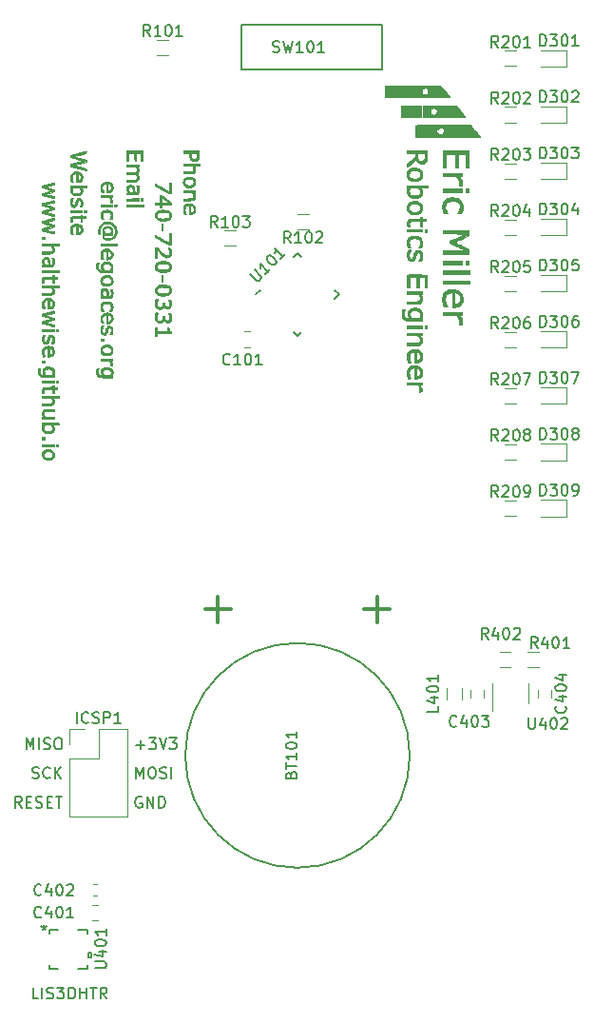
<source format=gbr>
G04 #@! TF.GenerationSoftware,KiCad,Pcbnew,(5.0.0-rc2-dev-668-g07e7340a9)*
G04 #@! TF.CreationDate,2018-12-11T18:12:05-05:00*
G04 #@! TF.ProjectId,BalancingBusinessCardLights,42616C616E63696E67427573696E6573,rev?*
G04 #@! TF.SameCoordinates,Original*
G04 #@! TF.FileFunction,Legend,Top*
G04 #@! TF.FilePolarity,Positive*
%FSLAX46Y46*%
G04 Gerber Fmt 4.6, Leading zero omitted, Abs format (unit mm)*
G04 Created by KiCad (PCBNEW (5.0.0-rc2-dev-668-g07e7340a9)) date 12/11/18 18:12:05*
%MOMM*%
%LPD*%
G01*
G04 APERTURE LIST*
%ADD10C,0.300000*%
%ADD11C,0.150000*%
%ADD12C,0.120000*%
%ADD13C,0.152400*%
%ADD14C,0.010000*%
G04 APERTURE END LIST*
D10*
X211457142Y-103014285D02*
X213742857Y-103014285D01*
X212600000Y-104157142D02*
X212600000Y-101871428D01*
X197257142Y-103014285D02*
X199542857Y-103014285D01*
X198400000Y-104157142D02*
X198400000Y-101871428D01*
D11*
X191140595Y-115071428D02*
X191902500Y-115071428D01*
X191521547Y-115452380D02*
X191521547Y-114690476D01*
X192283452Y-114452380D02*
X192902500Y-114452380D01*
X192569166Y-114833333D01*
X192712023Y-114833333D01*
X192807261Y-114880952D01*
X192854880Y-114928571D01*
X192902500Y-115023809D01*
X192902500Y-115261904D01*
X192854880Y-115357142D01*
X192807261Y-115404761D01*
X192712023Y-115452380D01*
X192426309Y-115452380D01*
X192331071Y-115404761D01*
X192283452Y-115357142D01*
X193188214Y-114452380D02*
X193521547Y-115452380D01*
X193854880Y-114452380D01*
X194092976Y-114452380D02*
X194712023Y-114452380D01*
X194378690Y-114833333D01*
X194521547Y-114833333D01*
X194616785Y-114880952D01*
X194664404Y-114928571D01*
X194712023Y-115023809D01*
X194712023Y-115261904D01*
X194664404Y-115357142D01*
X194616785Y-115404761D01*
X194521547Y-115452380D01*
X194235833Y-115452380D01*
X194140595Y-115404761D01*
X194092976Y-115357142D01*
X191121547Y-118052380D02*
X191121547Y-117052380D01*
X191454880Y-117766666D01*
X191788214Y-117052380D01*
X191788214Y-118052380D01*
X192454880Y-117052380D02*
X192645357Y-117052380D01*
X192740595Y-117100000D01*
X192835833Y-117195238D01*
X192883452Y-117385714D01*
X192883452Y-117719047D01*
X192835833Y-117909523D01*
X192740595Y-118004761D01*
X192645357Y-118052380D01*
X192454880Y-118052380D01*
X192359642Y-118004761D01*
X192264404Y-117909523D01*
X192216785Y-117719047D01*
X192216785Y-117385714D01*
X192264404Y-117195238D01*
X192359642Y-117100000D01*
X192454880Y-117052380D01*
X193264404Y-118004761D02*
X193407261Y-118052380D01*
X193645357Y-118052380D01*
X193740595Y-118004761D01*
X193788214Y-117957142D01*
X193835833Y-117861904D01*
X193835833Y-117766666D01*
X193788214Y-117671428D01*
X193740595Y-117623809D01*
X193645357Y-117576190D01*
X193454880Y-117528571D01*
X193359642Y-117480952D01*
X193312023Y-117433333D01*
X193264404Y-117338095D01*
X193264404Y-117242857D01*
X193312023Y-117147619D01*
X193359642Y-117100000D01*
X193454880Y-117052380D01*
X193692976Y-117052380D01*
X193835833Y-117100000D01*
X194264404Y-118052380D02*
X194264404Y-117052380D01*
X191616785Y-119700000D02*
X191521547Y-119652380D01*
X191378690Y-119652380D01*
X191235833Y-119700000D01*
X191140595Y-119795238D01*
X191092976Y-119890476D01*
X191045357Y-120080952D01*
X191045357Y-120223809D01*
X191092976Y-120414285D01*
X191140595Y-120509523D01*
X191235833Y-120604761D01*
X191378690Y-120652380D01*
X191473928Y-120652380D01*
X191616785Y-120604761D01*
X191664404Y-120557142D01*
X191664404Y-120223809D01*
X191473928Y-120223809D01*
X192092976Y-120652380D02*
X192092976Y-119652380D01*
X192664404Y-120652380D01*
X192664404Y-119652380D01*
X193140595Y-120652380D02*
X193140595Y-119652380D01*
X193378690Y-119652380D01*
X193521547Y-119700000D01*
X193616785Y-119795238D01*
X193664404Y-119890476D01*
X193712023Y-120080952D01*
X193712023Y-120223809D01*
X193664404Y-120414285D01*
X193616785Y-120509523D01*
X193521547Y-120604761D01*
X193378690Y-120652380D01*
X193140595Y-120652380D01*
X180907023Y-120652380D02*
X180573690Y-120176190D01*
X180335595Y-120652380D02*
X180335595Y-119652380D01*
X180716547Y-119652380D01*
X180811785Y-119700000D01*
X180859404Y-119747619D01*
X180907023Y-119842857D01*
X180907023Y-119985714D01*
X180859404Y-120080952D01*
X180811785Y-120128571D01*
X180716547Y-120176190D01*
X180335595Y-120176190D01*
X181335595Y-120128571D02*
X181668928Y-120128571D01*
X181811785Y-120652380D02*
X181335595Y-120652380D01*
X181335595Y-119652380D01*
X181811785Y-119652380D01*
X182192738Y-120604761D02*
X182335595Y-120652380D01*
X182573690Y-120652380D01*
X182668928Y-120604761D01*
X182716547Y-120557142D01*
X182764166Y-120461904D01*
X182764166Y-120366666D01*
X182716547Y-120271428D01*
X182668928Y-120223809D01*
X182573690Y-120176190D01*
X182383214Y-120128571D01*
X182287976Y-120080952D01*
X182240357Y-120033333D01*
X182192738Y-119938095D01*
X182192738Y-119842857D01*
X182240357Y-119747619D01*
X182287976Y-119700000D01*
X182383214Y-119652380D01*
X182621309Y-119652380D01*
X182764166Y-119700000D01*
X183192738Y-120128571D02*
X183526071Y-120128571D01*
X183668928Y-120652380D02*
X183192738Y-120652380D01*
X183192738Y-119652380D01*
X183668928Y-119652380D01*
X183954642Y-119652380D02*
X184526071Y-119652380D01*
X184240357Y-120652380D02*
X184240357Y-119652380D01*
X181887976Y-118004761D02*
X182030833Y-118052380D01*
X182268928Y-118052380D01*
X182364166Y-118004761D01*
X182411785Y-117957142D01*
X182459404Y-117861904D01*
X182459404Y-117766666D01*
X182411785Y-117671428D01*
X182364166Y-117623809D01*
X182268928Y-117576190D01*
X182078452Y-117528571D01*
X181983214Y-117480952D01*
X181935595Y-117433333D01*
X181887976Y-117338095D01*
X181887976Y-117242857D01*
X181935595Y-117147619D01*
X181983214Y-117100000D01*
X182078452Y-117052380D01*
X182316547Y-117052380D01*
X182459404Y-117100000D01*
X183459404Y-117957142D02*
X183411785Y-118004761D01*
X183268928Y-118052380D01*
X183173690Y-118052380D01*
X183030833Y-118004761D01*
X182935595Y-117909523D01*
X182887976Y-117814285D01*
X182840357Y-117623809D01*
X182840357Y-117480952D01*
X182887976Y-117290476D01*
X182935595Y-117195238D01*
X183030833Y-117100000D01*
X183173690Y-117052380D01*
X183268928Y-117052380D01*
X183411785Y-117100000D01*
X183459404Y-117147619D01*
X183887976Y-118052380D02*
X183887976Y-117052380D01*
X184459404Y-118052380D02*
X184030833Y-117480952D01*
X184459404Y-117052380D02*
X183887976Y-117623809D01*
X181335595Y-115452380D02*
X181335595Y-114452380D01*
X181668928Y-115166666D01*
X182002261Y-114452380D01*
X182002261Y-115452380D01*
X182478452Y-115452380D02*
X182478452Y-114452380D01*
X182907023Y-115404761D02*
X183049880Y-115452380D01*
X183287976Y-115452380D01*
X183383214Y-115404761D01*
X183430833Y-115357142D01*
X183478452Y-115261904D01*
X183478452Y-115166666D01*
X183430833Y-115071428D01*
X183383214Y-115023809D01*
X183287976Y-114976190D01*
X183097500Y-114928571D01*
X183002261Y-114880952D01*
X182954642Y-114833333D01*
X182907023Y-114738095D01*
X182907023Y-114642857D01*
X182954642Y-114547619D01*
X183002261Y-114500000D01*
X183097500Y-114452380D01*
X183335595Y-114452380D01*
X183478452Y-114500000D01*
X184097500Y-114452380D02*
X184287976Y-114452380D01*
X184383214Y-114500000D01*
X184478452Y-114595238D01*
X184526071Y-114785714D01*
X184526071Y-115119047D01*
X184478452Y-115309523D01*
X184383214Y-115404761D01*
X184287976Y-115452380D01*
X184097500Y-115452380D01*
X184002261Y-115404761D01*
X183907023Y-115309523D01*
X183859404Y-115119047D01*
X183859404Y-114785714D01*
X183907023Y-114595238D01*
X184002261Y-114500000D01*
X184097500Y-114452380D01*
X215500000Y-116000000D02*
G75*
G03X215500000Y-116000000I-10000000J0D01*
G01*
D12*
X201258578Y-78290000D02*
X200741422Y-78290000D01*
X201258578Y-79710000D02*
X200741422Y-79710000D01*
X187241422Y-130710000D02*
X187758578Y-130710000D01*
X187241422Y-129290000D02*
X187758578Y-129290000D01*
X187337221Y-128510000D02*
X187662779Y-128510000D01*
X187337221Y-127490000D02*
X187662779Y-127490000D01*
X229485000Y-53265000D02*
X227200000Y-53265000D01*
X229485000Y-54735000D02*
X229485000Y-53265000D01*
X227200000Y-54735000D02*
X229485000Y-54735000D01*
X229485000Y-58265000D02*
X227200000Y-58265000D01*
X229485000Y-59735000D02*
X229485000Y-58265000D01*
X227200000Y-59735000D02*
X229485000Y-59735000D01*
X229485000Y-63265000D02*
X227200000Y-63265000D01*
X229485000Y-64735000D02*
X229485000Y-63265000D01*
X227200000Y-64735000D02*
X229485000Y-64735000D01*
X229485000Y-68265000D02*
X227200000Y-68265000D01*
X229485000Y-69735000D02*
X229485000Y-68265000D01*
X227200000Y-69735000D02*
X229485000Y-69735000D01*
X229485000Y-73265000D02*
X227200000Y-73265000D01*
X229485000Y-74735000D02*
X229485000Y-73265000D01*
X227200000Y-74735000D02*
X229485000Y-74735000D01*
X229485000Y-78265000D02*
X227200000Y-78265000D01*
X229485000Y-79735000D02*
X229485000Y-78265000D01*
X227200000Y-79735000D02*
X229485000Y-79735000D01*
X229485000Y-83265000D02*
X227200000Y-83265000D01*
X229485000Y-84735000D02*
X229485000Y-83265000D01*
X227200000Y-84735000D02*
X229485000Y-84735000D01*
X229485000Y-88265000D02*
X227200000Y-88265000D01*
X229485000Y-89735000D02*
X229485000Y-88265000D01*
X227200000Y-89735000D02*
X229485000Y-89735000D01*
X229485000Y-93265000D02*
X227200000Y-93265000D01*
X229485000Y-94735000D02*
X229485000Y-93265000D01*
X227200000Y-94735000D02*
X229485000Y-94735000D01*
X185170000Y-113670000D02*
X186500000Y-113670000D01*
X185170000Y-115000000D02*
X185170000Y-113670000D01*
X187770000Y-113670000D02*
X190370000Y-113670000D01*
X187770000Y-116270000D02*
X187770000Y-113670000D01*
X185170000Y-116270000D02*
X187770000Y-116270000D01*
X190370000Y-113670000D02*
X190370000Y-121410000D01*
X185170000Y-116270000D02*
X185170000Y-121410000D01*
X185170000Y-121410000D02*
X190370000Y-121410000D01*
D13*
X186853001Y-133564500D02*
X187107001Y-133564500D01*
X186853001Y-133945500D02*
X186853001Y-133564500D01*
X187107001Y-133945500D02*
X186853001Y-133945500D01*
X187107001Y-133564500D02*
X187107001Y-133945500D01*
X184166749Y-131553201D02*
X183373201Y-131553201D01*
X186776801Y-131846748D02*
X186776801Y-131553201D01*
X185983253Y-134956801D02*
X186776801Y-134956801D01*
X183373201Y-134663254D02*
X183373201Y-134956801D01*
X183373201Y-131553201D02*
X183373201Y-131846748D01*
X186776801Y-131553201D02*
X185983253Y-131553201D01*
X186776801Y-134956801D02*
X186776801Y-134663254D01*
X183373201Y-134956801D02*
X184166749Y-134956801D01*
D12*
X222100000Y-110150000D02*
X222100000Y-110850000D01*
X220900000Y-110850000D02*
X220900000Y-110150000D01*
X226900000Y-110850000D02*
X226900000Y-110150000D01*
X228100000Y-110150000D02*
X228100000Y-110850000D01*
X218820000Y-111000000D02*
X218820000Y-110000000D01*
X220180000Y-110000000D02*
X220180000Y-111000000D01*
X193000000Y-52320000D02*
X194000000Y-52320000D01*
X194000000Y-53680000D02*
X193000000Y-53680000D01*
X224000000Y-53320000D02*
X225000000Y-53320000D01*
X225000000Y-54680000D02*
X224000000Y-54680000D01*
X225000000Y-59680000D02*
X224000000Y-59680000D01*
X224000000Y-58320000D02*
X225000000Y-58320000D01*
X224000000Y-63320000D02*
X225000000Y-63320000D01*
X225000000Y-64680000D02*
X224000000Y-64680000D01*
X225000000Y-69680000D02*
X224000000Y-69680000D01*
X224000000Y-68320000D02*
X225000000Y-68320000D01*
X224000000Y-73320000D02*
X225000000Y-73320000D01*
X225000000Y-74680000D02*
X224000000Y-74680000D01*
X225000000Y-79680000D02*
X224000000Y-79680000D01*
X224000000Y-78320000D02*
X225000000Y-78320000D01*
X224000000Y-83320000D02*
X225000000Y-83320000D01*
X225000000Y-84680000D02*
X224000000Y-84680000D01*
X225000000Y-89680000D02*
X224000000Y-89680000D01*
X224000000Y-88320000D02*
X225000000Y-88320000D01*
X225000000Y-94680000D02*
X224000000Y-94680000D01*
X224000000Y-93320000D02*
X225000000Y-93320000D01*
X227000000Y-108180000D02*
X226000000Y-108180000D01*
X226000000Y-106820000D02*
X227000000Y-106820000D01*
X223500000Y-106820000D02*
X224500000Y-106820000D01*
X224500000Y-108180000D02*
X223500000Y-108180000D01*
D11*
X200500000Y-51000000D02*
X200500000Y-55000000D01*
X200500000Y-55000000D02*
X213000000Y-55000000D01*
X200500000Y-51000000D02*
X213000000Y-51000000D01*
X213000000Y-51000000D02*
X213000000Y-55000000D01*
X205500000Y-71287689D02*
X205128769Y-71658920D01*
X209212311Y-75000000D02*
X208841080Y-75371231D01*
X205500000Y-78712311D02*
X205871231Y-78341080D01*
X201787689Y-75000000D02*
X202158920Y-74628769D01*
X209212311Y-75000000D02*
X208841080Y-74628769D01*
X205500000Y-78712311D02*
X205128769Y-78341080D01*
X205500000Y-71287689D02*
X205871231Y-71658920D01*
D12*
X222890000Y-109600000D02*
X222890000Y-112050000D01*
X226110000Y-111400000D02*
X226110000Y-109600000D01*
X206500000Y-69180000D02*
X205500000Y-69180000D01*
X205500000Y-67820000D02*
X206500000Y-67820000D01*
X200000000Y-70680000D02*
X199000000Y-70680000D01*
X199000000Y-69320000D02*
X200000000Y-69320000D01*
D14*
G36*
X220775950Y-72136957D02*
X220770119Y-72302609D01*
X220624545Y-72308508D01*
X220478972Y-72314408D01*
X220478972Y-71971305D01*
X220781782Y-71971305D01*
X220775950Y-72136957D01*
X220775950Y-72136957D01*
G37*
X220775950Y-72136957D02*
X220770119Y-72302609D01*
X220624545Y-72308508D01*
X220478972Y-72314408D01*
X220478972Y-71971305D01*
X220781782Y-71971305D01*
X220775950Y-72136957D01*
G36*
X220478972Y-65907431D02*
X220478972Y-65566087D01*
X220780158Y-65566087D01*
X220780158Y-65907431D01*
X220478972Y-65907431D01*
X220478972Y-65907431D01*
G37*
X220478972Y-65907431D02*
X220478972Y-65566087D01*
X220780158Y-65566087D01*
X220780158Y-65907431D01*
X220478972Y-65907431D01*
G36*
X221734556Y-60938289D02*
X221730087Y-60945327D01*
X221721883Y-60953220D01*
X221705779Y-60959805D01*
X221678275Y-60965229D01*
X221635870Y-60969637D01*
X221575065Y-60973175D01*
X221492359Y-60975992D01*
X221384252Y-60978231D01*
X221247243Y-60980041D01*
X221077832Y-60981568D01*
X220872519Y-60982957D01*
X220823152Y-60983253D01*
X219936838Y-60988481D01*
X219936838Y-59923874D01*
X220898721Y-59923874D01*
X221279460Y-60360593D01*
X221403888Y-60503331D01*
X221504375Y-60618876D01*
X221583320Y-60710345D01*
X221643127Y-60780854D01*
X221686197Y-60833521D01*
X221714932Y-60871461D01*
X221731733Y-60897791D01*
X221739003Y-60915628D01*
X221739144Y-60928089D01*
X221734556Y-60938289D01*
X221734556Y-60938289D01*
G37*
X221734556Y-60938289D02*
X221730087Y-60945327D01*
X221721883Y-60953220D01*
X221705779Y-60959805D01*
X221678275Y-60965229D01*
X221635870Y-60969637D01*
X221575065Y-60973175D01*
X221492359Y-60975992D01*
X221384252Y-60978231D01*
X221247243Y-60980041D01*
X221077832Y-60981568D01*
X220872519Y-60982957D01*
X220823152Y-60983253D01*
X219936838Y-60988481D01*
X219936838Y-59923874D01*
X220898721Y-59923874D01*
X221279460Y-60360593D01*
X221403888Y-60503331D01*
X221504375Y-60618876D01*
X221583320Y-60710345D01*
X221643127Y-60780854D01*
X221686197Y-60833521D01*
X221714932Y-60871461D01*
X221731733Y-60897791D01*
X221739003Y-60915628D01*
X221739144Y-60928089D01*
X221734556Y-60938289D01*
G36*
X220421108Y-59196192D02*
X220417074Y-59204132D01*
X220410593Y-59213012D01*
X220399157Y-59220351D01*
X220379199Y-59226295D01*
X220347155Y-59230990D01*
X220299460Y-59234582D01*
X220232547Y-59237219D01*
X220142852Y-59239046D01*
X220026810Y-59240210D01*
X219880855Y-59240857D01*
X219701422Y-59241133D01*
X219514471Y-59241186D01*
X218631700Y-59241186D01*
X218631700Y-58176996D01*
X219592583Y-58176996D01*
X219639217Y-58234672D01*
X219665051Y-58265318D01*
X219713280Y-58321295D01*
X219779733Y-58397812D01*
X219860244Y-58490081D01*
X219950644Y-58593312D01*
X220028039Y-58681430D01*
X220143844Y-58813238D01*
X220235644Y-58918368D01*
X220305998Y-59000259D01*
X220357466Y-59062352D01*
X220392609Y-59108084D01*
X220413984Y-59140895D01*
X220424153Y-59164224D01*
X220425674Y-59181510D01*
X220421108Y-59196192D01*
X220421108Y-59196192D01*
G37*
X220421108Y-59196192D02*
X220417074Y-59204132D01*
X220410593Y-59213012D01*
X220399157Y-59220351D01*
X220379199Y-59226295D01*
X220347155Y-59230990D01*
X220299460Y-59234582D01*
X220232547Y-59237219D01*
X220142852Y-59239046D01*
X220026810Y-59240210D01*
X219880855Y-59240857D01*
X219701422Y-59241133D01*
X219514471Y-59241186D01*
X218631700Y-59241186D01*
X218631700Y-58176996D01*
X219592583Y-58176996D01*
X219639217Y-58234672D01*
X219665051Y-58265318D01*
X219713280Y-58321295D01*
X219779733Y-58397812D01*
X219860244Y-58490081D01*
X219950644Y-58593312D01*
X220028039Y-58681430D01*
X220143844Y-58813238D01*
X220235644Y-58918368D01*
X220305998Y-59000259D01*
X220357466Y-59062352D01*
X220392609Y-59108084D01*
X220413984Y-59140895D01*
X220424153Y-59164224D01*
X220425674Y-59181510D01*
X220421108Y-59196192D01*
G36*
X220057312Y-76850514D02*
X219993761Y-76851632D01*
X219950106Y-76854538D01*
X219936838Y-76857895D01*
X219947224Y-76876819D01*
X219974815Y-76920548D01*
X220014261Y-76980662D01*
X220026635Y-76999187D01*
X220112329Y-77150996D01*
X220161806Y-77299290D01*
X220177513Y-77451404D01*
X220177512Y-77451510D01*
X220176050Y-77543008D01*
X220168004Y-77601654D01*
X220147075Y-77634753D01*
X220106964Y-77649611D01*
X220041370Y-77653533D01*
X220003177Y-77653676D01*
X219853331Y-77653676D01*
X219866338Y-77594457D01*
X219872969Y-77544441D01*
X219877830Y-77470355D01*
X219879863Y-77388647D01*
X219865666Y-77231304D01*
X219819531Y-77086656D01*
X219738202Y-76944001D01*
X219673881Y-76850514D01*
X218430909Y-76850514D01*
X218430909Y-76549328D01*
X220177787Y-76549328D01*
X220177787Y-76850514D01*
X220057312Y-76850514D01*
X220057312Y-76850514D01*
G37*
X220057312Y-76850514D02*
X219993761Y-76851632D01*
X219950106Y-76854538D01*
X219936838Y-76857895D01*
X219947224Y-76876819D01*
X219974815Y-76920548D01*
X220014261Y-76980662D01*
X220026635Y-76999187D01*
X220112329Y-77150996D01*
X220161806Y-77299290D01*
X220177513Y-77451404D01*
X220177512Y-77451510D01*
X220176050Y-77543008D01*
X220168004Y-77601654D01*
X220147075Y-77634753D01*
X220106964Y-77649611D01*
X220041370Y-77653533D01*
X220003177Y-77653676D01*
X219853331Y-77653676D01*
X219866338Y-77594457D01*
X219872969Y-77544441D01*
X219877830Y-77470355D01*
X219879863Y-77388647D01*
X219865666Y-77231304D01*
X219819531Y-77086656D01*
X219738202Y-76944001D01*
X219673881Y-76850514D01*
X218430909Y-76850514D01*
X218430909Y-76549328D01*
X220177787Y-76549328D01*
X220177787Y-76850514D01*
X220057312Y-76850514D01*
G36*
X218430909Y-74059526D02*
X218430909Y-73758340D01*
X220860474Y-73758340D01*
X220860474Y-74059526D01*
X218430909Y-74059526D01*
X218430909Y-74059526D01*
G37*
X218430909Y-74059526D02*
X218430909Y-73758340D01*
X220860474Y-73758340D01*
X220860474Y-74059526D01*
X218430909Y-74059526D01*
G36*
X218430909Y-73176048D02*
X218430909Y-72874862D01*
X220860474Y-72874862D01*
X220860474Y-73176048D01*
X218430909Y-73176048D01*
X218430909Y-73176048D01*
G37*
X218430909Y-73176048D02*
X218430909Y-72874862D01*
X220860474Y-72874862D01*
X220860474Y-73176048D01*
X218430909Y-73176048D01*
G36*
X218430909Y-72292569D02*
X218430909Y-71991384D01*
X220177787Y-71991384D01*
X220177787Y-72292569D01*
X218430909Y-72292569D01*
X218430909Y-72292569D01*
G37*
X218430909Y-72292569D02*
X218430909Y-71991384D01*
X220177787Y-71991384D01*
X220177787Y-72292569D01*
X218430909Y-72292569D01*
G36*
X220755739Y-69514743D02*
X220750040Y-69728696D01*
X220113335Y-70031779D01*
X219965359Y-70102489D01*
X219829541Y-70167912D01*
X219709987Y-70226029D01*
X219610804Y-70274822D01*
X219536099Y-70312271D01*
X219489979Y-70336359D01*
X219476300Y-70344901D01*
X219493797Y-70355326D01*
X219543686Y-70380458D01*
X219621831Y-70418328D01*
X219724093Y-70466966D01*
X219846335Y-70524401D01*
X219984418Y-70588663D01*
X220113005Y-70648035D01*
X220750040Y-70941130D01*
X220761394Y-71389012D01*
X218430909Y-71389012D01*
X218430909Y-71067747D01*
X220428775Y-71065233D01*
X220227984Y-70969635D01*
X220152761Y-70933819D01*
X220049074Y-70884445D01*
X219924715Y-70825225D01*
X219787476Y-70759869D01*
X219645148Y-70692089D01*
X219550316Y-70646926D01*
X219073439Y-70419814D01*
X219073439Y-70232765D01*
X219731028Y-69924119D01*
X219882626Y-69852755D01*
X220022938Y-69786300D01*
X220147753Y-69726781D01*
X220252860Y-69676221D01*
X220334050Y-69636645D01*
X220387112Y-69610080D01*
X220407692Y-69598685D01*
X220392066Y-69595396D01*
X220340000Y-69592320D01*
X220255209Y-69589521D01*
X220141409Y-69587063D01*
X220002318Y-69585009D01*
X219841651Y-69583424D01*
X219663126Y-69582370D01*
X219470458Y-69581912D01*
X219428838Y-69581897D01*
X218430909Y-69581897D01*
X218430909Y-69300791D01*
X220761438Y-69300791D01*
X220755739Y-69514743D01*
X220755739Y-69514743D01*
G37*
X220755739Y-69514743D02*
X220750040Y-69728696D01*
X220113335Y-70031779D01*
X219965359Y-70102489D01*
X219829541Y-70167912D01*
X219709987Y-70226029D01*
X219610804Y-70274822D01*
X219536099Y-70312271D01*
X219489979Y-70336359D01*
X219476300Y-70344901D01*
X219493797Y-70355326D01*
X219543686Y-70380458D01*
X219621831Y-70418328D01*
X219724093Y-70466966D01*
X219846335Y-70524401D01*
X219984418Y-70588663D01*
X220113005Y-70648035D01*
X220750040Y-70941130D01*
X220761394Y-71389012D01*
X218430909Y-71389012D01*
X218430909Y-71067747D01*
X220428775Y-71065233D01*
X220227984Y-70969635D01*
X220152761Y-70933819D01*
X220049074Y-70884445D01*
X219924715Y-70825225D01*
X219787476Y-70759869D01*
X219645148Y-70692089D01*
X219550316Y-70646926D01*
X219073439Y-70419814D01*
X219073439Y-70232765D01*
X219731028Y-69924119D01*
X219882626Y-69852755D01*
X220022938Y-69786300D01*
X220147753Y-69726781D01*
X220252860Y-69676221D01*
X220334050Y-69636645D01*
X220387112Y-69610080D01*
X220407692Y-69598685D01*
X220392066Y-69595396D01*
X220340000Y-69592320D01*
X220255209Y-69589521D01*
X220141409Y-69587063D01*
X220002318Y-69585009D01*
X219841651Y-69583424D01*
X219663126Y-69582370D01*
X219470458Y-69581912D01*
X219428838Y-69581897D01*
X218430909Y-69581897D01*
X218430909Y-69300791D01*
X220761438Y-69300791D01*
X220755739Y-69514743D01*
G36*
X218430909Y-65887352D02*
X218430909Y-65586166D01*
X220177787Y-65586166D01*
X220177787Y-65887352D01*
X218430909Y-65887352D01*
X218430909Y-65887352D01*
G37*
X218430909Y-65887352D02*
X218430909Y-65586166D01*
X220177787Y-65586166D01*
X220177787Y-65887352D01*
X218430909Y-65887352D01*
G36*
X220057312Y-64501897D02*
X219993763Y-64503452D01*
X219950108Y-64507494D01*
X219936838Y-64512164D01*
X219947347Y-64532586D01*
X219975037Y-64576810D01*
X220014150Y-64635680D01*
X220018415Y-64641941D01*
X220108735Y-64801470D01*
X220162114Y-64960102D01*
X220177512Y-65098748D01*
X220176135Y-65191357D01*
X220168454Y-65251040D01*
X220148360Y-65285031D01*
X220109741Y-65300560D01*
X220046486Y-65304860D01*
X220003177Y-65305060D01*
X219853331Y-65305060D01*
X219866338Y-65245841D01*
X219876786Y-65164484D01*
X219879305Y-65063800D01*
X219874516Y-64959165D01*
X219863040Y-64865954D01*
X219848610Y-64807516D01*
X219820000Y-64742978D01*
X219778272Y-64665802D01*
X219744818Y-64611745D01*
X219671905Y-64501897D01*
X218430909Y-64501897D01*
X218430909Y-64220791D01*
X220177787Y-64220791D01*
X220177787Y-64501897D01*
X220057312Y-64501897D01*
X220057312Y-64501897D01*
G37*
X220057312Y-64501897D02*
X219993763Y-64503452D01*
X219950108Y-64507494D01*
X219936838Y-64512164D01*
X219947347Y-64532586D01*
X219975037Y-64576810D01*
X220014150Y-64635680D01*
X220018415Y-64641941D01*
X220108735Y-64801470D01*
X220162114Y-64960102D01*
X220177512Y-65098748D01*
X220176135Y-65191357D01*
X220168454Y-65251040D01*
X220148360Y-65285031D01*
X220109741Y-65300560D01*
X220046486Y-65304860D01*
X220003177Y-65305060D01*
X219853331Y-65305060D01*
X219866338Y-65245841D01*
X219876786Y-65164484D01*
X219879305Y-65063800D01*
X219874516Y-64959165D01*
X219863040Y-64865954D01*
X219848610Y-64807516D01*
X219820000Y-64742978D01*
X219778272Y-64665802D01*
X219744818Y-64611745D01*
X219671905Y-64501897D01*
X218430909Y-64501897D01*
X218430909Y-64220791D01*
X220177787Y-64220791D01*
X220177787Y-64501897D01*
X220057312Y-64501897D01*
G36*
X220478972Y-63738894D02*
X220478972Y-62514071D01*
X219836443Y-62514071D01*
X219836443Y-63738894D01*
X219575415Y-63738894D01*
X219575415Y-62514071D01*
X218712016Y-62514071D01*
X218712016Y-63738894D01*
X218430909Y-63738894D01*
X218430909Y-62192807D01*
X220760079Y-62192807D01*
X220760079Y-63738894D01*
X220478972Y-63738894D01*
X220478972Y-63738894D01*
G37*
X220478972Y-63738894D02*
X220478972Y-62514071D01*
X219836443Y-62514071D01*
X219836443Y-63738894D01*
X219575415Y-63738894D01*
X219575415Y-62514071D01*
X218712016Y-62514071D01*
X218712016Y-63738894D01*
X218430909Y-63738894D01*
X218430909Y-62192807D01*
X220760079Y-62192807D01*
X220760079Y-63738894D01*
X220478972Y-63738894D01*
G36*
X220213132Y-75479268D02*
X220194119Y-75612810D01*
X220155401Y-75725567D01*
X220095049Y-75825595D01*
X220091610Y-75830168D01*
X219982559Y-75941067D01*
X219845382Y-76024377D01*
X219681776Y-76079400D01*
X219493440Y-76105439D01*
X219415839Y-76107589D01*
X219274229Y-76107589D01*
X219274229Y-74822530D01*
X219194128Y-74822530D01*
X219102476Y-74834845D01*
X218998353Y-74867552D01*
X218899242Y-74914296D01*
X218845849Y-74949151D01*
X218799915Y-74994889D01*
X218750720Y-75059930D01*
X218722391Y-75106242D01*
X218692281Y-75167314D01*
X218673304Y-75225252D01*
X218662220Y-75294108D01*
X218655790Y-75387935D01*
X218655381Y-75396902D01*
X218657477Y-75556394D01*
X218681654Y-75698179D01*
X218731574Y-75837810D01*
X218783878Y-75942750D01*
X218852703Y-76069057D01*
X218688295Y-76063224D01*
X218523888Y-76057392D01*
X218464716Y-75886720D01*
X218436247Y-75797615D01*
X218417608Y-75717672D01*
X218406357Y-75632049D01*
X218400053Y-75525901D01*
X218398681Y-75485139D01*
X218398150Y-75344855D01*
X218405178Y-75229263D01*
X218418085Y-75150780D01*
X218480974Y-74972477D01*
X218571432Y-74823250D01*
X218688948Y-74703466D01*
X218833010Y-74613492D01*
X219003107Y-74553696D01*
X219198729Y-74524444D01*
X219294308Y-74521344D01*
X219495099Y-74535441D01*
X219495099Y-74822530D01*
X219495099Y-75830012D01*
X219580435Y-75815961D01*
X219722333Y-75778183D01*
X219832161Y-75716399D01*
X219910623Y-75629803D01*
X219958428Y-75517591D01*
X219976280Y-75378957D01*
X219976443Y-75364664D01*
X219969669Y-75237254D01*
X219946294Y-75136815D01*
X219902827Y-75052360D01*
X219860205Y-74998669D01*
X219794878Y-74939827D01*
X219714206Y-74886373D01*
X219631178Y-74845451D01*
X219558784Y-74824203D01*
X219540277Y-74822726D01*
X219495099Y-74822530D01*
X219495099Y-74535441D01*
X219499488Y-74535750D01*
X219679472Y-74579739D01*
X219837430Y-74654474D01*
X219976534Y-74761113D01*
X219992998Y-74776986D01*
X220085472Y-74881718D01*
X220149804Y-74989523D01*
X220190203Y-75110663D01*
X220210876Y-75255401D01*
X220214364Y-75316885D01*
X220213132Y-75479268D01*
X220213132Y-75479268D01*
G37*
X220213132Y-75479268D02*
X220194119Y-75612810D01*
X220155401Y-75725567D01*
X220095049Y-75825595D01*
X220091610Y-75830168D01*
X219982559Y-75941067D01*
X219845382Y-76024377D01*
X219681776Y-76079400D01*
X219493440Y-76105439D01*
X219415839Y-76107589D01*
X219274229Y-76107589D01*
X219274229Y-74822530D01*
X219194128Y-74822530D01*
X219102476Y-74834845D01*
X218998353Y-74867552D01*
X218899242Y-74914296D01*
X218845849Y-74949151D01*
X218799915Y-74994889D01*
X218750720Y-75059930D01*
X218722391Y-75106242D01*
X218692281Y-75167314D01*
X218673304Y-75225252D01*
X218662220Y-75294108D01*
X218655790Y-75387935D01*
X218655381Y-75396902D01*
X218657477Y-75556394D01*
X218681654Y-75698179D01*
X218731574Y-75837810D01*
X218783878Y-75942750D01*
X218852703Y-76069057D01*
X218688295Y-76063224D01*
X218523888Y-76057392D01*
X218464716Y-75886720D01*
X218436247Y-75797615D01*
X218417608Y-75717672D01*
X218406357Y-75632049D01*
X218400053Y-75525901D01*
X218398681Y-75485139D01*
X218398150Y-75344855D01*
X218405178Y-75229263D01*
X218418085Y-75150780D01*
X218480974Y-74972477D01*
X218571432Y-74823250D01*
X218688948Y-74703466D01*
X218833010Y-74613492D01*
X219003107Y-74553696D01*
X219198729Y-74524444D01*
X219294308Y-74521344D01*
X219495099Y-74535441D01*
X219495099Y-74822530D01*
X219495099Y-75830012D01*
X219580435Y-75815961D01*
X219722333Y-75778183D01*
X219832161Y-75716399D01*
X219910623Y-75629803D01*
X219958428Y-75517591D01*
X219976280Y-75378957D01*
X219976443Y-75364664D01*
X219969669Y-75237254D01*
X219946294Y-75136815D01*
X219902827Y-75052360D01*
X219860205Y-74998669D01*
X219794878Y-74939827D01*
X219714206Y-74886373D01*
X219631178Y-74845451D01*
X219558784Y-74824203D01*
X219540277Y-74822726D01*
X219495099Y-74822530D01*
X219495099Y-74535441D01*
X219499488Y-74535750D01*
X219679472Y-74579739D01*
X219837430Y-74654474D01*
X219976534Y-74761113D01*
X219992998Y-74776986D01*
X220085472Y-74881718D01*
X220149804Y-74989523D01*
X220190203Y-75110663D01*
X220210876Y-75255401D01*
X220214364Y-75316885D01*
X220213132Y-75479268D01*
G36*
X220196281Y-67406450D02*
X220146782Y-67594346D01*
X220115051Y-67675745D01*
X220072446Y-67774783D01*
X219914286Y-67774783D01*
X219830831Y-67773044D01*
X219781134Y-67767096D01*
X219758912Y-67755841D01*
X219756126Y-67747123D01*
X219770265Y-67711132D01*
X219783266Y-67696939D01*
X219804277Y-67668676D01*
X219835250Y-67614321D01*
X219870151Y-67544618D01*
X219876871Y-67530218D01*
X219926452Y-67391120D01*
X219952768Y-67245825D01*
X219954216Y-67107397D01*
X219939354Y-67020753D01*
X219901451Y-66935907D01*
X219838356Y-66849069D01*
X219761729Y-66774211D01*
X219698752Y-66732454D01*
X219566189Y-66683850D01*
X219412994Y-66657516D01*
X219251612Y-66653471D01*
X219094488Y-66671738D01*
X218954066Y-66712337D01*
X218912543Y-66731128D01*
X218799394Y-66807641D01*
X218718718Y-66906862D01*
X218669893Y-67029882D01*
X218652294Y-67177794D01*
X218652220Y-67186769D01*
X218662715Y-67330148D01*
X218697908Y-67462634D01*
X218761954Y-67598382D01*
X218784387Y-67636856D01*
X218819215Y-67696365D01*
X218843788Y-67741705D01*
X218852569Y-67762350D01*
X218834088Y-67768162D01*
X218785028Y-67772521D01*
X218714958Y-67774676D01*
X218694269Y-67774783D01*
X218535968Y-67774783D01*
X218492616Y-67667970D01*
X218426157Y-67462569D01*
X218394113Y-67261267D01*
X218396983Y-67069227D01*
X218421776Y-66936496D01*
X218485432Y-66767684D01*
X218577525Y-66626930D01*
X218697321Y-66514694D01*
X218844087Y-66431432D01*
X219017092Y-66377602D01*
X219215602Y-66353661D01*
X219354295Y-66354171D01*
X219509277Y-66367099D01*
X219636968Y-66392108D01*
X219749259Y-66432490D01*
X219858044Y-66491536D01*
X219863952Y-66495258D01*
X219989187Y-66597538D01*
X220087836Y-66726012D01*
X220158884Y-66875910D01*
X220201318Y-67042462D01*
X220214122Y-67220899D01*
X220196281Y-67406450D01*
X220196281Y-67406450D01*
G37*
X220196281Y-67406450D02*
X220146782Y-67594346D01*
X220115051Y-67675745D01*
X220072446Y-67774783D01*
X219914286Y-67774783D01*
X219830831Y-67773044D01*
X219781134Y-67767096D01*
X219758912Y-67755841D01*
X219756126Y-67747123D01*
X219770265Y-67711132D01*
X219783266Y-67696939D01*
X219804277Y-67668676D01*
X219835250Y-67614321D01*
X219870151Y-67544618D01*
X219876871Y-67530218D01*
X219926452Y-67391120D01*
X219952768Y-67245825D01*
X219954216Y-67107397D01*
X219939354Y-67020753D01*
X219901451Y-66935907D01*
X219838356Y-66849069D01*
X219761729Y-66774211D01*
X219698752Y-66732454D01*
X219566189Y-66683850D01*
X219412994Y-66657516D01*
X219251612Y-66653471D01*
X219094488Y-66671738D01*
X218954066Y-66712337D01*
X218912543Y-66731128D01*
X218799394Y-66807641D01*
X218718718Y-66906862D01*
X218669893Y-67029882D01*
X218652294Y-67177794D01*
X218652220Y-67186769D01*
X218662715Y-67330148D01*
X218697908Y-67462634D01*
X218761954Y-67598382D01*
X218784387Y-67636856D01*
X218819215Y-67696365D01*
X218843788Y-67741705D01*
X218852569Y-67762350D01*
X218834088Y-67768162D01*
X218785028Y-67772521D01*
X218714958Y-67774676D01*
X218694269Y-67774783D01*
X218535968Y-67774783D01*
X218492616Y-67667970D01*
X218426157Y-67462569D01*
X218394113Y-67261267D01*
X218396983Y-67069227D01*
X218421776Y-66936496D01*
X218485432Y-66767684D01*
X218577525Y-66626930D01*
X218697321Y-66514694D01*
X218844087Y-66431432D01*
X219017092Y-66377602D01*
X219215602Y-66353661D01*
X219354295Y-66354171D01*
X219509277Y-66367099D01*
X219636968Y-66392108D01*
X219749259Y-66432490D01*
X219858044Y-66491536D01*
X219863952Y-66495258D01*
X219989187Y-66597538D01*
X220087836Y-66726012D01*
X220158884Y-66875910D01*
X220201318Y-67042462D01*
X220214122Y-67220899D01*
X220196281Y-67406450D01*
G36*
X217928933Y-60988064D02*
X217929076Y-60902728D01*
X217931143Y-60835895D01*
X217936354Y-60750301D01*
X217941909Y-60683034D01*
X217954599Y-60548677D01*
X217997384Y-60612757D01*
X218068420Y-60687331D01*
X218155456Y-60731016D01*
X218250037Y-60744340D01*
X218343711Y-60727831D01*
X218428024Y-60682016D01*
X218494523Y-60607424D01*
X218509109Y-60580815D01*
X218542490Y-60494066D01*
X218547332Y-60419699D01*
X218523437Y-60341641D01*
X218505705Y-60305629D01*
X218441840Y-60222751D01*
X218359133Y-60169811D01*
X218265917Y-60147244D01*
X218170524Y-60155482D01*
X218081287Y-60194960D01*
X218006537Y-60266111D01*
X217997335Y-60279173D01*
X217954502Y-60343326D01*
X217941717Y-60221010D01*
X217934521Y-60136895D01*
X217929884Y-60053381D01*
X217928933Y-60011284D01*
X217928933Y-59923874D01*
X219856522Y-59923874D01*
X219856522Y-60988064D01*
X217928933Y-60988064D01*
X217928933Y-60988064D01*
G37*
X217928933Y-60988064D02*
X217929076Y-60902728D01*
X217931143Y-60835895D01*
X217936354Y-60750301D01*
X217941909Y-60683034D01*
X217954599Y-60548677D01*
X217997384Y-60612757D01*
X218068420Y-60687331D01*
X218155456Y-60731016D01*
X218250037Y-60744340D01*
X218343711Y-60727831D01*
X218428024Y-60682016D01*
X218494523Y-60607424D01*
X218509109Y-60580815D01*
X218542490Y-60494066D01*
X218547332Y-60419699D01*
X218523437Y-60341641D01*
X218505705Y-60305629D01*
X218441840Y-60222751D01*
X218359133Y-60169811D01*
X218265917Y-60147244D01*
X218170524Y-60155482D01*
X218081287Y-60194960D01*
X218006537Y-60266111D01*
X217997335Y-60279173D01*
X217954502Y-60343326D01*
X217941717Y-60221010D01*
X217934521Y-60136895D01*
X217929884Y-60053381D01*
X217928933Y-60011284D01*
X217928933Y-59923874D01*
X219856522Y-59923874D01*
X219856522Y-60988064D01*
X217928933Y-60988064D01*
G36*
X219024967Y-57432156D02*
X219022570Y-57434813D01*
X219012615Y-57444314D01*
X218999101Y-57452152D01*
X218978363Y-57458489D01*
X218946732Y-57463482D01*
X218900543Y-57467291D01*
X218836129Y-57470077D01*
X218749823Y-57471998D01*
X218637958Y-57473215D01*
X218496868Y-57473886D01*
X218322885Y-57474171D01*
X218116572Y-57474230D01*
X217246245Y-57474230D01*
X217246245Y-56389961D01*
X218206379Y-56389961D01*
X218594731Y-56834234D01*
X218695483Y-56950011D01*
X218789109Y-57058580D01*
X218871885Y-57155547D01*
X218940088Y-57236517D01*
X218989995Y-57297096D01*
X219017885Y-57332891D01*
X219020662Y-57336951D01*
X219044472Y-57378086D01*
X219045792Y-57403913D01*
X219024967Y-57432156D01*
X219024967Y-57432156D01*
G37*
X219024967Y-57432156D02*
X219022570Y-57434813D01*
X219012615Y-57444314D01*
X218999101Y-57452152D01*
X218978363Y-57458489D01*
X218946732Y-57463482D01*
X218900543Y-57467291D01*
X218836129Y-57470077D01*
X218749823Y-57471998D01*
X218637958Y-57473215D01*
X218496868Y-57473886D01*
X218322885Y-57474171D01*
X218116572Y-57474230D01*
X217246245Y-57474230D01*
X217246245Y-56389961D01*
X218206379Y-56389961D01*
X218594731Y-56834234D01*
X218695483Y-56950011D01*
X218789109Y-57058580D01*
X218871885Y-57155547D01*
X218940088Y-57236517D01*
X218989995Y-57297096D01*
X219017885Y-57332891D01*
X219020662Y-57336951D01*
X219044472Y-57378086D01*
X219045792Y-57403913D01*
X219024967Y-57432156D01*
G36*
X216804506Y-77995020D02*
X216804506Y-77754071D01*
X217025375Y-77754071D01*
X217025375Y-77995020D01*
X216804506Y-77995020D01*
X216804506Y-77995020D01*
G37*
X216804506Y-77995020D02*
X216804506Y-77754071D01*
X217025375Y-77754071D01*
X217025375Y-77995020D01*
X216804506Y-77995020D01*
G36*
X216804506Y-69421265D02*
X216804506Y-69180316D01*
X217025375Y-69180316D01*
X217025375Y-69421265D01*
X216804506Y-69421265D01*
X216804506Y-69421265D01*
G37*
X216804506Y-69421265D02*
X216804506Y-69180316D01*
X217025375Y-69180316D01*
X217025375Y-69421265D01*
X216804506Y-69421265D01*
G36*
X216643874Y-59241186D02*
X216643874Y-58176996D01*
X217624399Y-58176996D01*
X217624399Y-58397866D01*
X217525155Y-58415829D01*
X217441375Y-58464640D01*
X217377355Y-58536679D01*
X217337394Y-58624329D01*
X217325790Y-58719969D01*
X217346839Y-58815982D01*
X217366611Y-58854848D01*
X217434917Y-58933120D01*
X217520482Y-58981455D01*
X217614977Y-59000101D01*
X217710072Y-58989305D01*
X217797438Y-58949314D01*
X217868745Y-58880376D01*
X217893763Y-58839205D01*
X217923355Y-58740390D01*
X217918227Y-58641812D01*
X217882907Y-58550894D01*
X217821928Y-58475060D01*
X217739820Y-58421733D01*
X217641113Y-58398336D01*
X217624399Y-58397866D01*
X217624399Y-58176996D01*
X218551383Y-58176996D01*
X218551383Y-59241186D01*
X216643874Y-59241186D01*
X216643874Y-59241186D01*
G37*
X216643874Y-59241186D02*
X216643874Y-58176996D01*
X217624399Y-58176996D01*
X217624399Y-58397866D01*
X217525155Y-58415829D01*
X217441375Y-58464640D01*
X217377355Y-58536679D01*
X217337394Y-58624329D01*
X217325790Y-58719969D01*
X217346839Y-58815982D01*
X217366611Y-58854848D01*
X217434917Y-58933120D01*
X217520482Y-58981455D01*
X217614977Y-59000101D01*
X217710072Y-58989305D01*
X217797438Y-58949314D01*
X217868745Y-58880376D01*
X217893763Y-58839205D01*
X217923355Y-58740390D01*
X217918227Y-58641812D01*
X217882907Y-58550894D01*
X217821928Y-58475060D01*
X217739820Y-58421733D01*
X217641113Y-58398336D01*
X217624399Y-58397866D01*
X217624399Y-58176996D01*
X218551383Y-58176996D01*
X218551383Y-59241186D01*
X216643874Y-59241186D01*
G36*
X216936205Y-60988064D02*
X216748714Y-60987742D01*
X216573800Y-60986823D01*
X216415504Y-60985371D01*
X216277869Y-60983454D01*
X216164936Y-60981136D01*
X216080748Y-60978484D01*
X216029347Y-60975563D01*
X216014492Y-60973004D01*
X216011366Y-60949539D01*
X216007515Y-60891579D01*
X216003198Y-60804779D01*
X215998678Y-60694789D01*
X215994214Y-60567262D01*
X215991131Y-60466008D01*
X215986972Y-60305970D01*
X215984816Y-60181723D01*
X215984765Y-60088943D01*
X215986920Y-60023309D01*
X215991382Y-59980498D01*
X215998253Y-59956186D01*
X216003263Y-59948973D01*
X216018917Y-59942711D01*
X216053545Y-59937496D01*
X216109968Y-59933251D01*
X216191003Y-59929901D01*
X216299471Y-59927370D01*
X216438190Y-59925583D01*
X216609980Y-59924465D01*
X216817660Y-59923938D01*
X216939036Y-59923874D01*
X217848617Y-59923874D01*
X217848617Y-60988064D01*
X216936205Y-60988064D01*
X216936205Y-60988064D01*
G37*
X216936205Y-60988064D02*
X216748714Y-60987742D01*
X216573800Y-60986823D01*
X216415504Y-60985371D01*
X216277869Y-60983454D01*
X216164936Y-60981136D01*
X216080748Y-60978484D01*
X216029347Y-60975563D01*
X216014492Y-60973004D01*
X216011366Y-60949539D01*
X216007515Y-60891579D01*
X216003198Y-60804779D01*
X215998678Y-60694789D01*
X215994214Y-60567262D01*
X215991131Y-60466008D01*
X215986972Y-60305970D01*
X215984816Y-60181723D01*
X215984765Y-60088943D01*
X215986920Y-60023309D01*
X215991382Y-59980498D01*
X215998253Y-59956186D01*
X216003263Y-59948973D01*
X216018917Y-59942711D01*
X216053545Y-59937496D01*
X216109968Y-59933251D01*
X216191003Y-59929901D01*
X216299471Y-59927370D01*
X216438190Y-59925583D01*
X216609980Y-59924465D01*
X216817660Y-59923938D01*
X216939036Y-59923874D01*
X217848617Y-59923874D01*
X217848617Y-60988064D01*
X216936205Y-60988064D01*
G36*
X216493281Y-83034862D02*
X216439373Y-83036658D01*
X216407054Y-83041201D01*
X216402925Y-83043895D01*
X216413227Y-83064185D01*
X216439715Y-83106712D01*
X216463470Y-83142639D01*
X216537973Y-83279196D01*
X216577559Y-83414261D01*
X216583636Y-83487523D01*
X216580739Y-83564074D01*
X216567223Y-83608943D01*
X216535855Y-83630462D01*
X216479400Y-83636963D01*
X216453655Y-83637233D01*
X216348050Y-83637233D01*
X216357903Y-83499521D01*
X216359153Y-83384705D01*
X216341426Y-83288102D01*
X216300328Y-83192657D01*
X216262272Y-83128295D01*
X216203019Y-83034862D01*
X215258419Y-83034862D01*
X215258419Y-82937813D01*
X215260980Y-82878331D01*
X215267487Y-82836907D01*
X215271805Y-82827378D01*
X215294425Y-82824136D01*
X215352344Y-82821177D01*
X215440704Y-82818600D01*
X215554647Y-82816501D01*
X215689315Y-82814980D01*
X215839849Y-82814135D01*
X215934414Y-82813992D01*
X216583636Y-82813992D01*
X216583636Y-83034862D01*
X216493281Y-83034862D01*
X216493281Y-83034862D01*
G37*
X216493281Y-83034862D02*
X216439373Y-83036658D01*
X216407054Y-83041201D01*
X216402925Y-83043895D01*
X216413227Y-83064185D01*
X216439715Y-83106712D01*
X216463470Y-83142639D01*
X216537973Y-83279196D01*
X216577559Y-83414261D01*
X216583636Y-83487523D01*
X216580739Y-83564074D01*
X216567223Y-83608943D01*
X216535855Y-83630462D01*
X216479400Y-83636963D01*
X216453655Y-83637233D01*
X216348050Y-83637233D01*
X216357903Y-83499521D01*
X216359153Y-83384705D01*
X216341426Y-83288102D01*
X216300328Y-83192657D01*
X216262272Y-83128295D01*
X216203019Y-83034862D01*
X215258419Y-83034862D01*
X215258419Y-82937813D01*
X215260980Y-82878331D01*
X215267487Y-82836907D01*
X215271805Y-82827378D01*
X215294425Y-82824136D01*
X215352344Y-82821177D01*
X215440704Y-82818600D01*
X215554647Y-82816501D01*
X215689315Y-82814980D01*
X215839849Y-82814135D01*
X215934414Y-82813992D01*
X216583636Y-82813992D01*
X216583636Y-83034862D01*
X216493281Y-83034862D01*
G36*
X216589881Y-79257639D02*
X216535008Y-79355997D01*
X216500208Y-79393185D01*
X216461595Y-79427011D01*
X216425138Y-79453687D01*
X216385552Y-79474134D01*
X216337549Y-79489271D01*
X216275844Y-79500016D01*
X216195148Y-79507290D01*
X216090177Y-79512012D01*
X215955643Y-79515101D01*
X215786260Y-79517477D01*
X215785494Y-79517486D01*
X215258419Y-79523984D01*
X215258419Y-79303295D01*
X215745336Y-79296707D01*
X215914524Y-79293862D01*
X216048273Y-79289800D01*
X216151300Y-79283578D01*
X216228324Y-79274255D01*
X216284062Y-79260888D01*
X216323233Y-79242537D01*
X216350553Y-79218258D01*
X216370741Y-79187110D01*
X216378937Y-79170206D01*
X216401010Y-79079708D01*
X216397087Y-78971872D01*
X216368146Y-78859105D01*
X216351159Y-78818326D01*
X216326136Y-78763619D01*
X216304733Y-78721189D01*
X216281763Y-78689484D01*
X216252036Y-78666950D01*
X216210364Y-78652034D01*
X216151559Y-78643184D01*
X216070433Y-78638845D01*
X215961797Y-78637466D01*
X215820464Y-78637493D01*
X215747244Y-78637550D01*
X215258419Y-78637550D01*
X215258419Y-78540501D01*
X215260980Y-78481019D01*
X215267487Y-78439595D01*
X215271805Y-78430066D01*
X215294425Y-78426824D01*
X215352344Y-78423865D01*
X215440704Y-78421287D01*
X215554647Y-78419189D01*
X215689315Y-78417668D01*
X215839849Y-78416822D01*
X215934414Y-78416680D01*
X216583636Y-78416680D01*
X216583636Y-78635126D01*
X216514417Y-78641357D01*
X216445198Y-78647589D01*
X216513560Y-78755735D01*
X216577297Y-78883895D01*
X216611168Y-79014795D01*
X216615316Y-79141641D01*
X216589881Y-79257639D01*
X216589881Y-79257639D01*
G37*
X216589881Y-79257639D02*
X216535008Y-79355997D01*
X216500208Y-79393185D01*
X216461595Y-79427011D01*
X216425138Y-79453687D01*
X216385552Y-79474134D01*
X216337549Y-79489271D01*
X216275844Y-79500016D01*
X216195148Y-79507290D01*
X216090177Y-79512012D01*
X215955643Y-79515101D01*
X215786260Y-79517477D01*
X215785494Y-79517486D01*
X215258419Y-79523984D01*
X215258419Y-79303295D01*
X215745336Y-79296707D01*
X215914524Y-79293862D01*
X216048273Y-79289800D01*
X216151300Y-79283578D01*
X216228324Y-79274255D01*
X216284062Y-79260888D01*
X216323233Y-79242537D01*
X216350553Y-79218258D01*
X216370741Y-79187110D01*
X216378937Y-79170206D01*
X216401010Y-79079708D01*
X216397087Y-78971872D01*
X216368146Y-78859105D01*
X216351159Y-78818326D01*
X216326136Y-78763619D01*
X216304733Y-78721189D01*
X216281763Y-78689484D01*
X216252036Y-78666950D01*
X216210364Y-78652034D01*
X216151559Y-78643184D01*
X216070433Y-78638845D01*
X215961797Y-78637466D01*
X215820464Y-78637493D01*
X215747244Y-78637550D01*
X215258419Y-78637550D01*
X215258419Y-78540501D01*
X215260980Y-78481019D01*
X215267487Y-78439595D01*
X215271805Y-78430066D01*
X215294425Y-78426824D01*
X215352344Y-78423865D01*
X215440704Y-78421287D01*
X215554647Y-78419189D01*
X215689315Y-78417668D01*
X215839849Y-78416822D01*
X215934414Y-78416680D01*
X216583636Y-78416680D01*
X216583636Y-78635126D01*
X216514417Y-78641357D01*
X216445198Y-78647589D01*
X216513560Y-78755735D01*
X216577297Y-78883895D01*
X216611168Y-79014795D01*
X216615316Y-79141641D01*
X216589881Y-79257639D01*
G36*
X215258419Y-77974941D02*
X215258419Y-77877892D01*
X215260980Y-77818410D01*
X215267487Y-77776986D01*
X215271805Y-77767457D01*
X215294425Y-77764215D01*
X215352344Y-77761257D01*
X215440704Y-77758679D01*
X215554647Y-77756580D01*
X215689315Y-77755059D01*
X215839849Y-77754214D01*
X215934414Y-77754071D01*
X216583636Y-77754071D01*
X216583636Y-77974941D01*
X215258419Y-77974941D01*
X215258419Y-77974941D01*
G37*
X215258419Y-77974941D02*
X215258419Y-77877892D01*
X215260980Y-77818410D01*
X215267487Y-77776986D01*
X215271805Y-77767457D01*
X215294425Y-77764215D01*
X215352344Y-77761257D01*
X215440704Y-77758679D01*
X215554647Y-77756580D01*
X215689315Y-77755059D01*
X215839849Y-77754214D01*
X215934414Y-77754071D01*
X216583636Y-77754071D01*
X216583636Y-77974941D01*
X215258419Y-77974941D01*
G36*
X216586740Y-75568081D02*
X216527894Y-75672506D01*
X216488704Y-75715015D01*
X216450265Y-75747148D01*
X216408700Y-75772533D01*
X216358925Y-75791943D01*
X216295851Y-75806151D01*
X216214394Y-75815931D01*
X216109465Y-75822056D01*
X215975980Y-75825300D01*
X215808852Y-75826437D01*
X215755769Y-75826482D01*
X215256320Y-75826482D01*
X215268458Y-75615652D01*
X215761345Y-75605613D01*
X215917963Y-75602120D01*
X216039569Y-75598516D01*
X216131308Y-75594366D01*
X216198325Y-75589237D01*
X216245766Y-75582694D01*
X216278776Y-75574303D01*
X216302498Y-75563632D01*
X216309396Y-75559385D01*
X216366520Y-75499088D01*
X216397860Y-75414392D01*
X216402752Y-75312233D01*
X216380529Y-75199543D01*
X216351159Y-75123781D01*
X216326136Y-75069074D01*
X216304733Y-75026644D01*
X216281763Y-74994939D01*
X216252036Y-74972404D01*
X216210364Y-74957489D01*
X216151559Y-74948638D01*
X216070433Y-74944300D01*
X215961797Y-74942921D01*
X215820464Y-74942947D01*
X215747244Y-74943004D01*
X215258419Y-74943004D01*
X215258419Y-74845955D01*
X215260980Y-74786473D01*
X215267487Y-74745050D01*
X215271805Y-74735521D01*
X215294425Y-74732279D01*
X215352344Y-74729320D01*
X215440704Y-74726742D01*
X215554647Y-74724643D01*
X215689315Y-74723122D01*
X215839849Y-74722277D01*
X215934414Y-74722135D01*
X216583636Y-74722135D01*
X216583636Y-74943004D01*
X216513360Y-74943004D01*
X216466877Y-74945022D01*
X216443678Y-74949983D01*
X216443083Y-74951026D01*
X216453401Y-74970570D01*
X216480243Y-75013363D01*
X216511907Y-75061320D01*
X216577644Y-75187402D01*
X216611863Y-75318546D01*
X216614812Y-75447766D01*
X216586740Y-75568081D01*
X216586740Y-75568081D01*
G37*
X216586740Y-75568081D02*
X216527894Y-75672506D01*
X216488704Y-75715015D01*
X216450265Y-75747148D01*
X216408700Y-75772533D01*
X216358925Y-75791943D01*
X216295851Y-75806151D01*
X216214394Y-75815931D01*
X216109465Y-75822056D01*
X215975980Y-75825300D01*
X215808852Y-75826437D01*
X215755769Y-75826482D01*
X215256320Y-75826482D01*
X215268458Y-75615652D01*
X215761345Y-75605613D01*
X215917963Y-75602120D01*
X216039569Y-75598516D01*
X216131308Y-75594366D01*
X216198325Y-75589237D01*
X216245766Y-75582694D01*
X216278776Y-75574303D01*
X216302498Y-75563632D01*
X216309396Y-75559385D01*
X216366520Y-75499088D01*
X216397860Y-75414392D01*
X216402752Y-75312233D01*
X216380529Y-75199543D01*
X216351159Y-75123781D01*
X216326136Y-75069074D01*
X216304733Y-75026644D01*
X216281763Y-74994939D01*
X216252036Y-74972404D01*
X216210364Y-74957489D01*
X216151559Y-74948638D01*
X216070433Y-74944300D01*
X215961797Y-74942921D01*
X215820464Y-74942947D01*
X215747244Y-74943004D01*
X215258419Y-74943004D01*
X215258419Y-74845955D01*
X215260980Y-74786473D01*
X215267487Y-74745050D01*
X215271805Y-74735521D01*
X215294425Y-74732279D01*
X215352344Y-74729320D01*
X215440704Y-74726742D01*
X215554647Y-74724643D01*
X215689315Y-74723122D01*
X215839849Y-74722277D01*
X215934414Y-74722135D01*
X216583636Y-74722135D01*
X216583636Y-74943004D01*
X216513360Y-74943004D01*
X216466877Y-74945022D01*
X216443678Y-74949983D01*
X216443083Y-74951026D01*
X216453401Y-74970570D01*
X216480243Y-75013363D01*
X216511907Y-75061320D01*
X216577644Y-75187402D01*
X216611863Y-75318546D01*
X216614812Y-75447766D01*
X216586740Y-75568081D01*
G36*
X216814545Y-74370751D02*
X216809149Y-73913953D01*
X216803752Y-73457154D01*
X216343442Y-73457154D01*
X216338045Y-73913953D01*
X216332648Y-74370751D01*
X216121818Y-74382889D01*
X216121818Y-73457154D01*
X215479289Y-73457154D01*
X215479289Y-74382889D01*
X215373874Y-74376820D01*
X215268458Y-74370751D01*
X215263125Y-73803008D01*
X215261873Y-73629189D01*
X215261833Y-73491870D01*
X215263131Y-73387406D01*
X215265895Y-73312154D01*
X215270251Y-73262469D01*
X215276325Y-73234707D01*
X215283204Y-73225514D01*
X215308122Y-73223561D01*
X215368907Y-73221982D01*
X215461272Y-73220798D01*
X215580928Y-73220031D01*
X215723586Y-73219703D01*
X215884958Y-73219836D01*
X216060755Y-73220451D01*
X216161976Y-73221004D01*
X217015336Y-73226245D01*
X217020665Y-73804578D01*
X217025995Y-74382911D01*
X216814545Y-74370751D01*
X216814545Y-74370751D01*
G37*
X216814545Y-74370751D02*
X216809149Y-73913953D01*
X216803752Y-73457154D01*
X216343442Y-73457154D01*
X216338045Y-73913953D01*
X216332648Y-74370751D01*
X216121818Y-74382889D01*
X216121818Y-73457154D01*
X215479289Y-73457154D01*
X215479289Y-74382889D01*
X215373874Y-74376820D01*
X215268458Y-74370751D01*
X215263125Y-73803008D01*
X215261873Y-73629189D01*
X215261833Y-73491870D01*
X215263131Y-73387406D01*
X215265895Y-73312154D01*
X215270251Y-73262469D01*
X215276325Y-73234707D01*
X215283204Y-73225514D01*
X215308122Y-73223561D01*
X215368907Y-73221982D01*
X215461272Y-73220798D01*
X215580928Y-73220031D01*
X215723586Y-73219703D01*
X215884958Y-73219836D01*
X216060755Y-73220451D01*
X216161976Y-73221004D01*
X217015336Y-73226245D01*
X217020665Y-73804578D01*
X217025995Y-74382911D01*
X216814545Y-74370751D01*
G36*
X215258419Y-69401186D02*
X215258419Y-69304137D01*
X215260980Y-69244655D01*
X215267487Y-69203231D01*
X215271805Y-69193703D01*
X215294425Y-69190461D01*
X215352344Y-69187502D01*
X215440704Y-69184924D01*
X215554647Y-69182825D01*
X215689315Y-69181304D01*
X215839849Y-69180459D01*
X215934414Y-69180316D01*
X216583636Y-69180316D01*
X216583636Y-69401186D01*
X215258419Y-69401186D01*
X215258419Y-69401186D01*
G37*
X215258419Y-69401186D02*
X215258419Y-69304137D01*
X215260980Y-69244655D01*
X215267487Y-69203231D01*
X215271805Y-69193703D01*
X215294425Y-69190461D01*
X215352344Y-69187502D01*
X215440704Y-69184924D01*
X215554647Y-69182825D01*
X215689315Y-69181304D01*
X215839849Y-69180459D01*
X215934414Y-69180316D01*
X216583636Y-69180316D01*
X216583636Y-69401186D01*
X215258419Y-69401186D01*
G36*
X217013244Y-62574309D02*
X217011660Y-62717541D01*
X217008404Y-62827050D01*
X217002983Y-62909252D01*
X216994900Y-62970563D01*
X216983661Y-63017400D01*
X216977712Y-63034748D01*
X216911267Y-63162563D01*
X216821546Y-63258640D01*
X216711610Y-63321272D01*
X216584518Y-63348755D01*
X216443329Y-63339382D01*
X216434426Y-63337600D01*
X216298648Y-63290786D01*
X216184825Y-63210708D01*
X216097078Y-63105254D01*
X216027509Y-62999616D01*
X215654670Y-63319057D01*
X215550967Y-63407485D01*
X215457331Y-63486522D01*
X215378059Y-63552607D01*
X215317445Y-63602181D01*
X215279785Y-63631682D01*
X215269246Y-63638498D01*
X215263876Y-63620120D01*
X215261375Y-63571641D01*
X215262207Y-63503048D01*
X215262559Y-63493766D01*
X215268458Y-63349034D01*
X215961186Y-62767440D01*
X215961186Y-62433755D01*
X215258419Y-62433755D01*
X215258419Y-62322690D01*
X215263008Y-62249378D01*
X215276053Y-62208288D01*
X215283518Y-62201994D01*
X215308367Y-62200068D01*
X215369086Y-62198512D01*
X215461389Y-62197349D01*
X215580988Y-62196600D01*
X215723599Y-62196287D01*
X215884933Y-62196430D01*
X216060705Y-62197051D01*
X216161976Y-62197604D01*
X216824585Y-62201674D01*
X216824585Y-62433755D01*
X216157642Y-62433755D01*
X216164930Y-62663327D01*
X216169274Y-62767717D01*
X216175491Y-62840642D01*
X216185077Y-62890793D01*
X216199524Y-62926860D01*
X216214121Y-62949453D01*
X216290490Y-63030324D01*
X216378819Y-63077603D01*
X216488383Y-63095811D01*
X216515630Y-63096364D01*
X216589892Y-63094049D01*
X216639731Y-63083868D01*
X216680771Y-63060967D01*
X216711951Y-63035364D01*
X216759191Y-62981034D01*
X216792361Y-62910103D01*
X216813110Y-62816251D01*
X216823085Y-62693157D01*
X216824585Y-62603439D01*
X216824585Y-62433755D01*
X216824585Y-62201674D01*
X217015336Y-62202846D01*
X217013244Y-62574309D01*
X217013244Y-62574309D01*
G37*
X217013244Y-62574309D02*
X217011660Y-62717541D01*
X217008404Y-62827050D01*
X217002983Y-62909252D01*
X216994900Y-62970563D01*
X216983661Y-63017400D01*
X216977712Y-63034748D01*
X216911267Y-63162563D01*
X216821546Y-63258640D01*
X216711610Y-63321272D01*
X216584518Y-63348755D01*
X216443329Y-63339382D01*
X216434426Y-63337600D01*
X216298648Y-63290786D01*
X216184825Y-63210708D01*
X216097078Y-63105254D01*
X216027509Y-62999616D01*
X215654670Y-63319057D01*
X215550967Y-63407485D01*
X215457331Y-63486522D01*
X215378059Y-63552607D01*
X215317445Y-63602181D01*
X215279785Y-63631682D01*
X215269246Y-63638498D01*
X215263876Y-63620120D01*
X215261375Y-63571641D01*
X215262207Y-63503048D01*
X215262559Y-63493766D01*
X215268458Y-63349034D01*
X215961186Y-62767440D01*
X215961186Y-62433755D01*
X215258419Y-62433755D01*
X215258419Y-62322690D01*
X215263008Y-62249378D01*
X215276053Y-62208288D01*
X215283518Y-62201994D01*
X215308367Y-62200068D01*
X215369086Y-62198512D01*
X215461389Y-62197349D01*
X215580988Y-62196600D01*
X215723599Y-62196287D01*
X215884933Y-62196430D01*
X216060705Y-62197051D01*
X216161976Y-62197604D01*
X216824585Y-62201674D01*
X216824585Y-62433755D01*
X216157642Y-62433755D01*
X216164930Y-62663327D01*
X216169274Y-62767717D01*
X216175491Y-62840642D01*
X216185077Y-62890793D01*
X216199524Y-62926860D01*
X216214121Y-62949453D01*
X216290490Y-63030324D01*
X216378819Y-63077603D01*
X216488383Y-63095811D01*
X216515630Y-63096364D01*
X216589892Y-63094049D01*
X216639731Y-63083868D01*
X216680771Y-63060967D01*
X216711951Y-63035364D01*
X216759191Y-62981034D01*
X216792361Y-62910103D01*
X216813110Y-62816251D01*
X216823085Y-62693157D01*
X216824585Y-62603439D01*
X216824585Y-62433755D01*
X216824585Y-62201674D01*
X217015336Y-62202846D01*
X217013244Y-62574309D01*
G36*
X216606657Y-82038178D02*
X216577760Y-82157924D01*
X216557393Y-82205356D01*
X216481908Y-82315246D01*
X216382611Y-82395439D01*
X216257585Y-82446923D01*
X216104915Y-82470683D01*
X216038311Y-82472648D01*
X215900949Y-82472648D01*
X215900949Y-81505324D01*
X215815613Y-81519535D01*
X215685119Y-81558430D01*
X215577617Y-81625924D01*
X215497677Y-81718397D01*
X215458508Y-81802127D01*
X215446178Y-81867116D01*
X215441349Y-81956640D01*
X215443155Y-82028923D01*
X215450067Y-82106511D01*
X215463237Y-82175315D01*
X215486178Y-82246195D01*
X215522404Y-82330010D01*
X215575374Y-82437510D01*
X215561390Y-82445409D01*
X215517326Y-82450862D01*
X215462726Y-82452569D01*
X215342422Y-82452569D01*
X215298630Y-82327075D01*
X215273572Y-82231088D01*
X215255701Y-82114735D01*
X215246000Y-81991906D01*
X215245447Y-81876492D01*
X215255024Y-81782384D01*
X215258929Y-81764550D01*
X215315506Y-81615107D01*
X215403227Y-81490948D01*
X215521567Y-81392712D01*
X215599641Y-81349904D01*
X215656075Y-81325729D01*
X215708639Y-81310416D01*
X215769334Y-81302037D01*
X215850160Y-81298661D01*
X215921028Y-81298238D01*
X216020921Y-81299429D01*
X216081660Y-81303473D01*
X216081660Y-81506148D01*
X216081660Y-82275049D01*
X216146917Y-82261296D01*
X216256076Y-82226407D01*
X216340045Y-82174959D01*
X216383248Y-82125817D01*
X216423917Y-82023017D01*
X216434642Y-81906704D01*
X216416244Y-81789175D01*
X216369542Y-81682730D01*
X216352010Y-81657253D01*
X216275626Y-81587255D01*
X216165634Y-81532696D01*
X216126838Y-81519774D01*
X216081660Y-81506148D01*
X216081660Y-81303473D01*
X216093227Y-81304244D01*
X216150489Y-81314845D01*
X216205251Y-81333396D01*
X216257589Y-81356287D01*
X216393676Y-81439831D01*
X216501854Y-81551414D01*
X216570207Y-81667029D01*
X216603248Y-81777311D01*
X216615275Y-81906167D01*
X216606657Y-82038178D01*
X216606657Y-82038178D01*
G37*
X216606657Y-82038178D02*
X216577760Y-82157924D01*
X216557393Y-82205356D01*
X216481908Y-82315246D01*
X216382611Y-82395439D01*
X216257585Y-82446923D01*
X216104915Y-82470683D01*
X216038311Y-82472648D01*
X215900949Y-82472648D01*
X215900949Y-81505324D01*
X215815613Y-81519535D01*
X215685119Y-81558430D01*
X215577617Y-81625924D01*
X215497677Y-81718397D01*
X215458508Y-81802127D01*
X215446178Y-81867116D01*
X215441349Y-81956640D01*
X215443155Y-82028923D01*
X215450067Y-82106511D01*
X215463237Y-82175315D01*
X215486178Y-82246195D01*
X215522404Y-82330010D01*
X215575374Y-82437510D01*
X215561390Y-82445409D01*
X215517326Y-82450862D01*
X215462726Y-82452569D01*
X215342422Y-82452569D01*
X215298630Y-82327075D01*
X215273572Y-82231088D01*
X215255701Y-82114735D01*
X215246000Y-81991906D01*
X215245447Y-81876492D01*
X215255024Y-81782384D01*
X215258929Y-81764550D01*
X215315506Y-81615107D01*
X215403227Y-81490948D01*
X215521567Y-81392712D01*
X215599641Y-81349904D01*
X215656075Y-81325729D01*
X215708639Y-81310416D01*
X215769334Y-81302037D01*
X215850160Y-81298661D01*
X215921028Y-81298238D01*
X216020921Y-81299429D01*
X216081660Y-81303473D01*
X216081660Y-81506148D01*
X216081660Y-82275049D01*
X216146917Y-82261296D01*
X216256076Y-82226407D01*
X216340045Y-82174959D01*
X216383248Y-82125817D01*
X216423917Y-82023017D01*
X216434642Y-81906704D01*
X216416244Y-81789175D01*
X216369542Y-81682730D01*
X216352010Y-81657253D01*
X216275626Y-81587255D01*
X216165634Y-81532696D01*
X216126838Y-81519774D01*
X216081660Y-81506148D01*
X216081660Y-81303473D01*
X216093227Y-81304244D01*
X216150489Y-81314845D01*
X216205251Y-81333396D01*
X216257589Y-81356287D01*
X216393676Y-81439831D01*
X216501854Y-81551414D01*
X216570207Y-81667029D01*
X216603248Y-81777311D01*
X216615275Y-81906167D01*
X216606657Y-82038178D01*
G36*
X216592202Y-80684009D02*
X216571105Y-80746224D01*
X216510325Y-80846150D01*
X216417796Y-80929537D01*
X216299698Y-80993040D01*
X216162208Y-81033318D01*
X216015086Y-81047036D01*
X215900949Y-81047036D01*
X215900949Y-80083241D01*
X215835692Y-80083438D01*
X215742087Y-80100029D01*
X215644522Y-80143766D01*
X215557958Y-80206372D01*
X215505680Y-80265984D01*
X215479029Y-80309517D01*
X215462371Y-80349725D01*
X215453389Y-80397988D01*
X215449766Y-80465690D01*
X215449170Y-80543593D01*
X215450433Y-80638400D01*
X215456103Y-80707337D01*
X215468997Y-80764662D01*
X215491937Y-80824634D01*
X215514427Y-80873598D01*
X215545613Y-80940523D01*
X215568686Y-80992086D01*
X215579397Y-81018743D01*
X215579684Y-81020174D01*
X215561515Y-81023944D01*
X215514457Y-81024678D01*
X215464297Y-81022939D01*
X215348910Y-81016917D01*
X215301620Y-80886403D01*
X215266136Y-80753696D01*
X215247305Y-80606173D01*
X215245991Y-80459363D01*
X215263057Y-80328797D01*
X215269275Y-80304111D01*
X215328477Y-80158075D01*
X215416762Y-80039729D01*
X215534208Y-79948990D01*
X215663247Y-79891412D01*
X215730170Y-79874212D01*
X215807609Y-79865527D01*
X215907271Y-79864391D01*
X215968003Y-79866308D01*
X216115033Y-79879950D01*
X216133289Y-79884510D01*
X216133289Y-80083362D01*
X216110746Y-80086611D01*
X216095952Y-80108638D01*
X216087278Y-80153812D01*
X216083091Y-80226507D01*
X216081762Y-80331092D01*
X216081660Y-80454704D01*
X216081660Y-80826166D01*
X216132503Y-80826166D01*
X216232472Y-80807271D01*
X216319620Y-80754533D01*
X216386734Y-80673875D01*
X216422591Y-80587976D01*
X216437739Y-80459966D01*
X216415208Y-80341009D01*
X216357276Y-80236120D01*
X216266220Y-80150311D01*
X216208151Y-80115709D01*
X216165214Y-80094518D01*
X216133289Y-80083362D01*
X216133289Y-79884510D01*
X216234369Y-79909759D01*
X216336432Y-79959254D01*
X216414860Y-80017270D01*
X216506146Y-80120296D01*
X216571325Y-80246886D01*
X216608594Y-80388636D01*
X216616154Y-80537145D01*
X216592202Y-80684009D01*
X216592202Y-80684009D01*
G37*
X216592202Y-80684009D02*
X216571105Y-80746224D01*
X216510325Y-80846150D01*
X216417796Y-80929537D01*
X216299698Y-80993040D01*
X216162208Y-81033318D01*
X216015086Y-81047036D01*
X215900949Y-81047036D01*
X215900949Y-80083241D01*
X215835692Y-80083438D01*
X215742087Y-80100029D01*
X215644522Y-80143766D01*
X215557958Y-80206372D01*
X215505680Y-80265984D01*
X215479029Y-80309517D01*
X215462371Y-80349725D01*
X215453389Y-80397988D01*
X215449766Y-80465690D01*
X215449170Y-80543593D01*
X215450433Y-80638400D01*
X215456103Y-80707337D01*
X215468997Y-80764662D01*
X215491937Y-80824634D01*
X215514427Y-80873598D01*
X215545613Y-80940523D01*
X215568686Y-80992086D01*
X215579397Y-81018743D01*
X215579684Y-81020174D01*
X215561515Y-81023944D01*
X215514457Y-81024678D01*
X215464297Y-81022939D01*
X215348910Y-81016917D01*
X215301620Y-80886403D01*
X215266136Y-80753696D01*
X215247305Y-80606173D01*
X215245991Y-80459363D01*
X215263057Y-80328797D01*
X215269275Y-80304111D01*
X215328477Y-80158075D01*
X215416762Y-80039729D01*
X215534208Y-79948990D01*
X215663247Y-79891412D01*
X215730170Y-79874212D01*
X215807609Y-79865527D01*
X215907271Y-79864391D01*
X215968003Y-79866308D01*
X216115033Y-79879950D01*
X216133289Y-79884510D01*
X216133289Y-80083362D01*
X216110746Y-80086611D01*
X216095952Y-80108638D01*
X216087278Y-80153812D01*
X216083091Y-80226507D01*
X216081762Y-80331092D01*
X216081660Y-80454704D01*
X216081660Y-80826166D01*
X216132503Y-80826166D01*
X216232472Y-80807271D01*
X216319620Y-80754533D01*
X216386734Y-80673875D01*
X216422591Y-80587976D01*
X216437739Y-80459966D01*
X216415208Y-80341009D01*
X216357276Y-80236120D01*
X216266220Y-80150311D01*
X216208151Y-80115709D01*
X216165214Y-80094518D01*
X216133289Y-80083362D01*
X216133289Y-79884510D01*
X216234369Y-79909759D01*
X216336432Y-79959254D01*
X216414860Y-80017270D01*
X216506146Y-80120296D01*
X216571325Y-80246886D01*
X216608594Y-80388636D01*
X216616154Y-80537145D01*
X216592202Y-80684009D01*
G36*
X216599277Y-71674758D02*
X216577687Y-71804745D01*
X216563848Y-71855850D01*
X216521786Y-71991384D01*
X216400445Y-71991384D01*
X216338167Y-71989148D01*
X216297213Y-71983328D01*
X216286760Y-71976324D01*
X216339615Y-71869128D01*
X216375682Y-71785886D01*
X216398423Y-71715875D01*
X216411302Y-71648372D01*
X216417780Y-71572653D01*
X216417913Y-71570121D01*
X216419972Y-71481915D01*
X216413943Y-71419888D01*
X216397940Y-71370542D01*
X216386968Y-71348854D01*
X216333917Y-71285136D01*
X216268598Y-71253562D01*
X216200070Y-71254716D01*
X216137396Y-71289189D01*
X216103630Y-71330493D01*
X216082713Y-71378395D01*
X216059599Y-71452334D01*
X216038386Y-71538684D01*
X216032829Y-71565883D01*
X215995309Y-71723990D01*
X215949661Y-71845554D01*
X215893200Y-71933820D01*
X215823241Y-71992031D01*
X215737100Y-72023432D01*
X215647590Y-72031467D01*
X215537738Y-72019797D01*
X215449341Y-71981308D01*
X215371993Y-71910542D01*
X215340788Y-71870557D01*
X215287001Y-71767242D01*
X215252697Y-71638510D01*
X215239031Y-71494671D01*
X215247154Y-71346039D01*
X215269470Y-71233001D01*
X215291982Y-71159835D01*
X215317166Y-71092863D01*
X215328902Y-71067349D01*
X215349185Y-71033901D01*
X215373850Y-71015986D01*
X215415043Y-71008794D01*
X215479976Y-71007510D01*
X215600106Y-71007510D01*
X215540530Y-71113074D01*
X215481485Y-71238448D01*
X215443780Y-71363337D01*
X215426818Y-71482522D01*
X215430005Y-71590787D01*
X215452744Y-71682914D01*
X215494440Y-71753687D01*
X215554498Y-71797888D01*
X215620169Y-71810672D01*
X215672116Y-71804352D01*
X215713662Y-71781959D01*
X215748111Y-71738348D01*
X215778767Y-71668372D01*
X215808935Y-71566885D01*
X215828924Y-71485532D01*
X215870300Y-71331465D01*
X215915374Y-71213677D01*
X215967389Y-71128289D01*
X216029590Y-71071424D01*
X216105224Y-71039206D01*
X216197534Y-71027756D01*
X216212174Y-71027589D01*
X216332166Y-71044977D01*
X216432270Y-71097189D01*
X216512583Y-71184301D01*
X216573202Y-71306390D01*
X216574532Y-71310075D01*
X216597975Y-71413362D01*
X216606131Y-71539610D01*
X216599277Y-71674758D01*
X216599277Y-71674758D01*
G37*
X216599277Y-71674758D02*
X216577687Y-71804745D01*
X216563848Y-71855850D01*
X216521786Y-71991384D01*
X216400445Y-71991384D01*
X216338167Y-71989148D01*
X216297213Y-71983328D01*
X216286760Y-71976324D01*
X216339615Y-71869128D01*
X216375682Y-71785886D01*
X216398423Y-71715875D01*
X216411302Y-71648372D01*
X216417780Y-71572653D01*
X216417913Y-71570121D01*
X216419972Y-71481915D01*
X216413943Y-71419888D01*
X216397940Y-71370542D01*
X216386968Y-71348854D01*
X216333917Y-71285136D01*
X216268598Y-71253562D01*
X216200070Y-71254716D01*
X216137396Y-71289189D01*
X216103630Y-71330493D01*
X216082713Y-71378395D01*
X216059599Y-71452334D01*
X216038386Y-71538684D01*
X216032829Y-71565883D01*
X215995309Y-71723990D01*
X215949661Y-71845554D01*
X215893200Y-71933820D01*
X215823241Y-71992031D01*
X215737100Y-72023432D01*
X215647590Y-72031467D01*
X215537738Y-72019797D01*
X215449341Y-71981308D01*
X215371993Y-71910542D01*
X215340788Y-71870557D01*
X215287001Y-71767242D01*
X215252697Y-71638510D01*
X215239031Y-71494671D01*
X215247154Y-71346039D01*
X215269470Y-71233001D01*
X215291982Y-71159835D01*
X215317166Y-71092863D01*
X215328902Y-71067349D01*
X215349185Y-71033901D01*
X215373850Y-71015986D01*
X215415043Y-71008794D01*
X215479976Y-71007510D01*
X215600106Y-71007510D01*
X215540530Y-71113074D01*
X215481485Y-71238448D01*
X215443780Y-71363337D01*
X215426818Y-71482522D01*
X215430005Y-71590787D01*
X215452744Y-71682914D01*
X215494440Y-71753687D01*
X215554498Y-71797888D01*
X215620169Y-71810672D01*
X215672116Y-71804352D01*
X215713662Y-71781959D01*
X215748111Y-71738348D01*
X215778767Y-71668372D01*
X215808935Y-71566885D01*
X215828924Y-71485532D01*
X215870300Y-71331465D01*
X215915374Y-71213677D01*
X215967389Y-71128289D01*
X216029590Y-71071424D01*
X216105224Y-71039206D01*
X216197534Y-71027756D01*
X216212174Y-71027589D01*
X216332166Y-71044977D01*
X216432270Y-71097189D01*
X216512583Y-71184301D01*
X216573202Y-71306390D01*
X216574532Y-71310075D01*
X216597975Y-71413362D01*
X216606131Y-71539610D01*
X216599277Y-71674758D01*
G36*
X216589995Y-70553494D02*
X216564353Y-70668281D01*
X216558317Y-70686245D01*
X216511734Y-70816759D01*
X216387053Y-70822737D01*
X216322324Y-70824173D01*
X216277250Y-70821987D01*
X216262372Y-70817318D01*
X216272180Y-70794909D01*
X216296928Y-70751647D01*
X216310553Y-70729597D01*
X216381170Y-70588662D01*
X216415739Y-70448882D01*
X216413498Y-70314757D01*
X216393913Y-70238157D01*
X216341568Y-70139366D01*
X216262868Y-70066329D01*
X216155282Y-70017479D01*
X216016277Y-69991248D01*
X215991518Y-69989088D01*
X215833500Y-69989663D01*
X215699527Y-70016396D01*
X215593041Y-70068473D01*
X215566441Y-70089379D01*
X215495965Y-70164394D01*
X215455783Y-70244639D01*
X215439995Y-70343637D01*
X215439130Y-70381066D01*
X215449560Y-70509309D01*
X215484487Y-70621404D01*
X215532846Y-70710945D01*
X215567586Y-70771512D01*
X215575012Y-70806487D01*
X215551384Y-70821967D01*
X215492959Y-70824053D01*
X215464250Y-70822781D01*
X215348817Y-70816759D01*
X215300516Y-70696285D01*
X215257131Y-70541862D01*
X215243600Y-70377950D01*
X215260495Y-70218682D01*
X215278412Y-70151574D01*
X215338761Y-70025085D01*
X215427835Y-69917117D01*
X215537839Y-69836501D01*
X215571021Y-69820168D01*
X215690068Y-69782738D01*
X215829437Y-69762892D01*
X215976059Y-69760582D01*
X216116866Y-69775760D01*
X216238787Y-69808379D01*
X216272184Y-69822736D01*
X216374369Y-69888884D01*
X216469494Y-69980150D01*
X216542926Y-70082216D01*
X216549274Y-70093913D01*
X216580564Y-70183691D01*
X216597908Y-70298608D01*
X216601116Y-70426073D01*
X216589995Y-70553494D01*
X216589995Y-70553494D01*
G37*
X216589995Y-70553494D02*
X216564353Y-70668281D01*
X216558317Y-70686245D01*
X216511734Y-70816759D01*
X216387053Y-70822737D01*
X216322324Y-70824173D01*
X216277250Y-70821987D01*
X216262372Y-70817318D01*
X216272180Y-70794909D01*
X216296928Y-70751647D01*
X216310553Y-70729597D01*
X216381170Y-70588662D01*
X216415739Y-70448882D01*
X216413498Y-70314757D01*
X216393913Y-70238157D01*
X216341568Y-70139366D01*
X216262868Y-70066329D01*
X216155282Y-70017479D01*
X216016277Y-69991248D01*
X215991518Y-69989088D01*
X215833500Y-69989663D01*
X215699527Y-70016396D01*
X215593041Y-70068473D01*
X215566441Y-70089379D01*
X215495965Y-70164394D01*
X215455783Y-70244639D01*
X215439995Y-70343637D01*
X215439130Y-70381066D01*
X215449560Y-70509309D01*
X215484487Y-70621404D01*
X215532846Y-70710945D01*
X215567586Y-70771512D01*
X215575012Y-70806487D01*
X215551384Y-70821967D01*
X215492959Y-70824053D01*
X215464250Y-70822781D01*
X215348817Y-70816759D01*
X215300516Y-70696285D01*
X215257131Y-70541862D01*
X215243600Y-70377950D01*
X215260495Y-70218682D01*
X215278412Y-70151574D01*
X215338761Y-70025085D01*
X215427835Y-69917117D01*
X215537839Y-69836501D01*
X215571021Y-69820168D01*
X215690068Y-69782738D01*
X215829437Y-69762892D01*
X215976059Y-69760582D01*
X216116866Y-69775760D01*
X216238787Y-69808379D01*
X216272184Y-69822736D01*
X216374369Y-69888884D01*
X216469494Y-69980150D01*
X216542926Y-70082216D01*
X216549274Y-70093913D01*
X216580564Y-70183691D01*
X216597908Y-70298608D01*
X216601116Y-70426073D01*
X216589995Y-70553494D01*
G36*
X216583636Y-68457471D02*
X216583636Y-68919289D01*
X216402925Y-68919289D01*
X216402925Y-68457471D01*
X216010738Y-68457471D01*
X215851085Y-68458528D01*
X215726679Y-68462374D01*
X215632648Y-68470014D01*
X215564120Y-68482456D01*
X215516224Y-68500709D01*
X215484089Y-68525779D01*
X215462841Y-68558674D01*
X215457180Y-68571954D01*
X215446904Y-68625995D01*
X215444577Y-68702589D01*
X215449541Y-68785064D01*
X215461134Y-68856747D01*
X215469535Y-68884150D01*
X215472929Y-68905040D01*
X215455868Y-68915564D01*
X215410107Y-68919087D01*
X215383383Y-68919289D01*
X215322116Y-68916853D01*
X215289412Y-68906476D01*
X215273813Y-68883558D01*
X215270908Y-68874111D01*
X215257934Y-68803173D01*
X215250235Y-68714331D01*
X215248242Y-68622761D01*
X215252387Y-68543635D01*
X215260248Y-68500031D01*
X215302278Y-68402345D01*
X215364158Y-68331751D01*
X215427138Y-68290662D01*
X215456615Y-68276213D01*
X215487905Y-68265173D01*
X215526906Y-68256978D01*
X215579516Y-68251066D01*
X215651634Y-68246876D01*
X215749157Y-68243846D01*
X215877983Y-68241412D01*
X215956166Y-68240241D01*
X216402925Y-68233841D01*
X216402925Y-68164944D01*
X216404932Y-68122610D01*
X216418240Y-68102563D01*
X216453776Y-68096471D01*
X216493281Y-68096048D01*
X216548799Y-68097548D01*
X216575089Y-68107716D01*
X216583079Y-68135051D01*
X216583636Y-68166324D01*
X216583636Y-68236601D01*
X216965138Y-68236601D01*
X216965138Y-68457471D01*
X216583636Y-68457471D01*
X216583636Y-68457471D01*
G37*
X216583636Y-68457471D02*
X216583636Y-68919289D01*
X216402925Y-68919289D01*
X216402925Y-68457471D01*
X216010738Y-68457471D01*
X215851085Y-68458528D01*
X215726679Y-68462374D01*
X215632648Y-68470014D01*
X215564120Y-68482456D01*
X215516224Y-68500709D01*
X215484089Y-68525779D01*
X215462841Y-68558674D01*
X215457180Y-68571954D01*
X215446904Y-68625995D01*
X215444577Y-68702589D01*
X215449541Y-68785064D01*
X215461134Y-68856747D01*
X215469535Y-68884150D01*
X215472929Y-68905040D01*
X215455868Y-68915564D01*
X215410107Y-68919087D01*
X215383383Y-68919289D01*
X215322116Y-68916853D01*
X215289412Y-68906476D01*
X215273813Y-68883558D01*
X215270908Y-68874111D01*
X215257934Y-68803173D01*
X215250235Y-68714331D01*
X215248242Y-68622761D01*
X215252387Y-68543635D01*
X215260248Y-68500031D01*
X215302278Y-68402345D01*
X215364158Y-68331751D01*
X215427138Y-68290662D01*
X215456615Y-68276213D01*
X215487905Y-68265173D01*
X215526906Y-68256978D01*
X215579516Y-68251066D01*
X215651634Y-68246876D01*
X215749157Y-68243846D01*
X215877983Y-68241412D01*
X215956166Y-68240241D01*
X216402925Y-68233841D01*
X216402925Y-68164944D01*
X216404932Y-68122610D01*
X216418240Y-68102563D01*
X216453776Y-68096471D01*
X216493281Y-68096048D01*
X216548799Y-68097548D01*
X216575089Y-68107716D01*
X216583079Y-68135051D01*
X216583636Y-68166324D01*
X216583636Y-68236601D01*
X216965138Y-68236601D01*
X216965138Y-68457471D01*
X216583636Y-68457471D01*
G36*
X216605588Y-67402823D02*
X216581176Y-67506790D01*
X216535066Y-67596420D01*
X216476371Y-67669475D01*
X216359353Y-67767755D01*
X216219142Y-67837671D01*
X216062091Y-67878062D01*
X215894549Y-67887768D01*
X215722866Y-67865627D01*
X215600950Y-67829570D01*
X215490671Y-67771677D01*
X215391057Y-67687942D01*
X215312575Y-67588703D01*
X215271816Y-67504452D01*
X215252825Y-67421723D01*
X215242363Y-67319938D01*
X215241021Y-67215687D01*
X215249392Y-67125559D01*
X215257101Y-67091965D01*
X215316095Y-66963818D01*
X215406299Y-66856322D01*
X215523219Y-66771749D01*
X215662359Y-66712368D01*
X215819227Y-66680449D01*
X215883951Y-66679617D01*
X215883951Y-66914829D01*
X215783263Y-66920831D01*
X215710934Y-66930660D01*
X215655188Y-66946686D01*
X215604603Y-66971083D01*
X215509392Y-67045276D01*
X215448265Y-67139288D01*
X215422568Y-67249680D01*
X215433646Y-67373016D01*
X215439046Y-67394172D01*
X215479958Y-67475564D01*
X215550461Y-67550092D01*
X215640111Y-67607727D01*
X215677659Y-67623336D01*
X215758297Y-67641675D01*
X215862767Y-67651652D01*
X215975558Y-67652980D01*
X216081163Y-67645371D01*
X216151937Y-67632146D01*
X216266465Y-67583233D01*
X216351046Y-67508485D01*
X216403829Y-67410274D01*
X216422964Y-67290971D01*
X216423004Y-67284798D01*
X216408275Y-67162542D01*
X216363647Y-67065163D01*
X216288456Y-66992207D01*
X216182039Y-66943218D01*
X216043734Y-66917741D01*
X215883951Y-66914829D01*
X215883951Y-66679617D01*
X215989328Y-66678262D01*
X216060372Y-66686265D01*
X216229256Y-66726853D01*
X216368568Y-66793544D01*
X216477403Y-66885373D01*
X216554853Y-67001375D01*
X216600010Y-67140587D01*
X216612314Y-67272807D01*
X216605588Y-67402823D01*
X216605588Y-67402823D01*
G37*
X216605588Y-67402823D02*
X216581176Y-67506790D01*
X216535066Y-67596420D01*
X216476371Y-67669475D01*
X216359353Y-67767755D01*
X216219142Y-67837671D01*
X216062091Y-67878062D01*
X215894549Y-67887768D01*
X215722866Y-67865627D01*
X215600950Y-67829570D01*
X215490671Y-67771677D01*
X215391057Y-67687942D01*
X215312575Y-67588703D01*
X215271816Y-67504452D01*
X215252825Y-67421723D01*
X215242363Y-67319938D01*
X215241021Y-67215687D01*
X215249392Y-67125559D01*
X215257101Y-67091965D01*
X215316095Y-66963818D01*
X215406299Y-66856322D01*
X215523219Y-66771749D01*
X215662359Y-66712368D01*
X215819227Y-66680449D01*
X215883951Y-66679617D01*
X215883951Y-66914829D01*
X215783263Y-66920831D01*
X215710934Y-66930660D01*
X215655188Y-66946686D01*
X215604603Y-66971083D01*
X215509392Y-67045276D01*
X215448265Y-67139288D01*
X215422568Y-67249680D01*
X215433646Y-67373016D01*
X215439046Y-67394172D01*
X215479958Y-67475564D01*
X215550461Y-67550092D01*
X215640111Y-67607727D01*
X215677659Y-67623336D01*
X215758297Y-67641675D01*
X215862767Y-67651652D01*
X215975558Y-67652980D01*
X216081163Y-67645371D01*
X216151937Y-67632146D01*
X216266465Y-67583233D01*
X216351046Y-67508485D01*
X216403829Y-67410274D01*
X216422964Y-67290971D01*
X216423004Y-67284798D01*
X216408275Y-67162542D01*
X216363647Y-67065163D01*
X216288456Y-66992207D01*
X216182039Y-66943218D01*
X216043734Y-66917741D01*
X215883951Y-66914829D01*
X215883951Y-66679617D01*
X215989328Y-66678262D01*
X216060372Y-66686265D01*
X216229256Y-66726853D01*
X216368568Y-66793544D01*
X216477403Y-66885373D01*
X216554853Y-67001375D01*
X216600010Y-67140587D01*
X216612314Y-67272807D01*
X216605588Y-67402823D01*
G36*
X216784427Y-65485771D02*
X216675953Y-65486322D01*
X216583124Y-65487846D01*
X216512659Y-65490146D01*
X216471279Y-65493029D01*
X216463162Y-65495113D01*
X216473042Y-65515838D01*
X216498496Y-65559369D01*
X216522496Y-65598016D01*
X216584671Y-65726996D01*
X216613666Y-65860199D01*
X216610388Y-65991044D01*
X216575744Y-66112950D01*
X216510640Y-66219335D01*
X216426226Y-66296739D01*
X216300387Y-66362138D01*
X216151883Y-66404032D01*
X215990963Y-66421923D01*
X215827876Y-66415319D01*
X215672870Y-66383722D01*
X215558712Y-66338679D01*
X215445096Y-66270685D01*
X215361622Y-66194176D01*
X215298286Y-66099656D01*
X215290099Y-66083729D01*
X215250916Y-65966191D01*
X215237691Y-65831978D01*
X215250757Y-65695336D01*
X215278752Y-65597918D01*
X215300112Y-65538929D01*
X215305789Y-65505150D01*
X215296512Y-65485138D01*
X215286488Y-65476716D01*
X215265570Y-65442947D01*
X215261172Y-65380306D01*
X215262075Y-65364569D01*
X215268458Y-65274941D01*
X215502999Y-65273608D01*
X215502999Y-65484917D01*
X215472650Y-65570680D01*
X215453120Y-65651966D01*
X215442838Y-65749697D01*
X215442295Y-65848064D01*
X215451985Y-65931254D01*
X215460487Y-65961341D01*
X215512867Y-66052547D01*
X215592894Y-66119611D01*
X215702235Y-66163254D01*
X215842557Y-66184197D01*
X215978183Y-66185092D01*
X216079157Y-66179051D01*
X216151704Y-66169147D01*
X216207528Y-66153038D01*
X216256624Y-66129348D01*
X216338589Y-66062400D01*
X216388040Y-65974596D01*
X216404422Y-65869399D01*
X216387180Y-65750272D01*
X216337668Y-65624420D01*
X216272411Y-65495811D01*
X215502999Y-65484917D01*
X215502999Y-65273608D01*
X216187075Y-65269719D01*
X217105692Y-65264496D01*
X217105692Y-65485771D01*
X216784427Y-65485771D01*
X216784427Y-65485771D01*
G37*
X216784427Y-65485771D02*
X216675953Y-65486322D01*
X216583124Y-65487846D01*
X216512659Y-65490146D01*
X216471279Y-65493029D01*
X216463162Y-65495113D01*
X216473042Y-65515838D01*
X216498496Y-65559369D01*
X216522496Y-65598016D01*
X216584671Y-65726996D01*
X216613666Y-65860199D01*
X216610388Y-65991044D01*
X216575744Y-66112950D01*
X216510640Y-66219335D01*
X216426226Y-66296739D01*
X216300387Y-66362138D01*
X216151883Y-66404032D01*
X215990963Y-66421923D01*
X215827876Y-66415319D01*
X215672870Y-66383722D01*
X215558712Y-66338679D01*
X215445096Y-66270685D01*
X215361622Y-66194176D01*
X215298286Y-66099656D01*
X215290099Y-66083729D01*
X215250916Y-65966191D01*
X215237691Y-65831978D01*
X215250757Y-65695336D01*
X215278752Y-65597918D01*
X215300112Y-65538929D01*
X215305789Y-65505150D01*
X215296512Y-65485138D01*
X215286488Y-65476716D01*
X215265570Y-65442947D01*
X215261172Y-65380306D01*
X215262075Y-65364569D01*
X215268458Y-65274941D01*
X215502999Y-65273608D01*
X215502999Y-65484917D01*
X215472650Y-65570680D01*
X215453120Y-65651966D01*
X215442838Y-65749697D01*
X215442295Y-65848064D01*
X215451985Y-65931254D01*
X215460487Y-65961341D01*
X215512867Y-66052547D01*
X215592894Y-66119611D01*
X215702235Y-66163254D01*
X215842557Y-66184197D01*
X215978183Y-66185092D01*
X216079157Y-66179051D01*
X216151704Y-66169147D01*
X216207528Y-66153038D01*
X216256624Y-66129348D01*
X216338589Y-66062400D01*
X216388040Y-65974596D01*
X216404422Y-65869399D01*
X216387180Y-65750272D01*
X216337668Y-65624420D01*
X216272411Y-65495811D01*
X215502999Y-65484917D01*
X215502999Y-65273608D01*
X216187075Y-65269719D01*
X217105692Y-65264496D01*
X217105692Y-65485771D01*
X216784427Y-65485771D01*
G36*
X216604467Y-64448081D02*
X216556315Y-64588163D01*
X216476489Y-64706532D01*
X216368365Y-64801070D01*
X216235319Y-64869663D01*
X216080729Y-64910193D01*
X215907971Y-64920545D01*
X215855234Y-64917623D01*
X215702537Y-64895833D01*
X215577600Y-64855386D01*
X215470991Y-64792768D01*
X215429365Y-64758972D01*
X215347230Y-64675685D01*
X215292681Y-64590065D01*
X215260706Y-64490743D01*
X215246292Y-64366349D01*
X215245205Y-64341265D01*
X215246486Y-64211766D01*
X215261064Y-64115442D01*
X215269648Y-64087975D01*
X215331178Y-63974399D01*
X215423850Y-63873143D01*
X215538750Y-63793658D01*
X215555102Y-63785295D01*
X215606268Y-63761504D01*
X215651532Y-63745526D01*
X215700890Y-63735817D01*
X215764337Y-63730836D01*
X215851871Y-63729042D01*
X215910988Y-63728882D01*
X215910988Y-63950530D01*
X215809619Y-63952548D01*
X215737333Y-63958766D01*
X215683132Y-63970876D01*
X215636020Y-63990570D01*
X215629881Y-63993754D01*
X215524934Y-64067196D01*
X215456604Y-64157098D01*
X215425088Y-64263007D01*
X215430580Y-64384468D01*
X215441507Y-64431386D01*
X215488282Y-64528755D01*
X215567730Y-64603811D01*
X215678773Y-64655997D01*
X215820328Y-64684756D01*
X215943921Y-64690628D01*
X216095969Y-64677942D01*
X216218096Y-64641122D01*
X216313228Y-64579134D01*
X216341462Y-64550424D01*
X216389424Y-64486002D01*
X216415095Y-64420950D01*
X216422389Y-64341172D01*
X216418862Y-64271509D01*
X216396341Y-64162761D01*
X216347493Y-64077944D01*
X216270244Y-64015749D01*
X216162522Y-63974867D01*
X216022255Y-63953989D01*
X215910988Y-63950530D01*
X215910988Y-63728882D01*
X215921028Y-63728854D01*
X216031018Y-63729717D01*
X216110816Y-63733189D01*
X216170367Y-63740597D01*
X216219617Y-63753266D01*
X216268510Y-63772523D01*
X216276970Y-63776306D01*
X216404032Y-63854509D01*
X216504016Y-63959177D01*
X216574292Y-64084916D01*
X216612232Y-64226336D01*
X216615206Y-64378042D01*
X216604467Y-64448081D01*
X216604467Y-64448081D01*
G37*
X216604467Y-64448081D02*
X216556315Y-64588163D01*
X216476489Y-64706532D01*
X216368365Y-64801070D01*
X216235319Y-64869663D01*
X216080729Y-64910193D01*
X215907971Y-64920545D01*
X215855234Y-64917623D01*
X215702537Y-64895833D01*
X215577600Y-64855386D01*
X215470991Y-64792768D01*
X215429365Y-64758972D01*
X215347230Y-64675685D01*
X215292681Y-64590065D01*
X215260706Y-64490743D01*
X215246292Y-64366349D01*
X215245205Y-64341265D01*
X215246486Y-64211766D01*
X215261064Y-64115442D01*
X215269648Y-64087975D01*
X215331178Y-63974399D01*
X215423850Y-63873143D01*
X215538750Y-63793658D01*
X215555102Y-63785295D01*
X215606268Y-63761504D01*
X215651532Y-63745526D01*
X215700890Y-63735817D01*
X215764337Y-63730836D01*
X215851871Y-63729042D01*
X215910988Y-63728882D01*
X215910988Y-63950530D01*
X215809619Y-63952548D01*
X215737333Y-63958766D01*
X215683132Y-63970876D01*
X215636020Y-63990570D01*
X215629881Y-63993754D01*
X215524934Y-64067196D01*
X215456604Y-64157098D01*
X215425088Y-64263007D01*
X215430580Y-64384468D01*
X215441507Y-64431386D01*
X215488282Y-64528755D01*
X215567730Y-64603811D01*
X215678773Y-64655997D01*
X215820328Y-64684756D01*
X215943921Y-64690628D01*
X216095969Y-64677942D01*
X216218096Y-64641122D01*
X216313228Y-64579134D01*
X216341462Y-64550424D01*
X216389424Y-64486002D01*
X216415095Y-64420950D01*
X216422389Y-64341172D01*
X216418862Y-64271509D01*
X216396341Y-64162761D01*
X216347493Y-64077944D01*
X216270244Y-64015749D01*
X216162522Y-63974867D01*
X216022255Y-63953989D01*
X215910988Y-63950530D01*
X215910988Y-63728882D01*
X215921028Y-63728854D01*
X216031018Y-63729717D01*
X216110816Y-63733189D01*
X216170367Y-63740597D01*
X216219617Y-63753266D01*
X216268510Y-63772523D01*
X216276970Y-63776306D01*
X216404032Y-63854509D01*
X216504016Y-63959177D01*
X216574292Y-64084916D01*
X216612232Y-64226336D01*
X216615206Y-64378042D01*
X216604467Y-64448081D01*
G36*
X217161237Y-56927075D02*
X217155889Y-57464190D01*
X215248379Y-57464190D01*
X215243032Y-56927075D01*
X215237684Y-56389961D01*
X216803694Y-56389961D01*
X216803694Y-56613129D01*
X216714904Y-56638102D01*
X216636210Y-56692191D01*
X216577505Y-56771863D01*
X216551184Y-56861129D01*
X216552556Y-56960963D01*
X216580382Y-57054081D01*
X216600126Y-57087687D01*
X216673889Y-57158511D01*
X216768484Y-57200443D01*
X216872466Y-57208481D01*
X216875791Y-57208126D01*
X216980331Y-57178173D01*
X217062807Y-57118094D01*
X217118312Y-57034034D01*
X217141942Y-56932138D01*
X217140309Y-56876761D01*
X217111944Y-56776829D01*
X217056705Y-56699121D01*
X216981989Y-56645017D01*
X216895187Y-56615893D01*
X216803694Y-56613129D01*
X216803694Y-56389961D01*
X217166585Y-56389961D01*
X217161237Y-56927075D01*
X217161237Y-56927075D01*
G37*
X217161237Y-56927075D02*
X217155889Y-57464190D01*
X215248379Y-57464190D01*
X215243032Y-56927075D01*
X215237684Y-56389961D01*
X216803694Y-56389961D01*
X216803694Y-56613129D01*
X216714904Y-56638102D01*
X216636210Y-56692191D01*
X216577505Y-56771863D01*
X216551184Y-56861129D01*
X216552556Y-56960963D01*
X216580382Y-57054081D01*
X216600126Y-57087687D01*
X216673889Y-57158511D01*
X216768484Y-57200443D01*
X216872466Y-57208481D01*
X216875791Y-57208126D01*
X216980331Y-57178173D01*
X217062807Y-57118094D01*
X217118312Y-57034034D01*
X217141942Y-56932138D01*
X217140309Y-56876761D01*
X217111944Y-56776829D01*
X217056705Y-56699121D01*
X216981989Y-56645017D01*
X216895187Y-56615893D01*
X216803694Y-56613129D01*
X216803694Y-56389961D01*
X217166585Y-56389961D01*
X217161237Y-56927075D01*
G36*
X216601806Y-76897503D02*
X216574122Y-76999734D01*
X216552611Y-77062659D01*
X216549894Y-77096677D01*
X216559437Y-77106822D01*
X216574757Y-77131231D01*
X216582881Y-77186014D01*
X216583636Y-77213610D01*
X216583636Y-77312332D01*
X215903254Y-77312332D01*
X215714707Y-77312108D01*
X215561709Y-77311298D01*
X215439656Y-77309701D01*
X215343941Y-77307114D01*
X215269958Y-77303332D01*
X215213101Y-77298155D01*
X215168764Y-77291378D01*
X215132340Y-77282798D01*
X215115152Y-77277606D01*
X214995215Y-77218653D01*
X214896973Y-77129122D01*
X214827088Y-77015676D01*
X214811248Y-76973702D01*
X214792266Y-76885057D01*
X214781409Y-76770669D01*
X214778916Y-76644177D01*
X214785030Y-76519215D01*
X214799992Y-76409418D01*
X214801147Y-76403755D01*
X214821024Y-76308380D01*
X215052236Y-76308380D01*
X215014774Y-76443479D01*
X214991454Y-76555490D01*
X214979820Y-76673524D01*
X214980133Y-76785145D01*
X214992653Y-76877918D01*
X215004843Y-76916416D01*
X215048525Y-76994722D01*
X215105543Y-77046126D01*
X215184309Y-77075690D01*
X215290360Y-77088339D01*
X215440235Y-77095908D01*
X215374426Y-76990043D01*
X215343720Y-76938200D01*
X215324424Y-76894631D01*
X215313900Y-76847318D01*
X215309510Y-76784243D01*
X215308617Y-76693388D01*
X215308617Y-76690188D01*
X215309556Y-76597648D01*
X215313887Y-76533983D01*
X215323882Y-76487926D01*
X215341809Y-76448212D01*
X215364829Y-76411255D01*
X215454630Y-76311335D01*
X215573436Y-76237189D01*
X215718662Y-76189800D01*
X215887725Y-76170147D01*
X215968267Y-76171414D01*
X215968267Y-76394483D01*
X215826178Y-76401968D01*
X215810415Y-76404416D01*
X215704138Y-76428026D01*
X215627595Y-76461345D01*
X215570566Y-76510025D01*
X215537305Y-76555439D01*
X215510311Y-76628477D01*
X215501298Y-76723972D01*
X215509535Y-76828848D01*
X215534290Y-76930032D01*
X215561782Y-76992987D01*
X215610547Y-77081423D01*
X216357305Y-77092329D01*
X216385135Y-76996520D01*
X216405421Y-76893700D01*
X216411264Y-76784665D01*
X216402971Y-76683382D01*
X216380851Y-76603821D01*
X216376252Y-76594421D01*
X216312174Y-76514609D01*
X216218196Y-76453131D01*
X216101250Y-76412313D01*
X215968267Y-76394483D01*
X215968267Y-76171414D01*
X215995718Y-76171846D01*
X216164342Y-76197887D01*
X216310177Y-76253098D01*
X216430539Y-76334923D01*
X216522745Y-76440807D01*
X216584113Y-76568193D01*
X216611959Y-76714526D01*
X216613381Y-76760158D01*
X216601806Y-76897503D01*
X216601806Y-76897503D01*
G37*
X216601806Y-76897503D02*
X216574122Y-76999734D01*
X216552611Y-77062659D01*
X216549894Y-77096677D01*
X216559437Y-77106822D01*
X216574757Y-77131231D01*
X216582881Y-77186014D01*
X216583636Y-77213610D01*
X216583636Y-77312332D01*
X215903254Y-77312332D01*
X215714707Y-77312108D01*
X215561709Y-77311298D01*
X215439656Y-77309701D01*
X215343941Y-77307114D01*
X215269958Y-77303332D01*
X215213101Y-77298155D01*
X215168764Y-77291378D01*
X215132340Y-77282798D01*
X215115152Y-77277606D01*
X214995215Y-77218653D01*
X214896973Y-77129122D01*
X214827088Y-77015676D01*
X214811248Y-76973702D01*
X214792266Y-76885057D01*
X214781409Y-76770669D01*
X214778916Y-76644177D01*
X214785030Y-76519215D01*
X214799992Y-76409418D01*
X214801147Y-76403755D01*
X214821024Y-76308380D01*
X215052236Y-76308380D01*
X215014774Y-76443479D01*
X214991454Y-76555490D01*
X214979820Y-76673524D01*
X214980133Y-76785145D01*
X214992653Y-76877918D01*
X215004843Y-76916416D01*
X215048525Y-76994722D01*
X215105543Y-77046126D01*
X215184309Y-77075690D01*
X215290360Y-77088339D01*
X215440235Y-77095908D01*
X215374426Y-76990043D01*
X215343720Y-76938200D01*
X215324424Y-76894631D01*
X215313900Y-76847318D01*
X215309510Y-76784243D01*
X215308617Y-76693388D01*
X215308617Y-76690188D01*
X215309556Y-76597648D01*
X215313887Y-76533983D01*
X215323882Y-76487926D01*
X215341809Y-76448212D01*
X215364829Y-76411255D01*
X215454630Y-76311335D01*
X215573436Y-76237189D01*
X215718662Y-76189800D01*
X215887725Y-76170147D01*
X215968267Y-76171414D01*
X215968267Y-76394483D01*
X215826178Y-76401968D01*
X215810415Y-76404416D01*
X215704138Y-76428026D01*
X215627595Y-76461345D01*
X215570566Y-76510025D01*
X215537305Y-76555439D01*
X215510311Y-76628477D01*
X215501298Y-76723972D01*
X215509535Y-76828848D01*
X215534290Y-76930032D01*
X215561782Y-76992987D01*
X215610547Y-77081423D01*
X216357305Y-77092329D01*
X216385135Y-76996520D01*
X216405421Y-76893700D01*
X216411264Y-76784665D01*
X216402971Y-76683382D01*
X216380851Y-76603821D01*
X216376252Y-76594421D01*
X216312174Y-76514609D01*
X216218196Y-76453131D01*
X216101250Y-76412313D01*
X215968267Y-76394483D01*
X215968267Y-76171414D01*
X215995718Y-76171846D01*
X216164342Y-76197887D01*
X216310177Y-76253098D01*
X216430539Y-76334923D01*
X216522745Y-76440807D01*
X216584113Y-76568193D01*
X216611959Y-76714526D01*
X216613381Y-76760158D01*
X216601806Y-76897503D01*
G36*
X215624862Y-59236369D02*
X214706245Y-59231147D01*
X214700894Y-58717789D01*
X214699958Y-58578057D01*
X214700108Y-58451728D01*
X214701257Y-58344309D01*
X214703315Y-58261306D01*
X214706198Y-58208225D01*
X214709260Y-58190714D01*
X214731558Y-58187893D01*
X214789941Y-58185268D01*
X214880336Y-58182899D01*
X214998668Y-58180846D01*
X215140867Y-58179170D01*
X215302857Y-58177931D01*
X215480566Y-58177190D01*
X215633228Y-58176996D01*
X216543478Y-58176996D01*
X216543478Y-59241591D01*
X215624862Y-59236369D01*
X215624862Y-59236369D01*
G37*
X215624862Y-59236369D02*
X214706245Y-59231147D01*
X214700894Y-58717789D01*
X214699958Y-58578057D01*
X214700108Y-58451728D01*
X214701257Y-58344309D01*
X214703315Y-58261306D01*
X214706198Y-58208225D01*
X214709260Y-58190714D01*
X214731558Y-58187893D01*
X214789941Y-58185268D01*
X214880336Y-58182899D01*
X214998668Y-58180846D01*
X215140867Y-58179170D01*
X215302857Y-58177931D01*
X215480566Y-58177190D01*
X215633228Y-58176996D01*
X216543478Y-58176996D01*
X216543478Y-59241591D01*
X215624862Y-59236369D01*
G36*
X214257578Y-57474230D02*
X214043406Y-57474151D01*
X213865812Y-57473820D01*
X213721216Y-57473097D01*
X213606039Y-57471840D01*
X213516701Y-57469910D01*
X213449621Y-57467164D01*
X213401221Y-57463463D01*
X213367920Y-57458665D01*
X213346139Y-57452631D01*
X213332297Y-57445218D01*
X213323903Y-57437510D01*
X213312884Y-57420974D01*
X213304638Y-57395525D01*
X213298826Y-57355905D01*
X213295107Y-57296853D01*
X213293140Y-57213109D01*
X213292586Y-57099415D01*
X213293048Y-56960633D01*
X213294326Y-56827959D01*
X213296557Y-56705658D01*
X213299534Y-56600566D01*
X213303048Y-56519520D01*
X213306891Y-56469357D01*
X213308301Y-56460237D01*
X213321178Y-56400000D01*
X215158024Y-56389556D01*
X215158024Y-57474230D01*
X214257578Y-57474230D01*
X214257578Y-57474230D01*
G37*
X214257578Y-57474230D02*
X214043406Y-57474151D01*
X213865812Y-57473820D01*
X213721216Y-57473097D01*
X213606039Y-57471840D01*
X213516701Y-57469910D01*
X213449621Y-57467164D01*
X213401221Y-57463463D01*
X213367920Y-57458665D01*
X213346139Y-57452631D01*
X213332297Y-57445218D01*
X213323903Y-57437510D01*
X213312884Y-57420974D01*
X213304638Y-57395525D01*
X213298826Y-57355905D01*
X213295107Y-57296853D01*
X213293140Y-57213109D01*
X213292586Y-57099415D01*
X213293048Y-56960633D01*
X213294326Y-56827959D01*
X213296557Y-56705658D01*
X213299534Y-56600566D01*
X213303048Y-56519520D01*
X213306891Y-56469357D01*
X213308301Y-56460237D01*
X213321178Y-56400000D01*
X215158024Y-56389556D01*
X215158024Y-57474230D01*
X214257578Y-57474230D01*
G36*
X196378532Y-66402831D02*
X196333039Y-66495130D01*
X196258504Y-66565648D01*
X196228182Y-66582961D01*
X196197363Y-66595883D01*
X196159776Y-66605731D01*
X196109413Y-66613037D01*
X196040264Y-66618331D01*
X195946319Y-66622144D01*
X195821572Y-66625006D01*
X195736561Y-66626384D01*
X195319921Y-66632531D01*
X195319921Y-66451906D01*
X196126639Y-66439526D01*
X196175059Y-66383189D01*
X196215189Y-66306878D01*
X196223355Y-66213007D01*
X196199695Y-66108139D01*
X196167730Y-66037945D01*
X196112920Y-65937550D01*
X195716421Y-65932105D01*
X195319921Y-65926661D01*
X195319921Y-65746799D01*
X196364032Y-65746799D01*
X196364032Y-65837154D01*
X196361890Y-65892966D01*
X196351610Y-65919409D01*
X196327408Y-65927203D01*
X196315289Y-65927510D01*
X196266546Y-65927510D01*
X196330115Y-66050770D01*
X196378133Y-66175099D01*
X196393917Y-66294304D01*
X196378532Y-66402831D01*
X196378532Y-66402831D01*
G37*
X196378532Y-66402831D02*
X196333039Y-66495130D01*
X196258504Y-66565648D01*
X196228182Y-66582961D01*
X196197363Y-66595883D01*
X196159776Y-66605731D01*
X196109413Y-66613037D01*
X196040264Y-66618331D01*
X195946319Y-66622144D01*
X195821572Y-66625006D01*
X195736561Y-66626384D01*
X195319921Y-66632531D01*
X195319921Y-66451906D01*
X196126639Y-66439526D01*
X196175059Y-66383189D01*
X196215189Y-66306878D01*
X196223355Y-66213007D01*
X196199695Y-66108139D01*
X196167730Y-66037945D01*
X196112920Y-65937550D01*
X195716421Y-65932105D01*
X195319921Y-65926661D01*
X195319921Y-65746799D01*
X196364032Y-65746799D01*
X196364032Y-65837154D01*
X196361890Y-65892966D01*
X196351610Y-65919409D01*
X196327408Y-65927203D01*
X196315289Y-65927510D01*
X196266546Y-65927510D01*
X196330115Y-66050770D01*
X196378133Y-66175099D01*
X196393917Y-66294304D01*
X196378532Y-66402831D01*
G36*
X196263293Y-63538103D02*
X196327467Y-63651812D01*
X196376909Y-63769698D01*
X196394952Y-63886668D01*
X196382805Y-63996118D01*
X196341678Y-64091443D01*
X196272783Y-64166036D01*
X196228182Y-64193554D01*
X196197307Y-64206486D01*
X196159580Y-64216355D01*
X196108996Y-64223695D01*
X196039549Y-64229040D01*
X195945232Y-64232926D01*
X195820041Y-64235887D01*
X195736561Y-64237304D01*
X195319921Y-64243777D01*
X195319921Y-64063173D01*
X195723276Y-64056646D01*
X196126630Y-64050119D01*
X196175054Y-63993782D01*
X196215188Y-63917474D01*
X196223355Y-63823604D01*
X196199697Y-63718738D01*
X196167730Y-63648538D01*
X196112920Y-63548143D01*
X195716421Y-63542698D01*
X195319921Y-63537254D01*
X195319921Y-63357392D01*
X196785692Y-63357392D01*
X196785692Y-63538103D01*
X196263293Y-63538103D01*
X196263293Y-63538103D01*
G37*
X196263293Y-63538103D02*
X196327467Y-63651812D01*
X196376909Y-63769698D01*
X196394952Y-63886668D01*
X196382805Y-63996118D01*
X196341678Y-64091443D01*
X196272783Y-64166036D01*
X196228182Y-64193554D01*
X196197307Y-64206486D01*
X196159580Y-64216355D01*
X196108996Y-64223695D01*
X196039549Y-64229040D01*
X195945232Y-64232926D01*
X195820041Y-64235887D01*
X195736561Y-64237304D01*
X195319921Y-64243777D01*
X195319921Y-64063173D01*
X195723276Y-64056646D01*
X196126630Y-64050119D01*
X196175054Y-63993782D01*
X196215188Y-63917474D01*
X196223355Y-63823604D01*
X196199697Y-63718738D01*
X196167730Y-63648538D01*
X196112920Y-63548143D01*
X195716421Y-63542698D01*
X195319921Y-63537254D01*
X195319921Y-63357392D01*
X196785692Y-63357392D01*
X196785692Y-63538103D01*
X196263293Y-63538103D01*
G36*
X196720433Y-62504620D02*
X196715404Y-62622504D01*
X196709594Y-62709031D01*
X196701584Y-62772997D01*
X196689959Y-62823198D01*
X196673302Y-62868432D01*
X196655756Y-62906228D01*
X196587303Y-63009518D01*
X196498663Y-63078652D01*
X196387561Y-63115035D01*
X196306388Y-63121760D01*
X196169135Y-63106550D01*
X196054761Y-63058777D01*
X195964063Y-62979425D01*
X195897841Y-62869475D01*
X195856894Y-62729909D01*
X195842022Y-62561710D01*
X195841976Y-62551038D01*
X195841976Y-62393597D01*
X195319921Y-62393597D01*
X195319921Y-62212886D01*
X196002609Y-62212886D01*
X196002609Y-62393597D01*
X196002640Y-62549210D01*
X196007972Y-62661267D01*
X196024735Y-62742330D01*
X196037778Y-62773672D01*
X196100122Y-62856493D01*
X196183224Y-62910487D01*
X196278343Y-62932537D01*
X196376738Y-62919529D01*
X196409882Y-62906330D01*
X196472034Y-62862546D01*
X196516300Y-62795966D01*
X196544901Y-62701486D01*
X196560060Y-62573999D01*
X196560921Y-62559249D01*
X196569858Y-62393597D01*
X196002609Y-62393597D01*
X196002609Y-62212886D01*
X196731353Y-62212886D01*
X196720433Y-62504620D01*
X196720433Y-62504620D01*
G37*
X196720433Y-62504620D02*
X196715404Y-62622504D01*
X196709594Y-62709031D01*
X196701584Y-62772997D01*
X196689959Y-62823198D01*
X196673302Y-62868432D01*
X196655756Y-62906228D01*
X196587303Y-63009518D01*
X196498663Y-63078652D01*
X196387561Y-63115035D01*
X196306388Y-63121760D01*
X196169135Y-63106550D01*
X196054761Y-63058777D01*
X195964063Y-62979425D01*
X195897841Y-62869475D01*
X195856894Y-62729909D01*
X195842022Y-62561710D01*
X195841976Y-62551038D01*
X195841976Y-62393597D01*
X195319921Y-62393597D01*
X195319921Y-62212886D01*
X196002609Y-62212886D01*
X196002609Y-62393597D01*
X196002640Y-62549210D01*
X196007972Y-62661267D01*
X196024735Y-62742330D01*
X196037778Y-62773672D01*
X196100122Y-62856493D01*
X196183224Y-62910487D01*
X196278343Y-62932537D01*
X196376738Y-62919529D01*
X196409882Y-62906330D01*
X196472034Y-62862546D01*
X196516300Y-62795966D01*
X196544901Y-62701486D01*
X196560060Y-62573999D01*
X196560921Y-62559249D01*
X196569858Y-62393597D01*
X196002609Y-62393597D01*
X196002609Y-62212886D01*
X196731353Y-62212886D01*
X196720433Y-62504620D01*
G36*
X196383770Y-67525315D02*
X196339675Y-67644562D01*
X196266664Y-67736547D01*
X196164228Y-67801661D01*
X196031856Y-67840294D01*
X195960668Y-67849289D01*
X195821897Y-67860923D01*
X195821897Y-67067547D01*
X195746601Y-67081338D01*
X195633223Y-67119721D01*
X195545307Y-67185848D01*
X195484414Y-67275192D01*
X195452101Y-67383228D01*
X195449930Y-67505431D01*
X195479458Y-67637273D01*
X195521183Y-67735549D01*
X195545452Y-67785398D01*
X195559484Y-67818631D01*
X195560870Y-67824181D01*
X195542935Y-67830714D01*
X195497678Y-67834574D01*
X195472694Y-67835020D01*
X195417582Y-67832541D01*
X195385958Y-67818318D01*
X195363078Y-67782178D01*
X195349051Y-67749684D01*
X195331131Y-67685670D01*
X195317211Y-67596787D01*
X195308113Y-67495966D01*
X195304658Y-67396135D01*
X195307667Y-67310224D01*
X195317480Y-67252598D01*
X195376020Y-67126894D01*
X195459455Y-67024631D01*
X195562096Y-66951989D01*
X195614365Y-66930165D01*
X195705654Y-66911130D01*
X195817841Y-66903979D01*
X195933451Y-66908769D01*
X195962451Y-66913562D01*
X195962451Y-67074819D01*
X195962451Y-67374603D01*
X195962703Y-67490015D01*
X195964004Y-67571253D01*
X195967167Y-67624302D01*
X195973008Y-67655146D01*
X195982340Y-67669770D01*
X195995979Y-67674158D01*
X196003254Y-67674388D01*
X196078921Y-67659481D01*
X196151726Y-67621083D01*
X196204866Y-67568679D01*
X196212105Y-67556492D01*
X196234662Y-67483610D01*
X196242473Y-67392926D01*
X196235401Y-67303016D01*
X196214465Y-67234633D01*
X196158180Y-67165240D01*
X196073777Y-67111255D01*
X196020140Y-67091364D01*
X195962451Y-67074819D01*
X195962451Y-66913562D01*
X196035007Y-66925554D01*
X196046946Y-66928817D01*
X196168071Y-66983646D01*
X196267104Y-67067800D01*
X196340487Y-67174982D01*
X196384665Y-67298892D01*
X196396080Y-67433234D01*
X196383770Y-67525315D01*
X196383770Y-67525315D01*
G37*
X196383770Y-67525315D02*
X196339675Y-67644562D01*
X196266664Y-67736547D01*
X196164228Y-67801661D01*
X196031856Y-67840294D01*
X195960668Y-67849289D01*
X195821897Y-67860923D01*
X195821897Y-67067547D01*
X195746601Y-67081338D01*
X195633223Y-67119721D01*
X195545307Y-67185848D01*
X195484414Y-67275192D01*
X195452101Y-67383228D01*
X195449930Y-67505431D01*
X195479458Y-67637273D01*
X195521183Y-67735549D01*
X195545452Y-67785398D01*
X195559484Y-67818631D01*
X195560870Y-67824181D01*
X195542935Y-67830714D01*
X195497678Y-67834574D01*
X195472694Y-67835020D01*
X195417582Y-67832541D01*
X195385958Y-67818318D01*
X195363078Y-67782178D01*
X195349051Y-67749684D01*
X195331131Y-67685670D01*
X195317211Y-67596787D01*
X195308113Y-67495966D01*
X195304658Y-67396135D01*
X195307667Y-67310224D01*
X195317480Y-67252598D01*
X195376020Y-67126894D01*
X195459455Y-67024631D01*
X195562096Y-66951989D01*
X195614365Y-66930165D01*
X195705654Y-66911130D01*
X195817841Y-66903979D01*
X195933451Y-66908769D01*
X195962451Y-66913562D01*
X195962451Y-67074819D01*
X195962451Y-67374603D01*
X195962703Y-67490015D01*
X195964004Y-67571253D01*
X195967167Y-67624302D01*
X195973008Y-67655146D01*
X195982340Y-67669770D01*
X195995979Y-67674158D01*
X196003254Y-67674388D01*
X196078921Y-67659481D01*
X196151726Y-67621083D01*
X196204866Y-67568679D01*
X196212105Y-67556492D01*
X196234662Y-67483610D01*
X196242473Y-67392926D01*
X196235401Y-67303016D01*
X196214465Y-67234633D01*
X196158180Y-67165240D01*
X196073777Y-67111255D01*
X196020140Y-67091364D01*
X195962451Y-67074819D01*
X195962451Y-66913562D01*
X196035007Y-66925554D01*
X196046946Y-66928817D01*
X196168071Y-66983646D01*
X196267104Y-67067800D01*
X196340487Y-67174982D01*
X196384665Y-67298892D01*
X196396080Y-67433234D01*
X196383770Y-67525315D01*
G36*
X196382076Y-65101005D02*
X196342068Y-65216574D01*
X196274902Y-65315926D01*
X196217719Y-65367160D01*
X196124018Y-65421577D01*
X196018655Y-65454237D01*
X195890929Y-65467964D01*
X195832592Y-65468794D01*
X195674497Y-65453627D01*
X195541036Y-65410855D01*
X195434623Y-65341706D01*
X195357674Y-65247408D01*
X195343429Y-65220270D01*
X195303271Y-65100970D01*
X195289722Y-64976275D01*
X195300932Y-64877727D01*
X195341374Y-64760971D01*
X195402153Y-64671582D01*
X195490560Y-64600957D01*
X195571159Y-64558812D01*
X195691803Y-64521795D01*
X195826595Y-64509580D01*
X195909675Y-64516303D01*
X195909675Y-64694334D01*
X195805999Y-64694375D01*
X195706657Y-64705213D01*
X195625936Y-64726666D01*
X195611332Y-64733170D01*
X195522359Y-64796911D01*
X195465367Y-64880089D01*
X195442677Y-64976018D01*
X195456608Y-65078011D01*
X195475565Y-65124348D01*
X195533806Y-65199416D01*
X195622267Y-65250752D01*
X195742085Y-65278842D01*
X195851251Y-65284949D01*
X195975231Y-65277869D01*
X196069139Y-65254557D01*
X196140884Y-65211824D01*
X196198374Y-65146482D01*
X196199768Y-65144427D01*
X196229267Y-65090890D01*
X196240543Y-65036024D01*
X196238661Y-64968581D01*
X196216777Y-64869875D01*
X196165780Y-64793297D01*
X196080634Y-64731518D01*
X196072885Y-64727359D01*
X196003399Y-64705269D01*
X195909675Y-64694334D01*
X195909675Y-64516303D01*
X195964669Y-64520754D01*
X196095158Y-64553904D01*
X196207196Y-64607617D01*
X196260321Y-64648451D01*
X196334046Y-64742942D01*
X196378574Y-64855595D01*
X196394414Y-64977814D01*
X196382076Y-65101005D01*
X196382076Y-65101005D01*
G37*
X196382076Y-65101005D02*
X196342068Y-65216574D01*
X196274902Y-65315926D01*
X196217719Y-65367160D01*
X196124018Y-65421577D01*
X196018655Y-65454237D01*
X195890929Y-65467964D01*
X195832592Y-65468794D01*
X195674497Y-65453627D01*
X195541036Y-65410855D01*
X195434623Y-65341706D01*
X195357674Y-65247408D01*
X195343429Y-65220270D01*
X195303271Y-65100970D01*
X195289722Y-64976275D01*
X195300932Y-64877727D01*
X195341374Y-64760971D01*
X195402153Y-64671582D01*
X195490560Y-64600957D01*
X195571159Y-64558812D01*
X195691803Y-64521795D01*
X195826595Y-64509580D01*
X195909675Y-64516303D01*
X195909675Y-64694334D01*
X195805999Y-64694375D01*
X195706657Y-64705213D01*
X195625936Y-64726666D01*
X195611332Y-64733170D01*
X195522359Y-64796911D01*
X195465367Y-64880089D01*
X195442677Y-64976018D01*
X195456608Y-65078011D01*
X195475565Y-65124348D01*
X195533806Y-65199416D01*
X195622267Y-65250752D01*
X195742085Y-65278842D01*
X195851251Y-65284949D01*
X195975231Y-65277869D01*
X196069139Y-65254557D01*
X196140884Y-65211824D01*
X196198374Y-65146482D01*
X196199768Y-65144427D01*
X196229267Y-65090890D01*
X196240543Y-65036024D01*
X196238661Y-64968581D01*
X196216777Y-64869875D01*
X196165780Y-64793297D01*
X196080634Y-64731518D01*
X196072885Y-64727359D01*
X196003399Y-64705269D01*
X195909675Y-64694334D01*
X195909675Y-64516303D01*
X195964669Y-64520754D01*
X196095158Y-64553904D01*
X196207196Y-64607617D01*
X196260321Y-64648451D01*
X196334046Y-64742942D01*
X196378574Y-64855595D01*
X196394414Y-64977814D01*
X196382076Y-65101005D01*
G36*
X193352174Y-73858735D02*
X193352174Y-73256364D01*
X193512806Y-73256364D01*
X193512806Y-73858735D01*
X193352174Y-73858735D01*
X193352174Y-73858735D01*
G37*
X193352174Y-73858735D02*
X193352174Y-73256364D01*
X193512806Y-73256364D01*
X193512806Y-73858735D01*
X193352174Y-73858735D01*
G36*
X193352174Y-69300791D02*
X193352174Y-68698419D01*
X193512806Y-68698419D01*
X193512806Y-69300791D01*
X193352174Y-69300791D01*
X193352174Y-69300791D01*
G37*
X193352174Y-69300791D02*
X193352174Y-68698419D01*
X193512806Y-68698419D01*
X193512806Y-69300791D01*
X193352174Y-69300791D01*
G36*
X192970672Y-78416680D02*
X192970672Y-78697787D01*
X192810040Y-78697787D01*
X192810040Y-78325694D01*
X192810554Y-78190645D01*
X192812348Y-78090733D01*
X192815796Y-78020946D01*
X192821274Y-77976273D01*
X192829155Y-77951703D01*
X192838698Y-77942604D01*
X192880973Y-77936447D01*
X192913994Y-77938215D01*
X192938272Y-77944777D01*
X192952868Y-77961896D01*
X192960874Y-77998529D01*
X192965384Y-78063637D01*
X192966532Y-78090396D01*
X192972431Y-78235969D01*
X193892549Y-78235969D01*
X193898448Y-78090396D01*
X193904348Y-77944822D01*
X193966947Y-77938729D01*
X194003793Y-77937167D01*
X194023554Y-77948157D01*
X194033385Y-77981261D01*
X194039440Y-78035600D01*
X194059067Y-78126995D01*
X194095713Y-78198865D01*
X194144403Y-78243098D01*
X194172410Y-78252424D01*
X194201052Y-78263793D01*
X194213417Y-78294186D01*
X194215573Y-78337760D01*
X194215573Y-78416680D01*
X192970672Y-78416680D01*
X192970672Y-78416680D01*
G37*
X192970672Y-78416680D02*
X192970672Y-78697787D01*
X192810040Y-78697787D01*
X192810040Y-78325694D01*
X192810554Y-78190645D01*
X192812348Y-78090733D01*
X192815796Y-78020946D01*
X192821274Y-77976273D01*
X192829155Y-77951703D01*
X192838698Y-77942604D01*
X192880973Y-77936447D01*
X192913994Y-77938215D01*
X192938272Y-77944777D01*
X192952868Y-77961896D01*
X192960874Y-77998529D01*
X192965384Y-78063637D01*
X192966532Y-78090396D01*
X192972431Y-78235969D01*
X193892549Y-78235969D01*
X193898448Y-78090396D01*
X193904348Y-77944822D01*
X193966947Y-77938729D01*
X194003793Y-77937167D01*
X194023554Y-77948157D01*
X194033385Y-77981261D01*
X194039440Y-78035600D01*
X194059067Y-78126995D01*
X194095713Y-78198865D01*
X194144403Y-78243098D01*
X194172410Y-78252424D01*
X194201052Y-78263793D01*
X194213417Y-78294186D01*
X194215573Y-78337760D01*
X194215573Y-78416680D01*
X192970672Y-78416680D01*
G36*
X194237524Y-71350989D02*
X194212151Y-71461313D01*
X194197795Y-71495752D01*
X194132623Y-71594839D01*
X194048887Y-71659938D01*
X193942699Y-71693359D01*
X193855535Y-71699169D01*
X193765179Y-71693789D01*
X193692871Y-71675884D01*
X193619607Y-71641548D01*
X193565830Y-71604746D01*
X193491900Y-71543613D01*
X193404040Y-71464101D01*
X193308475Y-71372157D01*
X193211430Y-71273731D01*
X193119130Y-71174773D01*
X193055999Y-71102886D01*
X193017001Y-71059343D01*
X192988848Y-71032152D01*
X192981325Y-71027589D01*
X192977971Y-71046628D01*
X192975050Y-71099584D01*
X192972741Y-71180219D01*
X192971222Y-71282292D01*
X192970672Y-71399564D01*
X192970672Y-71772938D01*
X192895375Y-71766706D01*
X192820079Y-71760475D01*
X192814698Y-71297344D01*
X192813737Y-71164820D01*
X192813978Y-71045897D01*
X192815319Y-70946395D01*
X192817657Y-70872133D01*
X192820891Y-70828932D01*
X192823065Y-70820467D01*
X192850110Y-70811938D01*
X192901303Y-70807119D01*
X192922089Y-70806720D01*
X192958697Y-70808032D01*
X192988927Y-70815315D01*
X193019356Y-70833591D01*
X193056558Y-70867882D01*
X193107111Y-70923208D01*
X193170681Y-70996563D01*
X193291139Y-71131162D01*
X193406687Y-71249913D01*
X193512838Y-71348656D01*
X193605100Y-71423231D01*
X193678985Y-71469480D01*
X193683478Y-71471607D01*
X193786504Y-71503762D01*
X193883804Y-71506104D01*
X193967939Y-71480351D01*
X194031469Y-71428223D01*
X194056420Y-71385440D01*
X194079593Y-71303322D01*
X194082369Y-71212317D01*
X194063832Y-71105975D01*
X194023064Y-70977846D01*
X193984621Y-70880809D01*
X193979716Y-70859405D01*
X193994273Y-70849806D01*
X194036623Y-70848981D01*
X194067389Y-70850691D01*
X194165375Y-70856917D01*
X194203250Y-70967352D01*
X194233210Y-71090777D01*
X194244589Y-71223066D01*
X194237524Y-71350989D01*
X194237524Y-71350989D01*
G37*
X194237524Y-71350989D02*
X194212151Y-71461313D01*
X194197795Y-71495752D01*
X194132623Y-71594839D01*
X194048887Y-71659938D01*
X193942699Y-71693359D01*
X193855535Y-71699169D01*
X193765179Y-71693789D01*
X193692871Y-71675884D01*
X193619607Y-71641548D01*
X193565830Y-71604746D01*
X193491900Y-71543613D01*
X193404040Y-71464101D01*
X193308475Y-71372157D01*
X193211430Y-71273731D01*
X193119130Y-71174773D01*
X193055999Y-71102886D01*
X193017001Y-71059343D01*
X192988848Y-71032152D01*
X192981325Y-71027589D01*
X192977971Y-71046628D01*
X192975050Y-71099584D01*
X192972741Y-71180219D01*
X192971222Y-71282292D01*
X192970672Y-71399564D01*
X192970672Y-71772938D01*
X192895375Y-71766706D01*
X192820079Y-71760475D01*
X192814698Y-71297344D01*
X192813737Y-71164820D01*
X192813978Y-71045897D01*
X192815319Y-70946395D01*
X192817657Y-70872133D01*
X192820891Y-70828932D01*
X192823065Y-70820467D01*
X192850110Y-70811938D01*
X192901303Y-70807119D01*
X192922089Y-70806720D01*
X192958697Y-70808032D01*
X192988927Y-70815315D01*
X193019356Y-70833591D01*
X193056558Y-70867882D01*
X193107111Y-70923208D01*
X193170681Y-70996563D01*
X193291139Y-71131162D01*
X193406687Y-71249913D01*
X193512838Y-71348656D01*
X193605100Y-71423231D01*
X193678985Y-71469480D01*
X193683478Y-71471607D01*
X193786504Y-71503762D01*
X193883804Y-71506104D01*
X193967939Y-71480351D01*
X194031469Y-71428223D01*
X194056420Y-71385440D01*
X194079593Y-71303322D01*
X194082369Y-71212317D01*
X194063832Y-71105975D01*
X194023064Y-70977846D01*
X193984621Y-70880809D01*
X193979716Y-70859405D01*
X193994273Y-70849806D01*
X194036623Y-70848981D01*
X194067389Y-70850691D01*
X194165375Y-70856917D01*
X194203250Y-70967352D01*
X194233210Y-71090777D01*
X194244589Y-71223066D01*
X194237524Y-71350989D01*
G36*
X194117514Y-70545692D02*
X194087852Y-70544157D01*
X194055390Y-70538302D01*
X194016026Y-70526250D01*
X193965660Y-70506126D01*
X193900191Y-70476052D01*
X193815518Y-70434154D01*
X193707541Y-70378554D01*
X193572158Y-70307377D01*
X193419767Y-70226465D01*
X192820079Y-69907239D01*
X192813959Y-69814845D01*
X192814323Y-69754855D01*
X192824216Y-69724659D01*
X192829510Y-69722451D01*
X192851805Y-69731759D01*
X192904920Y-69758155D01*
X192984500Y-69799349D01*
X193086191Y-69853049D01*
X193205641Y-69916964D01*
X193338495Y-69988802D01*
X193419803Y-70033102D01*
X193559153Y-70109069D01*
X193688186Y-70179101D01*
X193802424Y-70240791D01*
X193897391Y-70291734D01*
X193968609Y-70329524D01*
X194011602Y-70351756D01*
X194021683Y-70356515D01*
X194033115Y-70357849D01*
X194041599Y-70348533D01*
X194047568Y-70323615D01*
X194051454Y-70278139D01*
X194053690Y-70207152D01*
X194054708Y-70105701D01*
X194054941Y-69975587D01*
X194054941Y-69581897D01*
X194215573Y-69581897D01*
X194215573Y-70545692D01*
X194117514Y-70545692D01*
X194117514Y-70545692D01*
G37*
X194117514Y-70545692D02*
X194087852Y-70544157D01*
X194055390Y-70538302D01*
X194016026Y-70526250D01*
X193965660Y-70506126D01*
X193900191Y-70476052D01*
X193815518Y-70434154D01*
X193707541Y-70378554D01*
X193572158Y-70307377D01*
X193419767Y-70226465D01*
X192820079Y-69907239D01*
X192813959Y-69814845D01*
X192814323Y-69754855D01*
X192824216Y-69724659D01*
X192829510Y-69722451D01*
X192851805Y-69731759D01*
X192904920Y-69758155D01*
X192984500Y-69799349D01*
X193086191Y-69853049D01*
X193205641Y-69916964D01*
X193338495Y-69988802D01*
X193419803Y-70033102D01*
X193559153Y-70109069D01*
X193688186Y-70179101D01*
X193802424Y-70240791D01*
X193897391Y-70291734D01*
X193968609Y-70329524D01*
X194011602Y-70351756D01*
X194021683Y-70356515D01*
X194033115Y-70357849D01*
X194041599Y-70348533D01*
X194047568Y-70323615D01*
X194051454Y-70278139D01*
X194053690Y-70207152D01*
X194054708Y-70105701D01*
X194054941Y-69975587D01*
X194054941Y-69581897D01*
X194215573Y-69581897D01*
X194215573Y-70545692D01*
X194117514Y-70545692D01*
G36*
X193372253Y-67031858D02*
X193372253Y-67232648D01*
X193211621Y-67232648D01*
X193211621Y-67033312D01*
X192820079Y-67021818D01*
X192813905Y-66936482D01*
X192807731Y-66851147D01*
X193211621Y-66851147D01*
X193211621Y-66168459D01*
X193317036Y-66168917D01*
X193383535Y-66169206D01*
X193383535Y-66329091D01*
X193379338Y-66347927D01*
X193375849Y-66399463D01*
X193373390Y-66476246D01*
X193372284Y-66570819D01*
X193372253Y-66590119D01*
X193372253Y-66851147D01*
X193687494Y-66851147D01*
X193793078Y-66850154D01*
X193881213Y-66847414D01*
X193945651Y-66843276D01*
X193980146Y-66838095D01*
X193983660Y-66834426D01*
X193905384Y-66766318D01*
X193817892Y-66691027D01*
X193726392Y-66612937D01*
X193636087Y-66536430D01*
X193552183Y-66465890D01*
X193479887Y-66405699D01*
X193424402Y-66360242D01*
X193390935Y-66333900D01*
X193383535Y-66329091D01*
X193383535Y-66169206D01*
X193422451Y-66169376D01*
X194215573Y-66852118D01*
X194215573Y-67031858D01*
X193372253Y-67031858D01*
X193372253Y-67031858D01*
G37*
X193372253Y-67031858D02*
X193372253Y-67232648D01*
X193211621Y-67232648D01*
X193211621Y-67033312D01*
X192820079Y-67021818D01*
X192813905Y-66936482D01*
X192807731Y-66851147D01*
X193211621Y-66851147D01*
X193211621Y-66168459D01*
X193317036Y-66168917D01*
X193383535Y-66169206D01*
X193383535Y-66329091D01*
X193379338Y-66347927D01*
X193375849Y-66399463D01*
X193373390Y-66476246D01*
X193372284Y-66570819D01*
X193372253Y-66590119D01*
X193372253Y-66851147D01*
X193687494Y-66851147D01*
X193793078Y-66850154D01*
X193881213Y-66847414D01*
X193945651Y-66843276D01*
X193980146Y-66838095D01*
X193983660Y-66834426D01*
X193905384Y-66766318D01*
X193817892Y-66691027D01*
X193726392Y-66612937D01*
X193636087Y-66536430D01*
X193552183Y-66465890D01*
X193479887Y-66405699D01*
X193424402Y-66360242D01*
X193390935Y-66333900D01*
X193383535Y-66329091D01*
X193383535Y-66169206D01*
X193422451Y-66169376D01*
X194215573Y-66852118D01*
X194215573Y-67031858D01*
X193372253Y-67031858D01*
G36*
X194119442Y-65987747D02*
X194090055Y-65986089D01*
X194057294Y-65979869D01*
X194017089Y-65967221D01*
X193965367Y-65946278D01*
X193898059Y-65915176D01*
X193811093Y-65872047D01*
X193700397Y-65815024D01*
X193561901Y-65742242D01*
X193421695Y-65667876D01*
X192820079Y-65348005D01*
X192813959Y-65256256D01*
X192814527Y-65193263D01*
X192826533Y-65165591D01*
X192831011Y-65164506D01*
X192853598Y-65173819D01*
X192907071Y-65200256D01*
X192987145Y-65241564D01*
X193089530Y-65295491D01*
X193209939Y-65359785D01*
X193344086Y-65432193D01*
X193442530Y-65485771D01*
X193583118Y-65562349D01*
X193712382Y-65632394D01*
X193826131Y-65693664D01*
X193920177Y-65743918D01*
X193990331Y-65780914D01*
X194032404Y-65802410D01*
X194042909Y-65807036D01*
X194046610Y-65787972D01*
X194049849Y-65734838D01*
X194052441Y-65653722D01*
X194054197Y-65550710D01*
X194054930Y-65431891D01*
X194054941Y-65415494D01*
X194054941Y-65023953D01*
X194215573Y-65023953D01*
X194215573Y-65987747D01*
X194119442Y-65987747D01*
X194119442Y-65987747D01*
G37*
X194119442Y-65987747D02*
X194090055Y-65986089D01*
X194057294Y-65979869D01*
X194017089Y-65967221D01*
X193965367Y-65946278D01*
X193898059Y-65915176D01*
X193811093Y-65872047D01*
X193700397Y-65815024D01*
X193561901Y-65742242D01*
X193421695Y-65667876D01*
X192820079Y-65348005D01*
X192813959Y-65256256D01*
X192814527Y-65193263D01*
X192826533Y-65165591D01*
X192831011Y-65164506D01*
X192853598Y-65173819D01*
X192907071Y-65200256D01*
X192987145Y-65241564D01*
X193089530Y-65295491D01*
X193209939Y-65359785D01*
X193344086Y-65432193D01*
X193442530Y-65485771D01*
X193583118Y-65562349D01*
X193712382Y-65632394D01*
X193826131Y-65693664D01*
X193920177Y-65743918D01*
X193990331Y-65780914D01*
X194032404Y-65802410D01*
X194042909Y-65807036D01*
X194046610Y-65787972D01*
X194049849Y-65734838D01*
X194052441Y-65653722D01*
X194054197Y-65550710D01*
X194054930Y-65431891D01*
X194054941Y-65415494D01*
X194054941Y-65023953D01*
X194215573Y-65023953D01*
X194215573Y-65987747D01*
X194119442Y-65987747D01*
G36*
X194239257Y-77148179D02*
X194220033Y-77252597D01*
X194199851Y-77304787D01*
X194136074Y-77401821D01*
X194061550Y-77462534D01*
X193971299Y-77490347D01*
X193925856Y-77493044D01*
X193815416Y-77476833D01*
X193725027Y-77426937D01*
X193651608Y-77341457D01*
X193635510Y-77314243D01*
X193587541Y-77227352D01*
X193561925Y-77301864D01*
X193509634Y-77401276D01*
X193434945Y-77472728D01*
X193344135Y-77516377D01*
X193243480Y-77532377D01*
X193139258Y-77520885D01*
X193037744Y-77482055D01*
X192945216Y-77416044D01*
X192867950Y-77323007D01*
X192845688Y-77284115D01*
X192822806Y-77217839D01*
X192805477Y-77126962D01*
X192795270Y-77026842D01*
X192793754Y-76932836D01*
X192802433Y-76860554D01*
X192813524Y-76818615D01*
X192830750Y-76755492D01*
X192841983Y-76714981D01*
X192871398Y-76609565D01*
X192971233Y-76609565D01*
X193028339Y-76610943D01*
X193064470Y-76614464D01*
X193071067Y-76617179D01*
X193063325Y-76637916D01*
X193043097Y-76684632D01*
X193016837Y-76742673D01*
X192982160Y-76832271D01*
X192965420Y-76919623D01*
X192961619Y-77001107D01*
X192972968Y-77127422D01*
X193009523Y-77222755D01*
X193072055Y-77287993D01*
X193161331Y-77324019D01*
X193249540Y-77332411D01*
X193320544Y-77327593D01*
X193371779Y-77308579D01*
X193416325Y-77274526D01*
X193450848Y-77240249D01*
X193471284Y-77205928D01*
X193482278Y-77158756D01*
X193488478Y-77085924D01*
X193489184Y-77073736D01*
X193497259Y-76930830D01*
X193575309Y-76930830D01*
X193626076Y-76933709D01*
X193648271Y-76947368D01*
X193653349Y-76979344D01*
X193653360Y-76982176D01*
X193662575Y-77066982D01*
X193686726Y-77152505D01*
X193720571Y-77223087D01*
X193743710Y-77252090D01*
X193794946Y-77283873D01*
X193859730Y-77304679D01*
X193868628Y-77306096D01*
X193946605Y-77299771D01*
X194008581Y-77261499D01*
X194053155Y-77196743D01*
X194078924Y-77110967D01*
X194084489Y-77009634D01*
X194068447Y-76898206D01*
X194029398Y-76782148D01*
X194012309Y-76745899D01*
X193988819Y-76697084D01*
X193975651Y-76665102D01*
X193974624Y-76660563D01*
X193992668Y-76654307D01*
X194038679Y-76650391D01*
X194072374Y-76649724D01*
X194170123Y-76649724D01*
X194206737Y-76775218D01*
X194232764Y-76897615D01*
X194243552Y-77025894D01*
X194239257Y-77148179D01*
X194239257Y-77148179D01*
G37*
X194239257Y-77148179D02*
X194220033Y-77252597D01*
X194199851Y-77304787D01*
X194136074Y-77401821D01*
X194061550Y-77462534D01*
X193971299Y-77490347D01*
X193925856Y-77493044D01*
X193815416Y-77476833D01*
X193725027Y-77426937D01*
X193651608Y-77341457D01*
X193635510Y-77314243D01*
X193587541Y-77227352D01*
X193561925Y-77301864D01*
X193509634Y-77401276D01*
X193434945Y-77472728D01*
X193344135Y-77516377D01*
X193243480Y-77532377D01*
X193139258Y-77520885D01*
X193037744Y-77482055D01*
X192945216Y-77416044D01*
X192867950Y-77323007D01*
X192845688Y-77284115D01*
X192822806Y-77217839D01*
X192805477Y-77126962D01*
X192795270Y-77026842D01*
X192793754Y-76932836D01*
X192802433Y-76860554D01*
X192813524Y-76818615D01*
X192830750Y-76755492D01*
X192841983Y-76714981D01*
X192871398Y-76609565D01*
X192971233Y-76609565D01*
X193028339Y-76610943D01*
X193064470Y-76614464D01*
X193071067Y-76617179D01*
X193063325Y-76637916D01*
X193043097Y-76684632D01*
X193016837Y-76742673D01*
X192982160Y-76832271D01*
X192965420Y-76919623D01*
X192961619Y-77001107D01*
X192972968Y-77127422D01*
X193009523Y-77222755D01*
X193072055Y-77287993D01*
X193161331Y-77324019D01*
X193249540Y-77332411D01*
X193320544Y-77327593D01*
X193371779Y-77308579D01*
X193416325Y-77274526D01*
X193450848Y-77240249D01*
X193471284Y-77205928D01*
X193482278Y-77158756D01*
X193488478Y-77085924D01*
X193489184Y-77073736D01*
X193497259Y-76930830D01*
X193575309Y-76930830D01*
X193626076Y-76933709D01*
X193648271Y-76947368D01*
X193653349Y-76979344D01*
X193653360Y-76982176D01*
X193662575Y-77066982D01*
X193686726Y-77152505D01*
X193720571Y-77223087D01*
X193743710Y-77252090D01*
X193794946Y-77283873D01*
X193859730Y-77304679D01*
X193868628Y-77306096D01*
X193946605Y-77299771D01*
X194008581Y-77261499D01*
X194053155Y-77196743D01*
X194078924Y-77110967D01*
X194084489Y-77009634D01*
X194068447Y-76898206D01*
X194029398Y-76782148D01*
X194012309Y-76745899D01*
X193988819Y-76697084D01*
X193975651Y-76665102D01*
X193974624Y-76660563D01*
X193992668Y-76654307D01*
X194038679Y-76650391D01*
X194072374Y-76649724D01*
X194170123Y-76649724D01*
X194206737Y-76775218D01*
X194232764Y-76897615D01*
X194243552Y-77025894D01*
X194239257Y-77148179D01*
G36*
X194227970Y-75980330D02*
X194187519Y-76091011D01*
X194126110Y-76178398D01*
X194045446Y-76238307D01*
X193947231Y-76266549D01*
X193914387Y-76268222D01*
X193807437Y-76249967D01*
X193718864Y-76196621D01*
X193651962Y-76110310D01*
X193643320Y-76093229D01*
X193617129Y-76043074D01*
X193596518Y-76012363D01*
X193590613Y-76007922D01*
X193578508Y-76024728D01*
X193566222Y-76066488D01*
X193565551Y-76069756D01*
X193532743Y-76144624D01*
X193471555Y-76214437D01*
X193393436Y-76269021D01*
X193309838Y-76298203D01*
X193308143Y-76298465D01*
X193177845Y-76298887D01*
X193056511Y-76262394D01*
X192949969Y-76192105D01*
X192864047Y-76091139D01*
X192839016Y-76047352D01*
X192820489Y-75990236D01*
X192805965Y-75907556D01*
X192796732Y-75813816D01*
X192794079Y-75723519D01*
X192799294Y-75651168D01*
X192802433Y-75635731D01*
X192813524Y-75593792D01*
X192830750Y-75530670D01*
X192841983Y-75490158D01*
X192871398Y-75384743D01*
X192971233Y-75384743D01*
X193028340Y-75385878D01*
X193064471Y-75388776D01*
X193071067Y-75391011D01*
X193063138Y-75411142D01*
X193043048Y-75454968D01*
X193030661Y-75480911D01*
X192976824Y-75622735D01*
X192954882Y-75756125D01*
X192964758Y-75876430D01*
X193006377Y-75978997D01*
X193039563Y-76022719D01*
X193082144Y-76064359D01*
X193123045Y-76087475D01*
X193178286Y-76098993D01*
X193225998Y-76103289D01*
X193296049Y-76106456D01*
X193341793Y-76100480D01*
X193378780Y-76081108D01*
X193413850Y-76051916D01*
X193449584Y-76016804D01*
X193470694Y-75982635D01*
X193481974Y-75936491D01*
X193488219Y-75865452D01*
X193489184Y-75848914D01*
X193497259Y-75706008D01*
X193575309Y-75706008D01*
X193625967Y-75708741D01*
X193648144Y-75722394D01*
X193653423Y-75755152D01*
X193653472Y-75761226D01*
X193666669Y-75860758D01*
X193701428Y-75957221D01*
X193742912Y-76022220D01*
X193802608Y-76064088D01*
X193878153Y-76080536D01*
X193954483Y-76070882D01*
X194016388Y-76034592D01*
X194058073Y-75966956D01*
X194079291Y-75874185D01*
X194080116Y-75765649D01*
X194060623Y-75650720D01*
X194020885Y-75538769D01*
X194012309Y-75521077D01*
X193988819Y-75472262D01*
X193975651Y-75440280D01*
X193974624Y-75435741D01*
X193992668Y-75429485D01*
X194038679Y-75425569D01*
X194072374Y-75424901D01*
X194170123Y-75424901D01*
X194206533Y-75550396D01*
X194239180Y-75705836D01*
X194245758Y-75850543D01*
X194227970Y-75980330D01*
X194227970Y-75980330D01*
G37*
X194227970Y-75980330D02*
X194187519Y-76091011D01*
X194126110Y-76178398D01*
X194045446Y-76238307D01*
X193947231Y-76266549D01*
X193914387Y-76268222D01*
X193807437Y-76249967D01*
X193718864Y-76196621D01*
X193651962Y-76110310D01*
X193643320Y-76093229D01*
X193617129Y-76043074D01*
X193596518Y-76012363D01*
X193590613Y-76007922D01*
X193578508Y-76024728D01*
X193566222Y-76066488D01*
X193565551Y-76069756D01*
X193532743Y-76144624D01*
X193471555Y-76214437D01*
X193393436Y-76269021D01*
X193309838Y-76298203D01*
X193308143Y-76298465D01*
X193177845Y-76298887D01*
X193056511Y-76262394D01*
X192949969Y-76192105D01*
X192864047Y-76091139D01*
X192839016Y-76047352D01*
X192820489Y-75990236D01*
X192805965Y-75907556D01*
X192796732Y-75813816D01*
X192794079Y-75723519D01*
X192799294Y-75651168D01*
X192802433Y-75635731D01*
X192813524Y-75593792D01*
X192830750Y-75530670D01*
X192841983Y-75490158D01*
X192871398Y-75384743D01*
X192971233Y-75384743D01*
X193028340Y-75385878D01*
X193064471Y-75388776D01*
X193071067Y-75391011D01*
X193063138Y-75411142D01*
X193043048Y-75454968D01*
X193030661Y-75480911D01*
X192976824Y-75622735D01*
X192954882Y-75756125D01*
X192964758Y-75876430D01*
X193006377Y-75978997D01*
X193039563Y-76022719D01*
X193082144Y-76064359D01*
X193123045Y-76087475D01*
X193178286Y-76098993D01*
X193225998Y-76103289D01*
X193296049Y-76106456D01*
X193341793Y-76100480D01*
X193378780Y-76081108D01*
X193413850Y-76051916D01*
X193449584Y-76016804D01*
X193470694Y-75982635D01*
X193481974Y-75936491D01*
X193488219Y-75865452D01*
X193489184Y-75848914D01*
X193497259Y-75706008D01*
X193575309Y-75706008D01*
X193625967Y-75708741D01*
X193648144Y-75722394D01*
X193653423Y-75755152D01*
X193653472Y-75761226D01*
X193666669Y-75860758D01*
X193701428Y-75957221D01*
X193742912Y-76022220D01*
X193802608Y-76064088D01*
X193878153Y-76080536D01*
X193954483Y-76070882D01*
X194016388Y-76034592D01*
X194058073Y-75966956D01*
X194079291Y-75874185D01*
X194080116Y-75765649D01*
X194060623Y-75650720D01*
X194020885Y-75538769D01*
X194012309Y-75521077D01*
X193988819Y-75472262D01*
X193975651Y-75440280D01*
X193974624Y-75435741D01*
X193992668Y-75429485D01*
X194038679Y-75425569D01*
X194072374Y-75424901D01*
X194170123Y-75424901D01*
X194206533Y-75550396D01*
X194239180Y-75705836D01*
X194245758Y-75850543D01*
X194227970Y-75980330D01*
G36*
X194229856Y-74742438D02*
X194177617Y-74853551D01*
X194094819Y-74947329D01*
X193983447Y-75017531D01*
X193975663Y-75020959D01*
X193865613Y-75055027D01*
X193728370Y-75077383D01*
X193575195Y-75087889D01*
X193417350Y-75086406D01*
X193266097Y-75072798D01*
X193132695Y-75046927D01*
X193083263Y-75031871D01*
X192969859Y-74972512D01*
X192881640Y-74886067D01*
X192821347Y-74778749D01*
X192791723Y-74656774D01*
X192795510Y-74526355D01*
X192819373Y-74433744D01*
X192873379Y-74333742D01*
X192957717Y-74254209D01*
X193074127Y-74194111D01*
X193224350Y-74152410D01*
X193317053Y-74137570D01*
X193425612Y-74129777D01*
X193425612Y-74322490D01*
X193293581Y-74328475D01*
X193190191Y-74343432D01*
X193109988Y-74368371D01*
X193047515Y-74404308D01*
X193016539Y-74431303D01*
X192974512Y-74479945D01*
X192955360Y-74527074D01*
X192950885Y-74593082D01*
X192950889Y-74594633D01*
X192956214Y-74664253D01*
X192969272Y-74725008D01*
X192975988Y-74742214D01*
X193007719Y-74779450D01*
X193062077Y-74820331D01*
X193101186Y-74842609D01*
X193141444Y-74861566D01*
X193179397Y-74875045D01*
X193222843Y-74883975D01*
X193279582Y-74889283D01*
X193357414Y-74891899D01*
X193464138Y-74892751D01*
X193522846Y-74892807D01*
X193645823Y-74892367D01*
X193736357Y-74890476D01*
X193802160Y-74886278D01*
X193850943Y-74878916D01*
X193890418Y-74867533D01*
X193928294Y-74851275D01*
X193937619Y-74846741D01*
X194020636Y-74787143D01*
X194073172Y-74710394D01*
X194094998Y-74624461D01*
X194085886Y-74537311D01*
X194045609Y-74456912D01*
X193973938Y-74391230D01*
X193951045Y-74378020D01*
X193909385Y-74358924D01*
X193864203Y-74345405D01*
X193806825Y-74336169D01*
X193728578Y-74329924D01*
X193620786Y-74325377D01*
X193591740Y-74324461D01*
X193425612Y-74322490D01*
X193425612Y-74129777D01*
X193482111Y-74125721D01*
X193647825Y-74130703D01*
X193804690Y-74151213D01*
X193943202Y-74185948D01*
X194053855Y-74233607D01*
X194064650Y-74240034D01*
X194119669Y-74286021D01*
X194170848Y-74347592D01*
X194183388Y-74367479D01*
X194234725Y-74493162D01*
X194249553Y-74620228D01*
X194229856Y-74742438D01*
X194229856Y-74742438D01*
G37*
X194229856Y-74742438D02*
X194177617Y-74853551D01*
X194094819Y-74947329D01*
X193983447Y-75017531D01*
X193975663Y-75020959D01*
X193865613Y-75055027D01*
X193728370Y-75077383D01*
X193575195Y-75087889D01*
X193417350Y-75086406D01*
X193266097Y-75072798D01*
X193132695Y-75046927D01*
X193083263Y-75031871D01*
X192969859Y-74972512D01*
X192881640Y-74886067D01*
X192821347Y-74778749D01*
X192791723Y-74656774D01*
X192795510Y-74526355D01*
X192819373Y-74433744D01*
X192873379Y-74333742D01*
X192957717Y-74254209D01*
X193074127Y-74194111D01*
X193224350Y-74152410D01*
X193317053Y-74137570D01*
X193425612Y-74129777D01*
X193425612Y-74322490D01*
X193293581Y-74328475D01*
X193190191Y-74343432D01*
X193109988Y-74368371D01*
X193047515Y-74404308D01*
X193016539Y-74431303D01*
X192974512Y-74479945D01*
X192955360Y-74527074D01*
X192950885Y-74593082D01*
X192950889Y-74594633D01*
X192956214Y-74664253D01*
X192969272Y-74725008D01*
X192975988Y-74742214D01*
X193007719Y-74779450D01*
X193062077Y-74820331D01*
X193101186Y-74842609D01*
X193141444Y-74861566D01*
X193179397Y-74875045D01*
X193222843Y-74883975D01*
X193279582Y-74889283D01*
X193357414Y-74891899D01*
X193464138Y-74892751D01*
X193522846Y-74892807D01*
X193645823Y-74892367D01*
X193736357Y-74890476D01*
X193802160Y-74886278D01*
X193850943Y-74878916D01*
X193890418Y-74867533D01*
X193928294Y-74851275D01*
X193937619Y-74846741D01*
X194020636Y-74787143D01*
X194073172Y-74710394D01*
X194094998Y-74624461D01*
X194085886Y-74537311D01*
X194045609Y-74456912D01*
X193973938Y-74391230D01*
X193951045Y-74378020D01*
X193909385Y-74358924D01*
X193864203Y-74345405D01*
X193806825Y-74336169D01*
X193728578Y-74329924D01*
X193620786Y-74325377D01*
X193591740Y-74324461D01*
X193425612Y-74322490D01*
X193425612Y-74129777D01*
X193482111Y-74125721D01*
X193647825Y-74130703D01*
X193804690Y-74151213D01*
X193943202Y-74185948D01*
X194053855Y-74233607D01*
X194064650Y-74240034D01*
X194119669Y-74286021D01*
X194170848Y-74347592D01*
X194183388Y-74367479D01*
X194234725Y-74493162D01*
X194249553Y-74620228D01*
X194229856Y-74742438D01*
G36*
X194237035Y-72619009D02*
X194185307Y-72745456D01*
X194184059Y-72747620D01*
X194117272Y-72830677D01*
X194022444Y-72895437D01*
X193896866Y-72943083D01*
X193737831Y-72974800D01*
X193639720Y-72985500D01*
X193467348Y-72990255D01*
X193303276Y-72976201D01*
X193154216Y-72944979D01*
X193026879Y-72898228D01*
X192927975Y-72837588D01*
X192891305Y-72802599D01*
X192831863Y-72706593D01*
X192798048Y-72588874D01*
X192791652Y-72460050D01*
X192812625Y-72336972D01*
X192850599Y-72262812D01*
X192916376Y-72188687D01*
X192998945Y-72124925D01*
X193083263Y-72083228D01*
X193201968Y-72052778D01*
X193343220Y-72033936D01*
X193496069Y-72026583D01*
X193533457Y-72027561D01*
X193533457Y-72222293D01*
X193360020Y-72225991D01*
X193222596Y-72238249D01*
X193117618Y-72260817D01*
X193041523Y-72295442D01*
X192990746Y-72343871D01*
X192961724Y-72407852D01*
X192950891Y-72489134D01*
X192950593Y-72508115D01*
X192953639Y-72576756D01*
X192967152Y-72622973D01*
X192997697Y-72664312D01*
X193016195Y-72683453D01*
X193069181Y-72725447D01*
X193136081Y-72756228D01*
X193222912Y-72777096D01*
X193335691Y-72789351D01*
X193480436Y-72794294D01*
X193530229Y-72794546D01*
X193702891Y-72788614D01*
X193839938Y-72770020D01*
X193944243Y-72737560D01*
X194018679Y-72690034D01*
X194066118Y-72626240D01*
X194086727Y-72561810D01*
X194089662Y-72456782D01*
X194056245Y-72368751D01*
X193986880Y-72298541D01*
X193945077Y-72273507D01*
X193904664Y-72253934D01*
X193866894Y-72240098D01*
X193823808Y-72231010D01*
X193767449Y-72225680D01*
X193689860Y-72223117D01*
X193583081Y-72222331D01*
X193533457Y-72222293D01*
X193533457Y-72027561D01*
X193649562Y-72030599D01*
X193792745Y-72045866D01*
X193914667Y-72072264D01*
X193971894Y-72092880D01*
X194088313Y-72164069D01*
X194174971Y-72258244D01*
X194229933Y-72369436D01*
X194251265Y-72491681D01*
X194237035Y-72619009D01*
X194237035Y-72619009D01*
G37*
X194237035Y-72619009D02*
X194185307Y-72745456D01*
X194184059Y-72747620D01*
X194117272Y-72830677D01*
X194022444Y-72895437D01*
X193896866Y-72943083D01*
X193737831Y-72974800D01*
X193639720Y-72985500D01*
X193467348Y-72990255D01*
X193303276Y-72976201D01*
X193154216Y-72944979D01*
X193026879Y-72898228D01*
X192927975Y-72837588D01*
X192891305Y-72802599D01*
X192831863Y-72706593D01*
X192798048Y-72588874D01*
X192791652Y-72460050D01*
X192812625Y-72336972D01*
X192850599Y-72262812D01*
X192916376Y-72188687D01*
X192998945Y-72124925D01*
X193083263Y-72083228D01*
X193201968Y-72052778D01*
X193343220Y-72033936D01*
X193496069Y-72026583D01*
X193533457Y-72027561D01*
X193533457Y-72222293D01*
X193360020Y-72225991D01*
X193222596Y-72238249D01*
X193117618Y-72260817D01*
X193041523Y-72295442D01*
X192990746Y-72343871D01*
X192961724Y-72407852D01*
X192950891Y-72489134D01*
X192950593Y-72508115D01*
X192953639Y-72576756D01*
X192967152Y-72622973D01*
X192997697Y-72664312D01*
X193016195Y-72683453D01*
X193069181Y-72725447D01*
X193136081Y-72756228D01*
X193222912Y-72777096D01*
X193335691Y-72789351D01*
X193480436Y-72794294D01*
X193530229Y-72794546D01*
X193702891Y-72788614D01*
X193839938Y-72770020D01*
X193944243Y-72737560D01*
X194018679Y-72690034D01*
X194066118Y-72626240D01*
X194086727Y-72561810D01*
X194089662Y-72456782D01*
X194056245Y-72368751D01*
X193986880Y-72298541D01*
X193945077Y-72273507D01*
X193904664Y-72253934D01*
X193866894Y-72240098D01*
X193823808Y-72231010D01*
X193767449Y-72225680D01*
X193689860Y-72223117D01*
X193583081Y-72222331D01*
X193533457Y-72222293D01*
X193533457Y-72027561D01*
X193649562Y-72030599D01*
X193792745Y-72045866D01*
X193914667Y-72072264D01*
X193971894Y-72092880D01*
X194088313Y-72164069D01*
X194174971Y-72258244D01*
X194229933Y-72369436D01*
X194251265Y-72491681D01*
X194237035Y-72619009D01*
G36*
X194230222Y-68077098D02*
X194187114Y-68186303D01*
X194113494Y-68274234D01*
X194007913Y-68342053D01*
X193868921Y-68390924D01*
X193695066Y-68422009D01*
X193643320Y-68427381D01*
X193524823Y-68431096D01*
X193392615Y-68423929D01*
X193260086Y-68407537D01*
X193140629Y-68383580D01*
X193047632Y-68353717D01*
X193047172Y-68353519D01*
X192939519Y-68286893D01*
X192858851Y-68194618D01*
X192807528Y-68082766D01*
X192787911Y-67957413D01*
X192802360Y-67824631D01*
X192819373Y-67767499D01*
X192870538Y-67670405D01*
X192949069Y-67593480D01*
X193057714Y-67535116D01*
X193199220Y-67493704D01*
X193321307Y-67473690D01*
X193501802Y-67461374D01*
X193545030Y-67463129D01*
X193545030Y-67664881D01*
X193512806Y-67664917D01*
X193365821Y-67666633D01*
X193252682Y-67672185D01*
X193167148Y-67683039D01*
X193102978Y-67700659D01*
X193053929Y-67726512D01*
X193013762Y-67762062D01*
X192992606Y-67787025D01*
X192957118Y-67861370D01*
X192947437Y-67950622D01*
X192962947Y-68039444D01*
X193003031Y-68112501D01*
X193005810Y-68115619D01*
X193068817Y-68165344D01*
X193156086Y-68201109D01*
X193271288Y-68223658D01*
X193418091Y-68233739D01*
X193582144Y-68232707D01*
X193736206Y-68224007D01*
X193855290Y-68207806D01*
X193944141Y-68182481D01*
X194007507Y-68146410D01*
X194050134Y-68097968D01*
X194065658Y-68067403D01*
X194093107Y-67960260D01*
X194083733Y-67863605D01*
X194039037Y-67781731D01*
X193960521Y-67718928D01*
X193940164Y-67708697D01*
X193900616Y-67692011D01*
X193860682Y-67680118D01*
X193812760Y-67672236D01*
X193749246Y-67667589D01*
X193662537Y-67665397D01*
X193545030Y-67664881D01*
X193545030Y-67463129D01*
X193676751Y-67468477D01*
X193837928Y-67493774D01*
X193977106Y-67536042D01*
X194073800Y-67585608D01*
X194160883Y-67664184D01*
X194216622Y-67765062D01*
X194242206Y-67890753D01*
X194244269Y-67945455D01*
X194230222Y-68077098D01*
X194230222Y-68077098D01*
G37*
X194230222Y-68077098D02*
X194187114Y-68186303D01*
X194113494Y-68274234D01*
X194007913Y-68342053D01*
X193868921Y-68390924D01*
X193695066Y-68422009D01*
X193643320Y-68427381D01*
X193524823Y-68431096D01*
X193392615Y-68423929D01*
X193260086Y-68407537D01*
X193140629Y-68383580D01*
X193047632Y-68353717D01*
X193047172Y-68353519D01*
X192939519Y-68286893D01*
X192858851Y-68194618D01*
X192807528Y-68082766D01*
X192787911Y-67957413D01*
X192802360Y-67824631D01*
X192819373Y-67767499D01*
X192870538Y-67670405D01*
X192949069Y-67593480D01*
X193057714Y-67535116D01*
X193199220Y-67493704D01*
X193321307Y-67473690D01*
X193501802Y-67461374D01*
X193545030Y-67463129D01*
X193545030Y-67664881D01*
X193512806Y-67664917D01*
X193365821Y-67666633D01*
X193252682Y-67672185D01*
X193167148Y-67683039D01*
X193102978Y-67700659D01*
X193053929Y-67726512D01*
X193013762Y-67762062D01*
X192992606Y-67787025D01*
X192957118Y-67861370D01*
X192947437Y-67950622D01*
X192962947Y-68039444D01*
X193003031Y-68112501D01*
X193005810Y-68115619D01*
X193068817Y-68165344D01*
X193156086Y-68201109D01*
X193271288Y-68223658D01*
X193418091Y-68233739D01*
X193582144Y-68232707D01*
X193736206Y-68224007D01*
X193855290Y-68207806D01*
X193944141Y-68182481D01*
X194007507Y-68146410D01*
X194050134Y-68097968D01*
X194065658Y-68067403D01*
X194093107Y-67960260D01*
X194083733Y-67863605D01*
X194039037Y-67781731D01*
X193960521Y-67718928D01*
X193940164Y-67708697D01*
X193900616Y-67692011D01*
X193860682Y-67680118D01*
X193812760Y-67672236D01*
X193749246Y-67667589D01*
X193662537Y-67665397D01*
X193545030Y-67664881D01*
X193545030Y-67463129D01*
X193676751Y-67468477D01*
X193837928Y-67493774D01*
X193977106Y-67536042D01*
X194073800Y-67585608D01*
X194160883Y-67664184D01*
X194216622Y-67765062D01*
X194242206Y-67890753D01*
X194244269Y-67945455D01*
X194230222Y-68077098D01*
G36*
X191701772Y-66544941D02*
X191695652Y-66640316D01*
X191610316Y-66646491D01*
X191524980Y-66652665D01*
X191524980Y-66449565D01*
X191707892Y-66449565D01*
X191701772Y-66544941D01*
X191701772Y-66544941D01*
G37*
X191701772Y-66544941D02*
X191695652Y-66640316D01*
X191610316Y-66646491D01*
X191524980Y-66652665D01*
X191524980Y-66449565D01*
X191707892Y-66449565D01*
X191701772Y-66544941D01*
G36*
X190280079Y-67152332D02*
X190280079Y-66991700D01*
X191745850Y-66991700D01*
X191745850Y-67152332D01*
X190280079Y-67152332D01*
X190280079Y-67152332D01*
G37*
X190280079Y-67152332D02*
X190280079Y-66991700D01*
X191745850Y-66991700D01*
X191745850Y-67152332D01*
X190280079Y-67152332D01*
G36*
X190280079Y-66630277D02*
X190280079Y-66553307D01*
X190283287Y-66500246D01*
X190291223Y-66466280D01*
X190293465Y-66462952D01*
X190316383Y-66459339D01*
X190373985Y-66456097D01*
X190460800Y-66453361D01*
X190571356Y-66451270D01*
X190700180Y-66449961D01*
X190825560Y-66449565D01*
X191344269Y-66449565D01*
X191344269Y-66630277D01*
X190280079Y-66630277D01*
X190280079Y-66630277D01*
G37*
X190280079Y-66630277D02*
X190280079Y-66553307D01*
X190283287Y-66500246D01*
X190291223Y-66466280D01*
X190293465Y-66462952D01*
X190316383Y-66459339D01*
X190373985Y-66456097D01*
X190460800Y-66453361D01*
X190571356Y-66451270D01*
X190700180Y-66449961D01*
X190825560Y-66449565D01*
X191344269Y-66449565D01*
X191344269Y-66630277D01*
X190280079Y-66630277D01*
G36*
X191356330Y-64015513D02*
X191316891Y-64114458D01*
X191273924Y-64169322D01*
X191205510Y-64237736D01*
X191245124Y-64288097D01*
X191309122Y-64393310D01*
X191350813Y-64511532D01*
X191363876Y-64612332D01*
X191349767Y-64727771D01*
X191305482Y-64817680D01*
X191229663Y-64884498D01*
X191204481Y-64898459D01*
X191172109Y-64913667D01*
X191139505Y-64925024D01*
X191100397Y-64933090D01*
X191048515Y-64938423D01*
X190977588Y-64941582D01*
X190881345Y-64943125D01*
X190753515Y-64943612D01*
X190697485Y-64943637D01*
X190280079Y-64943637D01*
X190280079Y-64787764D01*
X190666601Y-64777379D01*
X190790063Y-64773384D01*
X190902132Y-64768488D01*
X190995673Y-64763102D01*
X191063549Y-64757640D01*
X191098627Y-64752514D01*
X191099105Y-64752368D01*
X191146763Y-64718675D01*
X191183923Y-64658907D01*
X191202649Y-64587061D01*
X191203519Y-64568152D01*
X191194784Y-64518245D01*
X191172725Y-64452308D01*
X191143169Y-64383730D01*
X191111944Y-64325902D01*
X191084877Y-64292213D01*
X191082808Y-64290800D01*
X191055785Y-64285925D01*
X190995287Y-64281453D01*
X190907999Y-64277670D01*
X190800603Y-64274862D01*
X190679785Y-64273316D01*
X190674144Y-64273280D01*
X190290119Y-64270988D01*
X190283944Y-64185652D01*
X190277770Y-64100316D01*
X190625288Y-64099837D01*
X190790052Y-64098476D01*
X190919188Y-64093939D01*
X191017187Y-64084791D01*
X191088542Y-64069593D01*
X191137744Y-64046908D01*
X191169286Y-64015298D01*
X191187659Y-63973325D01*
X191197356Y-63919553D01*
X191197679Y-63916655D01*
X191198729Y-63853680D01*
X191183752Y-63793022D01*
X191149249Y-63718814D01*
X191091242Y-63608380D01*
X190690680Y-63598340D01*
X190290119Y-63588301D01*
X190283944Y-63502965D01*
X190277770Y-63417629D01*
X191344269Y-63417629D01*
X191344269Y-63507984D01*
X191342511Y-63563549D01*
X191332429Y-63589867D01*
X191306808Y-63597833D01*
X191284445Y-63598340D01*
X191224622Y-63598340D01*
X191286646Y-63686334D01*
X191341438Y-63792689D01*
X191364589Y-63905336D01*
X191356330Y-64015513D01*
X191356330Y-64015513D01*
G37*
X191356330Y-64015513D02*
X191316891Y-64114458D01*
X191273924Y-64169322D01*
X191205510Y-64237736D01*
X191245124Y-64288097D01*
X191309122Y-64393310D01*
X191350813Y-64511532D01*
X191363876Y-64612332D01*
X191349767Y-64727771D01*
X191305482Y-64817680D01*
X191229663Y-64884498D01*
X191204481Y-64898459D01*
X191172109Y-64913667D01*
X191139505Y-64925024D01*
X191100397Y-64933090D01*
X191048515Y-64938423D01*
X190977588Y-64941582D01*
X190881345Y-64943125D01*
X190753515Y-64943612D01*
X190697485Y-64943637D01*
X190280079Y-64943637D01*
X190280079Y-64787764D01*
X190666601Y-64777379D01*
X190790063Y-64773384D01*
X190902132Y-64768488D01*
X190995673Y-64763102D01*
X191063549Y-64757640D01*
X191098627Y-64752514D01*
X191099105Y-64752368D01*
X191146763Y-64718675D01*
X191183923Y-64658907D01*
X191202649Y-64587061D01*
X191203519Y-64568152D01*
X191194784Y-64518245D01*
X191172725Y-64452308D01*
X191143169Y-64383730D01*
X191111944Y-64325902D01*
X191084877Y-64292213D01*
X191082808Y-64290800D01*
X191055785Y-64285925D01*
X190995287Y-64281453D01*
X190907999Y-64277670D01*
X190800603Y-64274862D01*
X190679785Y-64273316D01*
X190674144Y-64273280D01*
X190290119Y-64270988D01*
X190283944Y-64185652D01*
X190277770Y-64100316D01*
X190625288Y-64099837D01*
X190790052Y-64098476D01*
X190919188Y-64093939D01*
X191017187Y-64084791D01*
X191088542Y-64069593D01*
X191137744Y-64046908D01*
X191169286Y-64015298D01*
X191187659Y-63973325D01*
X191197356Y-63919553D01*
X191197679Y-63916655D01*
X191198729Y-63853680D01*
X191183752Y-63793022D01*
X191149249Y-63718814D01*
X191091242Y-63608380D01*
X190690680Y-63598340D01*
X190290119Y-63588301D01*
X190283944Y-63502965D01*
X190277770Y-63417629D01*
X191344269Y-63417629D01*
X191344269Y-63507984D01*
X191342511Y-63563549D01*
X191332429Y-63589867D01*
X191306808Y-63597833D01*
X191284445Y-63598340D01*
X191224622Y-63598340D01*
X191286646Y-63686334D01*
X191341438Y-63792689D01*
X191364589Y-63905336D01*
X191356330Y-64015513D01*
G36*
X191524980Y-63136522D02*
X191524980Y-62393597D01*
X191143478Y-62393597D01*
X191143478Y-63136522D01*
X190983752Y-63136522D01*
X190978279Y-62770079D01*
X190972806Y-62403637D01*
X190460790Y-62392397D01*
X190460790Y-63136522D01*
X190280079Y-63136522D01*
X190280079Y-62212886D01*
X191685613Y-62212886D01*
X191685613Y-63136522D01*
X191524980Y-63136522D01*
X191524980Y-63136522D01*
G37*
X191524980Y-63136522D02*
X191524980Y-62393597D01*
X191143478Y-62393597D01*
X191143478Y-63136522D01*
X190983752Y-63136522D01*
X190978279Y-62770079D01*
X190972806Y-62403637D01*
X190460790Y-62392397D01*
X190460790Y-63136522D01*
X190280079Y-63136522D01*
X190280079Y-62212886D01*
X191685613Y-62212886D01*
X191685613Y-63136522D01*
X191524980Y-63136522D01*
G36*
X191356644Y-65731432D02*
X191337013Y-65855141D01*
X191304250Y-65947315D01*
X191276030Y-65995882D01*
X191243451Y-66033612D01*
X191201323Y-66061852D01*
X191144459Y-66081948D01*
X191067670Y-66095244D01*
X190965767Y-66103086D01*
X190833562Y-66106821D01*
X190685525Y-66107781D01*
X190277770Y-66108222D01*
X190283944Y-66022886D01*
X190291624Y-65967174D01*
X190308214Y-65940174D01*
X190335296Y-65931133D01*
X190370541Y-65923828D01*
X190380474Y-65918603D01*
X190371528Y-65899197D01*
X190348527Y-65855822D01*
X190327865Y-65818360D01*
X190293597Y-65734596D01*
X190271787Y-65635969D01*
X190264184Y-65537238D01*
X190272535Y-65453162D01*
X190281318Y-65425544D01*
X190341774Y-65330779D01*
X190428592Y-65264506D01*
X190537230Y-65229575D01*
X190601344Y-65224743D01*
X190613938Y-65226241D01*
X190613938Y-65405455D01*
X190537623Y-65411772D01*
X190488300Y-65434899D01*
X190454213Y-65481099D01*
X190448127Y-65493796D01*
X190428950Y-65576433D01*
X190433426Y-65675916D01*
X190459976Y-65777850D01*
X190485416Y-65833424D01*
X190531707Y-65917471D01*
X190687646Y-65923347D01*
X190843586Y-65929223D01*
X190830927Y-65792833D01*
X190811939Y-65649034D01*
X190784060Y-65541603D01*
X190745523Y-65467382D01*
X190694561Y-65423219D01*
X190629407Y-65405957D01*
X190613938Y-65405455D01*
X190613938Y-65226241D01*
X190705746Y-65237167D01*
X190790900Y-65276020D01*
X190858423Y-65343672D01*
X190909929Y-65442495D01*
X190947033Y-65574859D01*
X190971349Y-65743136D01*
X190974017Y-65771897D01*
X190981442Y-65849948D01*
X190989294Y-65896250D01*
X191001187Y-65919089D01*
X191020739Y-65926746D01*
X191041942Y-65927510D01*
X191099174Y-65910942D01*
X191144397Y-65876335D01*
X191178190Y-65816018D01*
X191198007Y-65728475D01*
X191203079Y-65624400D01*
X191192640Y-65514490D01*
X191175726Y-65439925D01*
X191158232Y-65377822D01*
X191146521Y-65332555D01*
X191143478Y-65317029D01*
X191161416Y-65309827D01*
X191206701Y-65305561D01*
X191232020Y-65305060D01*
X191320561Y-65305060D01*
X191345002Y-65449961D01*
X191359619Y-65592564D01*
X191356644Y-65731432D01*
X191356644Y-65731432D01*
G37*
X191356644Y-65731432D02*
X191337013Y-65855141D01*
X191304250Y-65947315D01*
X191276030Y-65995882D01*
X191243451Y-66033612D01*
X191201323Y-66061852D01*
X191144459Y-66081948D01*
X191067670Y-66095244D01*
X190965767Y-66103086D01*
X190833562Y-66106821D01*
X190685525Y-66107781D01*
X190277770Y-66108222D01*
X190283944Y-66022886D01*
X190291624Y-65967174D01*
X190308214Y-65940174D01*
X190335296Y-65931133D01*
X190370541Y-65923828D01*
X190380474Y-65918603D01*
X190371528Y-65899197D01*
X190348527Y-65855822D01*
X190327865Y-65818360D01*
X190293597Y-65734596D01*
X190271787Y-65635969D01*
X190264184Y-65537238D01*
X190272535Y-65453162D01*
X190281318Y-65425544D01*
X190341774Y-65330779D01*
X190428592Y-65264506D01*
X190537230Y-65229575D01*
X190601344Y-65224743D01*
X190613938Y-65226241D01*
X190613938Y-65405455D01*
X190537623Y-65411772D01*
X190488300Y-65434899D01*
X190454213Y-65481099D01*
X190448127Y-65493796D01*
X190428950Y-65576433D01*
X190433426Y-65675916D01*
X190459976Y-65777850D01*
X190485416Y-65833424D01*
X190531707Y-65917471D01*
X190687646Y-65923347D01*
X190843586Y-65929223D01*
X190830927Y-65792833D01*
X190811939Y-65649034D01*
X190784060Y-65541603D01*
X190745523Y-65467382D01*
X190694561Y-65423219D01*
X190629407Y-65405957D01*
X190613938Y-65405455D01*
X190613938Y-65226241D01*
X190705746Y-65237167D01*
X190790900Y-65276020D01*
X190858423Y-65343672D01*
X190909929Y-65442495D01*
X190947033Y-65574859D01*
X190971349Y-65743136D01*
X190974017Y-65771897D01*
X190981442Y-65849948D01*
X190989294Y-65896250D01*
X191001187Y-65919089D01*
X191020739Y-65926746D01*
X191041942Y-65927510D01*
X191099174Y-65910942D01*
X191144397Y-65876335D01*
X191178190Y-65816018D01*
X191198007Y-65728475D01*
X191203079Y-65624400D01*
X191192640Y-65514490D01*
X191175726Y-65439925D01*
X191158232Y-65377822D01*
X191146521Y-65332555D01*
X191143478Y-65317029D01*
X191161416Y-65309827D01*
X191206701Y-65305561D01*
X191232020Y-65305060D01*
X191320561Y-65305060D01*
X191345002Y-65449961D01*
X191359619Y-65592564D01*
X191356644Y-65731432D01*
G36*
X189372602Y-67087075D02*
X189366482Y-67182451D01*
X189195810Y-67194799D01*
X189195810Y-66991700D01*
X189378722Y-66991700D01*
X189372602Y-67087075D01*
X189372602Y-67087075D01*
G37*
X189372602Y-67087075D02*
X189366482Y-67182451D01*
X189195810Y-67194799D01*
X189195810Y-66991700D01*
X189378722Y-66991700D01*
X189372602Y-67087075D01*
G36*
X189011234Y-80791028D02*
X189004816Y-80845010D01*
X188989756Y-80870914D01*
X188956708Y-80880811D01*
X188940327Y-80882617D01*
X188875594Y-80888870D01*
X188938099Y-80999623D01*
X188979402Y-81085402D01*
X188998855Y-81164923D01*
X189002832Y-81224279D01*
X189005059Y-81338182D01*
X188914704Y-81344097D01*
X188824348Y-81350012D01*
X188824348Y-81202077D01*
X188822186Y-81118662D01*
X188813317Y-81060300D01*
X188794166Y-81012011D01*
X188769139Y-80970716D01*
X188713930Y-80887290D01*
X188337439Y-80881827D01*
X187960949Y-80876364D01*
X187954774Y-80791028D01*
X187948600Y-80705692D01*
X189017408Y-80705692D01*
X189011234Y-80791028D01*
X189011234Y-80791028D01*
G37*
X189011234Y-80791028D02*
X189004816Y-80845010D01*
X188989756Y-80870914D01*
X188956708Y-80880811D01*
X188940327Y-80882617D01*
X188875594Y-80888870D01*
X188938099Y-80999623D01*
X188979402Y-81085402D01*
X188998855Y-81164923D01*
X189002832Y-81224279D01*
X189005059Y-81338182D01*
X188914704Y-81344097D01*
X188824348Y-81350012D01*
X188824348Y-81202077D01*
X188822186Y-81118662D01*
X188813317Y-81060300D01*
X188794166Y-81012011D01*
X188769139Y-80970716D01*
X188713930Y-80887290D01*
X188337439Y-80881827D01*
X187960949Y-80876364D01*
X187954774Y-80791028D01*
X187948600Y-80705692D01*
X189017408Y-80705692D01*
X189011234Y-80791028D01*
G36*
X188096482Y-79115345D02*
X187960949Y-79109407D01*
X187954880Y-79003992D01*
X187948810Y-78898577D01*
X188232016Y-78898577D01*
X188232016Y-79121282D01*
X188096482Y-79115345D01*
X188096482Y-79115345D01*
G37*
X188096482Y-79115345D02*
X187960949Y-79109407D01*
X187954880Y-79003992D01*
X187948810Y-78898577D01*
X188232016Y-78898577D01*
X188232016Y-79121282D01*
X188096482Y-79115345D01*
G36*
X188688814Y-70641318D02*
X187960949Y-70636048D01*
X187954774Y-70550712D01*
X187948600Y-70465376D01*
X189416680Y-70465376D01*
X189416680Y-70646588D01*
X188688814Y-70641318D01*
X188688814Y-70641318D01*
G37*
X188688814Y-70641318D02*
X187960949Y-70636048D01*
X187954774Y-70550712D01*
X187948600Y-70465376D01*
X189416680Y-70465376D01*
X189416680Y-70646588D01*
X188688814Y-70641318D01*
G36*
X187950909Y-67172411D02*
X187950909Y-67095442D01*
X187954117Y-67042381D01*
X187962053Y-67008415D01*
X187964295Y-67005086D01*
X187987213Y-67001474D01*
X188044815Y-66998231D01*
X188131630Y-66995495D01*
X188242186Y-66993404D01*
X188371010Y-66992095D01*
X188496390Y-66991700D01*
X189015099Y-66991700D01*
X189015099Y-67172411D01*
X187950909Y-67172411D01*
X187950909Y-67172411D01*
G37*
X187950909Y-67172411D02*
X187950909Y-67095442D01*
X187954117Y-67042381D01*
X187962053Y-67008415D01*
X187964295Y-67005086D01*
X187987213Y-67001474D01*
X188044815Y-66998231D01*
X188131630Y-66995495D01*
X188242186Y-66993404D01*
X188371010Y-66992095D01*
X188496390Y-66991700D01*
X189015099Y-66991700D01*
X189015099Y-67172411D01*
X187950909Y-67172411D01*
G36*
X189013599Y-66314333D02*
X189003431Y-66340623D01*
X188976096Y-66348613D01*
X188944822Y-66349170D01*
X188898342Y-66351520D01*
X188875142Y-66357297D01*
X188874545Y-66358512D01*
X188884426Y-66379235D01*
X188909884Y-66422772D01*
X188933943Y-66461515D01*
X188981527Y-66558643D01*
X189008524Y-66661269D01*
X189011591Y-66754782D01*
X189006918Y-66780613D01*
X188993504Y-66812802D01*
X188966426Y-66827444D01*
X188912946Y-66831059D01*
X188908350Y-66831067D01*
X188822445Y-66831067D01*
X188829847Y-66705573D01*
X188831078Y-66624706D01*
X188820305Y-66561561D01*
X188792993Y-66494399D01*
X188780601Y-66469645D01*
X188723953Y-66359210D01*
X188342451Y-66349170D01*
X187960949Y-66339131D01*
X187954973Y-66268136D01*
X187954678Y-66216970D01*
X187961799Y-66184807D01*
X187963340Y-66182800D01*
X187986523Y-66178930D01*
X188044379Y-66175455D01*
X188131421Y-66172524D01*
X188242163Y-66170283D01*
X188371121Y-66168881D01*
X188496390Y-66168459D01*
X189015099Y-66168459D01*
X189015099Y-66258814D01*
X189013599Y-66314333D01*
X189013599Y-66314333D01*
G37*
X189013599Y-66314333D02*
X189003431Y-66340623D01*
X188976096Y-66348613D01*
X188944822Y-66349170D01*
X188898342Y-66351520D01*
X188875142Y-66357297D01*
X188874545Y-66358512D01*
X188884426Y-66379235D01*
X188909884Y-66422772D01*
X188933943Y-66461515D01*
X188981527Y-66558643D01*
X189008524Y-66661269D01*
X189011591Y-66754782D01*
X189006918Y-66780613D01*
X188993504Y-66812802D01*
X188966426Y-66827444D01*
X188912946Y-66831059D01*
X188908350Y-66831067D01*
X188822445Y-66831067D01*
X188829847Y-66705573D01*
X188831078Y-66624706D01*
X188820305Y-66561561D01*
X188792993Y-66494399D01*
X188780601Y-66469645D01*
X188723953Y-66359210D01*
X188342451Y-66349170D01*
X187960949Y-66339131D01*
X187954973Y-66268136D01*
X187954678Y-66216970D01*
X187961799Y-66184807D01*
X187963340Y-66182800D01*
X187986523Y-66178930D01*
X188044379Y-66175455D01*
X188131421Y-66172524D01*
X188242163Y-66170283D01*
X188371121Y-66168881D01*
X188496390Y-66168459D01*
X189015099Y-66168459D01*
X189015099Y-66258814D01*
X189013599Y-66314333D01*
G36*
X189030187Y-79987466D02*
X189007542Y-80115665D01*
X188957215Y-80218231D01*
X188874865Y-80301888D01*
X188793553Y-80354054D01*
X188737634Y-80382626D01*
X188688825Y-80400396D01*
X188634397Y-80409902D01*
X188561618Y-80413685D01*
X188491690Y-80414291D01*
X188397468Y-80413212D01*
X188330122Y-80407963D01*
X188276404Y-80395972D01*
X188223062Y-80374667D01*
X188181133Y-80354001D01*
X188071013Y-80280422D01*
X187995399Y-80188195D01*
X187951838Y-80073521D01*
X187939165Y-79978900D01*
X187937848Y-79903089D01*
X187941924Y-79836663D01*
X187948387Y-79802005D01*
X188004584Y-79678652D01*
X188083275Y-79585898D01*
X188111301Y-79563669D01*
X188210135Y-79506942D01*
X188321362Y-79473991D01*
X188454162Y-79462689D01*
X188537946Y-79464831D01*
X188545773Y-79465768D01*
X188545773Y-79646141D01*
X188406453Y-79648179D01*
X188287280Y-79671826D01*
X188193181Y-79715225D01*
X188129081Y-79776521D01*
X188111141Y-79809928D01*
X188092789Y-79895889D01*
X188096989Y-79991675D01*
X188122070Y-80078268D01*
X188137105Y-80105371D01*
X188199326Y-80165326D01*
X188289964Y-80209609D01*
X188399652Y-80236148D01*
X188519022Y-80242872D01*
X188638706Y-80227708D01*
X188662773Y-80221613D01*
X188760758Y-80176005D01*
X188832908Y-80104920D01*
X188875535Y-80015626D01*
X188884948Y-79915388D01*
X188863673Y-79825986D01*
X188817239Y-79747285D01*
X188748035Y-79692722D01*
X188651134Y-79659511D01*
X188545773Y-79646141D01*
X188545773Y-79465768D01*
X188675127Y-79481261D01*
X188783944Y-79516124D01*
X188873419Y-79573191D01*
X188929538Y-79628558D01*
X188989677Y-79714714D01*
X189023125Y-79810511D01*
X189032795Y-79926337D01*
X189030187Y-79987466D01*
X189030187Y-79987466D01*
G37*
X189030187Y-79987466D02*
X189007542Y-80115665D01*
X188957215Y-80218231D01*
X188874865Y-80301888D01*
X188793553Y-80354054D01*
X188737634Y-80382626D01*
X188688825Y-80400396D01*
X188634397Y-80409902D01*
X188561618Y-80413685D01*
X188491690Y-80414291D01*
X188397468Y-80413212D01*
X188330122Y-80407963D01*
X188276404Y-80395972D01*
X188223062Y-80374667D01*
X188181133Y-80354001D01*
X188071013Y-80280422D01*
X187995399Y-80188195D01*
X187951838Y-80073521D01*
X187939165Y-79978900D01*
X187937848Y-79903089D01*
X187941924Y-79836663D01*
X187948387Y-79802005D01*
X188004584Y-79678652D01*
X188083275Y-79585898D01*
X188111301Y-79563669D01*
X188210135Y-79506942D01*
X188321362Y-79473991D01*
X188454162Y-79462689D01*
X188537946Y-79464831D01*
X188545773Y-79465768D01*
X188545773Y-79646141D01*
X188406453Y-79648179D01*
X188287280Y-79671826D01*
X188193181Y-79715225D01*
X188129081Y-79776521D01*
X188111141Y-79809928D01*
X188092789Y-79895889D01*
X188096989Y-79991675D01*
X188122070Y-80078268D01*
X188137105Y-80105371D01*
X188199326Y-80165326D01*
X188289964Y-80209609D01*
X188399652Y-80236148D01*
X188519022Y-80242872D01*
X188638706Y-80227708D01*
X188662773Y-80221613D01*
X188760758Y-80176005D01*
X188832908Y-80104920D01*
X188875535Y-80015626D01*
X188884948Y-79915388D01*
X188863673Y-79825986D01*
X188817239Y-79747285D01*
X188748035Y-79692722D01*
X188651134Y-79659511D01*
X188545773Y-79646141D01*
X188545773Y-79465768D01*
X188675127Y-79481261D01*
X188783944Y-79516124D01*
X188873419Y-79573191D01*
X188929538Y-79628558D01*
X188989677Y-79714714D01*
X189023125Y-79810511D01*
X189032795Y-79926337D01*
X189030187Y-79987466D01*
G36*
X189018988Y-78327759D02*
X188997937Y-78428302D01*
X188992129Y-78446799D01*
X188972942Y-78495646D01*
X188949700Y-78520167D01*
X188908515Y-78530153D01*
X188869526Y-78533235D01*
X188813974Y-78535501D01*
X188779592Y-78534402D01*
X188774150Y-78532461D01*
X188782412Y-78512037D01*
X188803177Y-78468870D01*
X188813394Y-78448593D01*
X188857991Y-78335778D01*
X188881646Y-78219614D01*
X188882063Y-78113994D01*
X188874898Y-78076645D01*
X188841525Y-78004212D01*
X188792529Y-77957776D01*
X188736171Y-77939541D01*
X188680714Y-77951714D01*
X188634422Y-77996499D01*
X188626578Y-78010370D01*
X188609085Y-78056198D01*
X188588111Y-78127493D01*
X188567697Y-78210276D01*
X188564263Y-78225929D01*
X188528115Y-78358755D01*
X188483323Y-78455779D01*
X188427450Y-78520873D01*
X188358059Y-78557910D01*
X188354737Y-78558933D01*
X188249890Y-78572497D01*
X188155209Y-78550605D01*
X188073636Y-78497304D01*
X188008115Y-78416642D01*
X187961591Y-78312665D01*
X187937006Y-78189422D01*
X187937305Y-78050958D01*
X187944585Y-77995020D01*
X187956159Y-77945927D01*
X187975853Y-77879780D01*
X187985975Y-77849447D01*
X188019079Y-77754071D01*
X188117181Y-77754071D01*
X188171894Y-77756796D01*
X188203830Y-77763759D01*
X188207565Y-77769131D01*
X188155561Y-77876988D01*
X188122163Y-77964473D01*
X188103269Y-78044331D01*
X188095440Y-78117463D01*
X188098829Y-78230779D01*
X188123236Y-78316670D01*
X188166703Y-78372437D01*
X188227270Y-78395375D01*
X188290825Y-78387015D01*
X188322990Y-78370505D01*
X188348270Y-78339560D01*
X188369962Y-78287113D01*
X188391361Y-78206093D01*
X188405313Y-78141392D01*
X188439578Y-78004544D01*
X188480376Y-77902896D01*
X188531056Y-77831615D01*
X188594966Y-77785871D01*
X188667987Y-77762253D01*
X188760119Y-77763044D01*
X188849394Y-77798056D01*
X188928167Y-77861635D01*
X188988791Y-77948132D01*
X189016490Y-78019855D01*
X189029218Y-78106828D01*
X189029733Y-78215032D01*
X189018988Y-78327759D01*
X189018988Y-78327759D01*
G37*
X189018988Y-78327759D02*
X188997937Y-78428302D01*
X188992129Y-78446799D01*
X188972942Y-78495646D01*
X188949700Y-78520167D01*
X188908515Y-78530153D01*
X188869526Y-78533235D01*
X188813974Y-78535501D01*
X188779592Y-78534402D01*
X188774150Y-78532461D01*
X188782412Y-78512037D01*
X188803177Y-78468870D01*
X188813394Y-78448593D01*
X188857991Y-78335778D01*
X188881646Y-78219614D01*
X188882063Y-78113994D01*
X188874898Y-78076645D01*
X188841525Y-78004212D01*
X188792529Y-77957776D01*
X188736171Y-77939541D01*
X188680714Y-77951714D01*
X188634422Y-77996499D01*
X188626578Y-78010370D01*
X188609085Y-78056198D01*
X188588111Y-78127493D01*
X188567697Y-78210276D01*
X188564263Y-78225929D01*
X188528115Y-78358755D01*
X188483323Y-78455779D01*
X188427450Y-78520873D01*
X188358059Y-78557910D01*
X188354737Y-78558933D01*
X188249890Y-78572497D01*
X188155209Y-78550605D01*
X188073636Y-78497304D01*
X188008115Y-78416642D01*
X187961591Y-78312665D01*
X187937006Y-78189422D01*
X187937305Y-78050958D01*
X187944585Y-77995020D01*
X187956159Y-77945927D01*
X187975853Y-77879780D01*
X187985975Y-77849447D01*
X188019079Y-77754071D01*
X188117181Y-77754071D01*
X188171894Y-77756796D01*
X188203830Y-77763759D01*
X188207565Y-77769131D01*
X188155561Y-77876988D01*
X188122163Y-77964473D01*
X188103269Y-78044331D01*
X188095440Y-78117463D01*
X188098829Y-78230779D01*
X188123236Y-78316670D01*
X188166703Y-78372437D01*
X188227270Y-78395375D01*
X188290825Y-78387015D01*
X188322990Y-78370505D01*
X188348270Y-78339560D01*
X188369962Y-78287113D01*
X188391361Y-78206093D01*
X188405313Y-78141392D01*
X188439578Y-78004544D01*
X188480376Y-77902896D01*
X188531056Y-77831615D01*
X188594966Y-77785871D01*
X188667987Y-77762253D01*
X188760119Y-77763044D01*
X188849394Y-77798056D01*
X188928167Y-77861635D01*
X188988791Y-77948132D01*
X189016490Y-78019855D01*
X189029218Y-78106828D01*
X189029733Y-78215032D01*
X189018988Y-78327759D01*
G36*
X189019033Y-77250552D02*
X188971580Y-77365282D01*
X188894291Y-77454028D01*
X188788637Y-77515397D01*
X188656089Y-77547994D01*
X188568340Y-77553169D01*
X188472964Y-77553281D01*
X188472964Y-76785054D01*
X188380315Y-76795497D01*
X188281153Y-76820549D01*
X188203988Y-76873908D01*
X188141329Y-76960976D01*
X188135355Y-76972164D01*
X188099796Y-77082338D01*
X188097106Y-77208343D01*
X188126964Y-77343404D01*
X188156521Y-77417747D01*
X188209715Y-77533202D01*
X188018480Y-77533202D01*
X187982436Y-77418857D01*
X187950656Y-77281145D01*
X187938570Y-77140648D01*
X187947449Y-77014170D01*
X187950631Y-76997621D01*
X187986834Y-76882426D01*
X188045737Y-76789729D01*
X188110863Y-76725239D01*
X188194529Y-76666559D01*
X188287143Y-76630094D01*
X188399643Y-76612487D01*
X188487829Y-76609565D01*
X188640667Y-76624486D01*
X188640667Y-76790277D01*
X188593439Y-76790277D01*
X188593439Y-77372569D01*
X188654673Y-77372569D01*
X188743391Y-77355748D01*
X188813045Y-77310094D01*
X188862270Y-77242820D01*
X188889705Y-77161140D01*
X188893984Y-77072266D01*
X188873745Y-76983413D01*
X188827624Y-76901793D01*
X188756122Y-76835855D01*
X188700421Y-76806253D01*
X188649258Y-76790884D01*
X188640667Y-76790277D01*
X188640667Y-76624486D01*
X188646791Y-76625084D01*
X188781371Y-76670397D01*
X188889535Y-76743639D01*
X188969247Y-76842946D01*
X189018473Y-76966451D01*
X189035178Y-77111230D01*
X189019033Y-77250552D01*
X189019033Y-77250552D01*
G37*
X189019033Y-77250552D02*
X188971580Y-77365282D01*
X188894291Y-77454028D01*
X188788637Y-77515397D01*
X188656089Y-77547994D01*
X188568340Y-77553169D01*
X188472964Y-77553281D01*
X188472964Y-76785054D01*
X188380315Y-76795497D01*
X188281153Y-76820549D01*
X188203988Y-76873908D01*
X188141329Y-76960976D01*
X188135355Y-76972164D01*
X188099796Y-77082338D01*
X188097106Y-77208343D01*
X188126964Y-77343404D01*
X188156521Y-77417747D01*
X188209715Y-77533202D01*
X188018480Y-77533202D01*
X187982436Y-77418857D01*
X187950656Y-77281145D01*
X187938570Y-77140648D01*
X187947449Y-77014170D01*
X187950631Y-76997621D01*
X187986834Y-76882426D01*
X188045737Y-76789729D01*
X188110863Y-76725239D01*
X188194529Y-76666559D01*
X188287143Y-76630094D01*
X188399643Y-76612487D01*
X188487829Y-76609565D01*
X188640667Y-76624486D01*
X188640667Y-76790277D01*
X188593439Y-76790277D01*
X188593439Y-77372569D01*
X188654673Y-77372569D01*
X188743391Y-77355748D01*
X188813045Y-77310094D01*
X188862270Y-77242820D01*
X188889705Y-77161140D01*
X188893984Y-77072266D01*
X188873745Y-76983413D01*
X188827624Y-76901793D01*
X188756122Y-76835855D01*
X188700421Y-76806253D01*
X188649258Y-76790884D01*
X188640667Y-76790277D01*
X188640667Y-76624486D01*
X188646791Y-76625084D01*
X188781371Y-76670397D01*
X188889535Y-76743639D01*
X188969247Y-76842946D01*
X189018473Y-76966451D01*
X189035178Y-77111230D01*
X189019033Y-77250552D01*
G36*
X189024498Y-76227479D02*
X188984921Y-76363597D01*
X188962134Y-76414821D01*
X188938556Y-76439892D01*
X188899786Y-76448152D01*
X188853359Y-76448933D01*
X188756216Y-76448933D01*
X188815381Y-76336459D01*
X188854555Y-76248397D01*
X188871990Y-76166923D01*
X188874470Y-76110570D01*
X188859719Y-75994909D01*
X188815221Y-75905226D01*
X188740356Y-75841008D01*
X188634506Y-75801744D01*
X188497048Y-75786921D01*
X188482239Y-75786765D01*
X188345833Y-75799739D01*
X188236499Y-75838973D01*
X188156291Y-75903542D01*
X188126704Y-75946957D01*
X188099551Y-76034396D01*
X188097927Y-76139526D01*
X188120790Y-76249928D01*
X188159799Y-76340627D01*
X188188939Y-76394056D01*
X188207863Y-76431230D01*
X188211937Y-76441423D01*
X188193959Y-76445880D01*
X188148422Y-76448572D01*
X188120452Y-76448933D01*
X188064357Y-76446726D01*
X188031678Y-76433562D01*
X188007929Y-76399629D01*
X187989826Y-76360447D01*
X187954750Y-76245834D01*
X187939978Y-76116939D01*
X187946975Y-75992756D01*
X187957650Y-75943354D01*
X188010520Y-75821195D01*
X188093870Y-75724560D01*
X188201018Y-75655361D01*
X188264941Y-75627337D01*
X188324511Y-75610964D01*
X188394891Y-75603351D01*
X188483004Y-75601597D01*
X188576740Y-75603650D01*
X188645671Y-75611757D01*
X188705026Y-75628845D01*
X188766285Y-75655995D01*
X188875707Y-75730499D01*
X188957966Y-75830490D01*
X189011336Y-75950377D01*
X189034089Y-76084570D01*
X189024498Y-76227479D01*
X189024498Y-76227479D01*
G37*
X189024498Y-76227479D02*
X188984921Y-76363597D01*
X188962134Y-76414821D01*
X188938556Y-76439892D01*
X188899786Y-76448152D01*
X188853359Y-76448933D01*
X188756216Y-76448933D01*
X188815381Y-76336459D01*
X188854555Y-76248397D01*
X188871990Y-76166923D01*
X188874470Y-76110570D01*
X188859719Y-75994909D01*
X188815221Y-75905226D01*
X188740356Y-75841008D01*
X188634506Y-75801744D01*
X188497048Y-75786921D01*
X188482239Y-75786765D01*
X188345833Y-75799739D01*
X188236499Y-75838973D01*
X188156291Y-75903542D01*
X188126704Y-75946957D01*
X188099551Y-76034396D01*
X188097927Y-76139526D01*
X188120790Y-76249928D01*
X188159799Y-76340627D01*
X188188939Y-76394056D01*
X188207863Y-76431230D01*
X188211937Y-76441423D01*
X188193959Y-76445880D01*
X188148422Y-76448572D01*
X188120452Y-76448933D01*
X188064357Y-76446726D01*
X188031678Y-76433562D01*
X188007929Y-76399629D01*
X187989826Y-76360447D01*
X187954750Y-76245834D01*
X187939978Y-76116939D01*
X187946975Y-75992756D01*
X187957650Y-75943354D01*
X188010520Y-75821195D01*
X188093870Y-75724560D01*
X188201018Y-75655361D01*
X188264941Y-75627337D01*
X188324511Y-75610964D01*
X188394891Y-75603351D01*
X188483004Y-75601597D01*
X188576740Y-75603650D01*
X188645671Y-75611757D01*
X188705026Y-75628845D01*
X188766285Y-75655995D01*
X188875707Y-75730499D01*
X188957966Y-75830490D01*
X189011336Y-75950377D01*
X189034089Y-76084570D01*
X189024498Y-76227479D01*
G36*
X189027025Y-74981033D02*
X188998494Y-75107517D01*
X188948418Y-75207317D01*
X188887129Y-75269684D01*
X188864524Y-75284427D01*
X188839720Y-75295643D01*
X188806998Y-75303914D01*
X188760638Y-75309821D01*
X188694922Y-75313945D01*
X188604131Y-75316869D01*
X188482544Y-75319172D01*
X188386420Y-75320583D01*
X187948493Y-75326699D01*
X187954721Y-75240266D01*
X187962304Y-75184163D01*
X187978529Y-75156832D01*
X188006126Y-75147418D01*
X188041371Y-75140112D01*
X188051304Y-75134888D01*
X188042358Y-75115482D01*
X188019357Y-75072107D01*
X187998695Y-75034645D01*
X187964427Y-74950881D01*
X187942617Y-74852253D01*
X187935014Y-74753522D01*
X187943366Y-74669447D01*
X187952148Y-74641829D01*
X188012604Y-74547064D01*
X188099422Y-74480790D01*
X188208060Y-74445859D01*
X188272174Y-74441028D01*
X188278106Y-74441733D01*
X188278106Y-74622378D01*
X188192871Y-74637816D01*
X188134873Y-74682584D01*
X188103993Y-74756852D01*
X188100108Y-74860786D01*
X188100827Y-74868997D01*
X188117183Y-74949486D01*
X188146638Y-75030588D01*
X188156246Y-75049708D01*
X188202537Y-75133755D01*
X188359521Y-75139650D01*
X188516506Y-75145545D01*
X188503014Y-75009136D01*
X188483713Y-74866763D01*
X188456415Y-74760564D01*
X188419058Y-74687000D01*
X188369586Y-74642529D01*
X188305937Y-74623609D01*
X188278106Y-74622378D01*
X188278106Y-74441733D01*
X188376576Y-74453452D01*
X188461730Y-74492304D01*
X188529253Y-74559957D01*
X188580759Y-74658779D01*
X188617863Y-74791144D01*
X188642179Y-74959421D01*
X188644847Y-74988182D01*
X188652537Y-75066491D01*
X188660829Y-75112953D01*
X188672884Y-75135800D01*
X188691860Y-75143261D01*
X188704590Y-75143795D01*
X188775909Y-75132879D01*
X188824407Y-75095359D01*
X188845169Y-75062042D01*
X188864513Y-74997145D01*
X188873112Y-74907085D01*
X188870982Y-74805388D01*
X188858143Y-74705580D01*
X188844644Y-74650029D01*
X188827497Y-74590907D01*
X188816575Y-74548270D01*
X188814526Y-74536403D01*
X188832319Y-74527346D01*
X188877496Y-74521978D01*
X188902850Y-74521344D01*
X188991391Y-74521344D01*
X189015719Y-74665577D01*
X189033079Y-74832256D01*
X189027025Y-74981033D01*
X189027025Y-74981033D01*
G37*
X189027025Y-74981033D02*
X188998494Y-75107517D01*
X188948418Y-75207317D01*
X188887129Y-75269684D01*
X188864524Y-75284427D01*
X188839720Y-75295643D01*
X188806998Y-75303914D01*
X188760638Y-75309821D01*
X188694922Y-75313945D01*
X188604131Y-75316869D01*
X188482544Y-75319172D01*
X188386420Y-75320583D01*
X187948493Y-75326699D01*
X187954721Y-75240266D01*
X187962304Y-75184163D01*
X187978529Y-75156832D01*
X188006126Y-75147418D01*
X188041371Y-75140112D01*
X188051304Y-75134888D01*
X188042358Y-75115482D01*
X188019357Y-75072107D01*
X187998695Y-75034645D01*
X187964427Y-74950881D01*
X187942617Y-74852253D01*
X187935014Y-74753522D01*
X187943366Y-74669447D01*
X187952148Y-74641829D01*
X188012604Y-74547064D01*
X188099422Y-74480790D01*
X188208060Y-74445859D01*
X188272174Y-74441028D01*
X188278106Y-74441733D01*
X188278106Y-74622378D01*
X188192871Y-74637816D01*
X188134873Y-74682584D01*
X188103993Y-74756852D01*
X188100108Y-74860786D01*
X188100827Y-74868997D01*
X188117183Y-74949486D01*
X188146638Y-75030588D01*
X188156246Y-75049708D01*
X188202537Y-75133755D01*
X188359521Y-75139650D01*
X188516506Y-75145545D01*
X188503014Y-75009136D01*
X188483713Y-74866763D01*
X188456415Y-74760564D01*
X188419058Y-74687000D01*
X188369586Y-74642529D01*
X188305937Y-74623609D01*
X188278106Y-74622378D01*
X188278106Y-74441733D01*
X188376576Y-74453452D01*
X188461730Y-74492304D01*
X188529253Y-74559957D01*
X188580759Y-74658779D01*
X188617863Y-74791144D01*
X188642179Y-74959421D01*
X188644847Y-74988182D01*
X188652537Y-75066491D01*
X188660829Y-75112953D01*
X188672884Y-75135800D01*
X188691860Y-75143261D01*
X188704590Y-75143795D01*
X188775909Y-75132879D01*
X188824407Y-75095359D01*
X188845169Y-75062042D01*
X188864513Y-74997145D01*
X188873112Y-74907085D01*
X188870982Y-74805388D01*
X188858143Y-74705580D01*
X188844644Y-74650029D01*
X188827497Y-74590907D01*
X188816575Y-74548270D01*
X188814526Y-74536403D01*
X188832319Y-74527346D01*
X188877496Y-74521978D01*
X188902850Y-74521344D01*
X188991391Y-74521344D01*
X189015719Y-74665577D01*
X189033079Y-74832256D01*
X189027025Y-74981033D01*
G36*
X189006234Y-73917596D02*
X188949947Y-74028611D01*
X188868056Y-74118078D01*
X188840267Y-74138425D01*
X188756578Y-74185473D01*
X188669949Y-74214020D01*
X188566795Y-74227544D01*
X188483004Y-74229930D01*
X188326983Y-74214660D01*
X188192686Y-74169878D01*
X188083091Y-74098234D01*
X188001174Y-74002379D01*
X187949911Y-73884961D01*
X187932278Y-73748632D01*
X187932358Y-73739704D01*
X187938794Y-73666218D01*
X187952909Y-73597180D01*
X187957633Y-73582425D01*
X188017537Y-73473367D01*
X188107326Y-73384892D01*
X188221139Y-73319279D01*
X188353119Y-73278803D01*
X188481953Y-73267141D01*
X188481953Y-73457154D01*
X188360018Y-73463979D01*
X188267251Y-73486574D01*
X188194686Y-73528120D01*
X188145742Y-73576439D01*
X188104997Y-73653057D01*
X188089869Y-73746326D01*
X188101237Y-73841266D01*
X188126601Y-73902726D01*
X188187409Y-73971962D01*
X188276764Y-74018164D01*
X188396941Y-74042248D01*
X188483073Y-74046454D01*
X188627128Y-74035974D01*
X188738676Y-74002241D01*
X188818201Y-73944897D01*
X188866184Y-73863588D01*
X188883111Y-73757958D01*
X188883151Y-73751911D01*
X188868511Y-73645875D01*
X188823925Y-73564130D01*
X188748392Y-73505943D01*
X188640912Y-73470577D01*
X188500484Y-73457299D01*
X188481953Y-73457154D01*
X188481953Y-73267141D01*
X188497407Y-73265742D01*
X188648144Y-73282372D01*
X188698013Y-73294682D01*
X188799089Y-73339620D01*
X188893866Y-73410692D01*
X188969090Y-73496752D01*
X188997306Y-73546390D01*
X189032331Y-73667373D01*
X189034501Y-73794146D01*
X189006234Y-73917596D01*
X189006234Y-73917596D01*
G37*
X189006234Y-73917596D02*
X188949947Y-74028611D01*
X188868056Y-74118078D01*
X188840267Y-74138425D01*
X188756578Y-74185473D01*
X188669949Y-74214020D01*
X188566795Y-74227544D01*
X188483004Y-74229930D01*
X188326983Y-74214660D01*
X188192686Y-74169878D01*
X188083091Y-74098234D01*
X188001174Y-74002379D01*
X187949911Y-73884961D01*
X187932278Y-73748632D01*
X187932358Y-73739704D01*
X187938794Y-73666218D01*
X187952909Y-73597180D01*
X187957633Y-73582425D01*
X188017537Y-73473367D01*
X188107326Y-73384892D01*
X188221139Y-73319279D01*
X188353119Y-73278803D01*
X188481953Y-73267141D01*
X188481953Y-73457154D01*
X188360018Y-73463979D01*
X188267251Y-73486574D01*
X188194686Y-73528120D01*
X188145742Y-73576439D01*
X188104997Y-73653057D01*
X188089869Y-73746326D01*
X188101237Y-73841266D01*
X188126601Y-73902726D01*
X188187409Y-73971962D01*
X188276764Y-74018164D01*
X188396941Y-74042248D01*
X188483073Y-74046454D01*
X188627128Y-74035974D01*
X188738676Y-74002241D01*
X188818201Y-73944897D01*
X188866184Y-73863588D01*
X188883111Y-73757958D01*
X188883151Y-73751911D01*
X188868511Y-73645875D01*
X188823925Y-73564130D01*
X188748392Y-73505943D01*
X188640912Y-73470577D01*
X188500484Y-73457299D01*
X188481953Y-73457154D01*
X188481953Y-73267141D01*
X188497407Y-73265742D01*
X188648144Y-73282372D01*
X188698013Y-73294682D01*
X188799089Y-73339620D01*
X188893866Y-73410692D01*
X188969090Y-73496752D01*
X188997306Y-73546390D01*
X189032331Y-73667373D01*
X189034501Y-73794146D01*
X189006234Y-73917596D01*
G36*
X189019450Y-71568679D02*
X188972787Y-71681083D01*
X188895556Y-71767658D01*
X188788321Y-71827821D01*
X188651646Y-71860986D01*
X188616739Y-71864680D01*
X188472964Y-71876734D01*
X188472964Y-71493505D01*
X188472156Y-71373596D01*
X188469906Y-71267979D01*
X188466475Y-71183021D01*
X188462126Y-71125092D01*
X188457120Y-71100559D01*
X188456797Y-71100283D01*
X188422399Y-71096907D01*
X188366684Y-71107351D01*
X188304259Y-71127487D01*
X188249730Y-71153186D01*
X188234810Y-71163031D01*
X188169265Y-71220134D01*
X188128703Y-71280176D01*
X188107973Y-71354898D01*
X188101921Y-71456039D01*
X188101917Y-71465781D01*
X188103326Y-71537498D01*
X188109251Y-71594848D01*
X188122912Y-71649099D01*
X188147528Y-71711517D01*
X188186317Y-71793369D01*
X188207960Y-71836956D01*
X188194967Y-71845143D01*
X188152838Y-71848134D01*
X188119154Y-71846995D01*
X188061059Y-71841405D01*
X188027915Y-71827301D01*
X188006078Y-71794260D01*
X187987209Y-71746176D01*
X187959141Y-71641110D01*
X187943148Y-71519725D01*
X187940805Y-71400603D01*
X187950672Y-71315250D01*
X187997804Y-71182340D01*
X188076500Y-71070732D01*
X188182573Y-70985593D01*
X188242055Y-70955615D01*
X188324088Y-70933586D01*
X188429012Y-70922643D01*
X188541287Y-70922797D01*
X188640667Y-70933551D01*
X188640667Y-71107905D01*
X188593439Y-71107905D01*
X188593439Y-71690198D01*
X188645622Y-71690198D01*
X188736581Y-71672507D01*
X188810267Y-71624223D01*
X188863033Y-71552526D01*
X188891234Y-71464595D01*
X188891227Y-71367613D01*
X188859455Y-71268938D01*
X188813278Y-71204810D01*
X188749657Y-71150404D01*
X188681883Y-71115504D01*
X188640667Y-71107905D01*
X188640667Y-70933551D01*
X188645372Y-70934061D01*
X188722872Y-70955219D01*
X188850213Y-71027183D01*
X188944267Y-71121579D01*
X189005159Y-71238601D01*
X189033014Y-71378440D01*
X189034982Y-71431032D01*
X189019450Y-71568679D01*
X189019450Y-71568679D01*
G37*
X189019450Y-71568679D02*
X188972787Y-71681083D01*
X188895556Y-71767658D01*
X188788321Y-71827821D01*
X188651646Y-71860986D01*
X188616739Y-71864680D01*
X188472964Y-71876734D01*
X188472964Y-71493505D01*
X188472156Y-71373596D01*
X188469906Y-71267979D01*
X188466475Y-71183021D01*
X188462126Y-71125092D01*
X188457120Y-71100559D01*
X188456797Y-71100283D01*
X188422399Y-71096907D01*
X188366684Y-71107351D01*
X188304259Y-71127487D01*
X188249730Y-71153186D01*
X188234810Y-71163031D01*
X188169265Y-71220134D01*
X188128703Y-71280176D01*
X188107973Y-71354898D01*
X188101921Y-71456039D01*
X188101917Y-71465781D01*
X188103326Y-71537498D01*
X188109251Y-71594848D01*
X188122912Y-71649099D01*
X188147528Y-71711517D01*
X188186317Y-71793369D01*
X188207960Y-71836956D01*
X188194967Y-71845143D01*
X188152838Y-71848134D01*
X188119154Y-71846995D01*
X188061059Y-71841405D01*
X188027915Y-71827301D01*
X188006078Y-71794260D01*
X187987209Y-71746176D01*
X187959141Y-71641110D01*
X187943148Y-71519725D01*
X187940805Y-71400603D01*
X187950672Y-71315250D01*
X187997804Y-71182340D01*
X188076500Y-71070732D01*
X188182573Y-70985593D01*
X188242055Y-70955615D01*
X188324088Y-70933586D01*
X188429012Y-70922643D01*
X188541287Y-70922797D01*
X188640667Y-70933551D01*
X188640667Y-71107905D01*
X188593439Y-71107905D01*
X188593439Y-71690198D01*
X188645622Y-71690198D01*
X188736581Y-71672507D01*
X188810267Y-71624223D01*
X188863033Y-71552526D01*
X188891234Y-71464595D01*
X188891227Y-71367613D01*
X188859455Y-71268938D01*
X188813278Y-71204810D01*
X188749657Y-71150404D01*
X188681883Y-71115504D01*
X188640667Y-71107905D01*
X188640667Y-70933551D01*
X188645372Y-70934061D01*
X188722872Y-70955219D01*
X188850213Y-71027183D01*
X188944267Y-71121579D01*
X189005159Y-71238601D01*
X189033014Y-71378440D01*
X189034982Y-71431032D01*
X189019450Y-71568679D01*
G36*
X189015383Y-68112199D02*
X188998192Y-68176364D01*
X188963659Y-68286799D01*
X188759315Y-68298755D01*
X188816930Y-68184532D01*
X188862950Y-68061794D01*
X188876433Y-67945496D01*
X188858424Y-67840983D01*
X188809968Y-67753599D01*
X188732109Y-67688687D01*
X188718616Y-67681545D01*
X188640365Y-67656420D01*
X188541404Y-67643778D01*
X188435962Y-67643530D01*
X188338270Y-67655589D01*
X188262557Y-67679866D01*
X188254194Y-67684427D01*
X188173526Y-67744552D01*
X188125243Y-67815330D01*
X188103842Y-67906761D01*
X188101502Y-67961987D01*
X188107696Y-68055590D01*
X188130228Y-68134954D01*
X188156913Y-68191423D01*
X188212323Y-68296838D01*
X188019079Y-68296838D01*
X187984574Y-68200882D01*
X187960333Y-68114754D01*
X187944087Y-68020138D01*
X187937708Y-67932305D01*
X187943069Y-67866528D01*
X187943410Y-67865139D01*
X187988787Y-67730357D01*
X188051433Y-67626641D01*
X188136539Y-67546758D01*
X188199996Y-67507552D01*
X188246381Y-67486291D01*
X188296364Y-67473041D01*
X188361074Y-67466073D01*
X188451641Y-67463655D01*
X188483004Y-67463558D01*
X188582548Y-67464995D01*
X188653186Y-67470474D01*
X188706101Y-67481747D01*
X188752482Y-67500567D01*
X188766973Y-67508043D01*
X188880451Y-67589804D01*
X188963443Y-67695184D01*
X189014538Y-67820100D01*
X189032323Y-67960466D01*
X189015383Y-68112199D01*
X189015383Y-68112199D01*
G37*
X189015383Y-68112199D02*
X188998192Y-68176364D01*
X188963659Y-68286799D01*
X188759315Y-68298755D01*
X188816930Y-68184532D01*
X188862950Y-68061794D01*
X188876433Y-67945496D01*
X188858424Y-67840983D01*
X188809968Y-67753599D01*
X188732109Y-67688687D01*
X188718616Y-67681545D01*
X188640365Y-67656420D01*
X188541404Y-67643778D01*
X188435962Y-67643530D01*
X188338270Y-67655589D01*
X188262557Y-67679866D01*
X188254194Y-67684427D01*
X188173526Y-67744552D01*
X188125243Y-67815330D01*
X188103842Y-67906761D01*
X188101502Y-67961987D01*
X188107696Y-68055590D01*
X188130228Y-68134954D01*
X188156913Y-68191423D01*
X188212323Y-68296838D01*
X188019079Y-68296838D01*
X187984574Y-68200882D01*
X187960333Y-68114754D01*
X187944087Y-68020138D01*
X187937708Y-67932305D01*
X187943069Y-67866528D01*
X187943410Y-67865139D01*
X187988787Y-67730357D01*
X188051433Y-67626641D01*
X188136539Y-67546758D01*
X188199996Y-67507552D01*
X188246381Y-67486291D01*
X188296364Y-67473041D01*
X188361074Y-67466073D01*
X188451641Y-67463655D01*
X188483004Y-67463558D01*
X188582548Y-67464995D01*
X188653186Y-67470474D01*
X188706101Y-67481747D01*
X188752482Y-67500567D01*
X188766973Y-67508043D01*
X188880451Y-67589804D01*
X188963443Y-67695184D01*
X189014538Y-67820100D01*
X189032323Y-67960466D01*
X189015383Y-68112199D01*
G36*
X189019545Y-65608418D02*
X188972624Y-65718016D01*
X188894380Y-65802513D01*
X188784778Y-65861944D01*
X188643784Y-65896343D01*
X188601980Y-65901190D01*
X188472964Y-65913238D01*
X188472964Y-65518793D01*
X188472752Y-65383540D01*
X188471788Y-65283249D01*
X188469583Y-65212725D01*
X188465648Y-65166774D01*
X188459494Y-65140201D01*
X188450630Y-65127810D01*
X188438568Y-65124407D01*
X188435803Y-65124348D01*
X188353267Y-65139602D01*
X188265466Y-65180158D01*
X188197256Y-65231008D01*
X188130147Y-65317505D01*
X188096121Y-65420403D01*
X188095200Y-65541189D01*
X188127411Y-65681351D01*
X188192777Y-65842375D01*
X188207960Y-65873477D01*
X188194967Y-65881665D01*
X188152838Y-65884656D01*
X188119154Y-65883517D01*
X188061439Y-65878014D01*
X188028339Y-65864163D01*
X188006499Y-65831650D01*
X187986640Y-65781166D01*
X187956816Y-65669513D01*
X187941460Y-65544044D01*
X187941628Y-65421546D01*
X187957694Y-65321187D01*
X188008266Y-65193869D01*
X188081725Y-65096423D01*
X188182849Y-65022879D01*
X188205893Y-65010964D01*
X188274972Y-64980347D01*
X188336641Y-64963103D01*
X188407826Y-64955805D01*
X188483004Y-64954822D01*
X188638396Y-64970239D01*
X188638396Y-65135703D01*
X188606616Y-65138212D01*
X188604990Y-65139569D01*
X188600866Y-65162752D01*
X188597393Y-65218606D01*
X188594859Y-65299647D01*
X188593553Y-65398390D01*
X188593439Y-65438920D01*
X188593439Y-65726720D01*
X188650707Y-65726720D01*
X188716836Y-65711239D01*
X188787430Y-65671774D01*
X188846313Y-65618786D01*
X188868937Y-65585564D01*
X188893279Y-65496711D01*
X188888063Y-65397208D01*
X188856054Y-65300232D01*
X188800017Y-65218965D01*
X188789993Y-65209205D01*
X188743616Y-65176293D01*
X188688573Y-65150095D01*
X188638396Y-65135703D01*
X188638396Y-64970239D01*
X188645093Y-64970904D01*
X188780869Y-65016252D01*
X188889048Y-65089659D01*
X188968343Y-65189916D01*
X189017470Y-65315816D01*
X189035143Y-65466152D01*
X189035178Y-65473686D01*
X189019545Y-65608418D01*
X189019545Y-65608418D01*
G37*
X189019545Y-65608418D02*
X188972624Y-65718016D01*
X188894380Y-65802513D01*
X188784778Y-65861944D01*
X188643784Y-65896343D01*
X188601980Y-65901190D01*
X188472964Y-65913238D01*
X188472964Y-65518793D01*
X188472752Y-65383540D01*
X188471788Y-65283249D01*
X188469583Y-65212725D01*
X188465648Y-65166774D01*
X188459494Y-65140201D01*
X188450630Y-65127810D01*
X188438568Y-65124407D01*
X188435803Y-65124348D01*
X188353267Y-65139602D01*
X188265466Y-65180158D01*
X188197256Y-65231008D01*
X188130147Y-65317505D01*
X188096121Y-65420403D01*
X188095200Y-65541189D01*
X188127411Y-65681351D01*
X188192777Y-65842375D01*
X188207960Y-65873477D01*
X188194967Y-65881665D01*
X188152838Y-65884656D01*
X188119154Y-65883517D01*
X188061439Y-65878014D01*
X188028339Y-65864163D01*
X188006499Y-65831650D01*
X187986640Y-65781166D01*
X187956816Y-65669513D01*
X187941460Y-65544044D01*
X187941628Y-65421546D01*
X187957694Y-65321187D01*
X188008266Y-65193869D01*
X188081725Y-65096423D01*
X188182849Y-65022879D01*
X188205893Y-65010964D01*
X188274972Y-64980347D01*
X188336641Y-64963103D01*
X188407826Y-64955805D01*
X188483004Y-64954822D01*
X188638396Y-64970239D01*
X188638396Y-65135703D01*
X188606616Y-65138212D01*
X188604990Y-65139569D01*
X188600866Y-65162752D01*
X188597393Y-65218606D01*
X188594859Y-65299647D01*
X188593553Y-65398390D01*
X188593439Y-65438920D01*
X188593439Y-65726720D01*
X188650707Y-65726720D01*
X188716836Y-65711239D01*
X188787430Y-65671774D01*
X188846313Y-65618786D01*
X188868937Y-65585564D01*
X188893279Y-65496711D01*
X188888063Y-65397208D01*
X188856054Y-65300232D01*
X188800017Y-65218965D01*
X188789993Y-65209205D01*
X188743616Y-65176293D01*
X188688573Y-65150095D01*
X188638396Y-65135703D01*
X188638396Y-64970239D01*
X188645093Y-64970904D01*
X188780869Y-65016252D01*
X188889048Y-65089659D01*
X188968343Y-65189916D01*
X189017470Y-65315816D01*
X189035143Y-65466152D01*
X189035178Y-65473686D01*
X189019545Y-65608418D01*
G36*
X189375115Y-69506120D02*
X189329879Y-69660727D01*
X189252785Y-69801377D01*
X189203204Y-69863289D01*
X189092972Y-69965466D01*
X188970510Y-70037021D01*
X188884585Y-70069346D01*
X188694476Y-70110133D01*
X188507316Y-70111449D01*
X188325460Y-70073430D01*
X188216295Y-70030115D01*
X188110219Y-69979936D01*
X188115900Y-69765858D01*
X188118869Y-69670966D01*
X188122861Y-69608924D01*
X188129561Y-69572428D01*
X188140654Y-69554174D01*
X188157824Y-69546860D01*
X188166759Y-69545363D01*
X188200263Y-69538257D01*
X188208323Y-69523830D01*
X188191244Y-69492673D01*
X188169437Y-69462551D01*
X188125147Y-69371754D01*
X188108052Y-69262670D01*
X188116416Y-69166802D01*
X188153973Y-69076501D01*
X188222846Y-69002174D01*
X188316487Y-68946423D01*
X188428346Y-68911852D01*
X188497818Y-68905785D01*
X188497818Y-69067371D01*
X188480319Y-69069348D01*
X188374831Y-69097584D01*
X188300319Y-69149872D01*
X188258546Y-69222709D01*
X188251276Y-69312591D01*
X188280272Y-69416015D01*
X188292661Y-69442144D01*
X188333227Y-69521660D01*
X188584304Y-69521660D01*
X188688384Y-69521436D01*
X188759374Y-69519865D01*
X188804343Y-69515602D01*
X188830357Y-69507304D01*
X188844486Y-69493624D01*
X188853797Y-69473217D01*
X188854963Y-69470156D01*
X188866879Y-69418542D01*
X188873821Y-69349251D01*
X188874545Y-69321103D01*
X188857522Y-69223577D01*
X188808405Y-69147568D01*
X188730128Y-69094949D01*
X188625622Y-69067593D01*
X188497818Y-69067371D01*
X188497818Y-68905785D01*
X188551872Y-68901063D01*
X188680516Y-68916659D01*
X188719716Y-68927049D01*
X188839272Y-68980551D01*
X188930242Y-69058606D01*
X188989629Y-69157484D01*
X189014434Y-69273454D01*
X189014996Y-69294464D01*
X189011057Y-69366569D01*
X189000953Y-69430596D01*
X188994588Y-69452519D01*
X188984563Y-69505892D01*
X188996039Y-69532928D01*
X189010221Y-69571451D01*
X189011530Y-69615822D01*
X189005059Y-69672253D01*
X188608498Y-69677697D01*
X188211937Y-69683142D01*
X188211937Y-69918782D01*
X188341020Y-69953723D01*
X188478139Y-69977500D01*
X188626464Y-69980881D01*
X188770922Y-69964656D01*
X188896436Y-69929617D01*
X188910275Y-69923853D01*
X189023684Y-69855142D01*
X189122488Y-69758683D01*
X189197083Y-69645267D01*
X189228384Y-69566385D01*
X189251354Y-69440495D01*
X189253960Y-69303094D01*
X189237229Y-69168945D01*
X189202188Y-69052807D01*
X189190995Y-69028917D01*
X189119567Y-68922445D01*
X189022053Y-68822045D01*
X188911950Y-68740574D01*
X188857994Y-68711689D01*
X188803154Y-68690154D01*
X188744370Y-68676913D01*
X188669739Y-68670213D01*
X188567359Y-68668302D01*
X188563320Y-68668301D01*
X188464204Y-68669681D01*
X188392433Y-68675252D01*
X188335246Y-68687159D01*
X188279883Y-68707546D01*
X188250358Y-68720904D01*
X188113012Y-68806414D01*
X188003714Y-68920347D01*
X187934264Y-69038027D01*
X187906319Y-69107463D01*
X187890224Y-69174803D01*
X187882997Y-69256078D01*
X187881661Y-69320870D01*
X187883030Y-69412549D01*
X187887589Y-69500280D01*
X187894416Y-69567569D01*
X187895929Y-69576878D01*
X187911226Y-69662214D01*
X187843441Y-69662214D01*
X187801947Y-69659690D01*
X187780088Y-69645024D01*
X187768660Y-69607567D01*
X187762887Y-69569056D01*
X187756329Y-69493249D01*
X187753311Y-69397646D01*
X187753764Y-69297141D01*
X187757615Y-69206629D01*
X187764794Y-69141006D01*
X187764938Y-69140226D01*
X187777987Y-69096182D01*
X187802786Y-69030826D01*
X187830836Y-68965383D01*
X187915014Y-68825108D01*
X188025355Y-68710601D01*
X188156510Y-68622736D01*
X188303131Y-68562388D01*
X188459869Y-68530431D01*
X188621377Y-68527738D01*
X188782305Y-68555185D01*
X188937306Y-68613645D01*
X189081030Y-68703992D01*
X189137012Y-68751906D01*
X189245242Y-68878507D01*
X189323556Y-69023748D01*
X189371565Y-69181111D01*
X189388881Y-69344074D01*
X189375115Y-69506120D01*
X189375115Y-69506120D01*
G37*
X189375115Y-69506120D02*
X189329879Y-69660727D01*
X189252785Y-69801377D01*
X189203204Y-69863289D01*
X189092972Y-69965466D01*
X188970510Y-70037021D01*
X188884585Y-70069346D01*
X188694476Y-70110133D01*
X188507316Y-70111449D01*
X188325460Y-70073430D01*
X188216295Y-70030115D01*
X188110219Y-69979936D01*
X188115900Y-69765858D01*
X188118869Y-69670966D01*
X188122861Y-69608924D01*
X188129561Y-69572428D01*
X188140654Y-69554174D01*
X188157824Y-69546860D01*
X188166759Y-69545363D01*
X188200263Y-69538257D01*
X188208323Y-69523830D01*
X188191244Y-69492673D01*
X188169437Y-69462551D01*
X188125147Y-69371754D01*
X188108052Y-69262670D01*
X188116416Y-69166802D01*
X188153973Y-69076501D01*
X188222846Y-69002174D01*
X188316487Y-68946423D01*
X188428346Y-68911852D01*
X188497818Y-68905785D01*
X188497818Y-69067371D01*
X188480319Y-69069348D01*
X188374831Y-69097584D01*
X188300319Y-69149872D01*
X188258546Y-69222709D01*
X188251276Y-69312591D01*
X188280272Y-69416015D01*
X188292661Y-69442144D01*
X188333227Y-69521660D01*
X188584304Y-69521660D01*
X188688384Y-69521436D01*
X188759374Y-69519865D01*
X188804343Y-69515602D01*
X188830357Y-69507304D01*
X188844486Y-69493624D01*
X188853797Y-69473217D01*
X188854963Y-69470156D01*
X188866879Y-69418542D01*
X188873821Y-69349251D01*
X188874545Y-69321103D01*
X188857522Y-69223577D01*
X188808405Y-69147568D01*
X188730128Y-69094949D01*
X188625622Y-69067593D01*
X188497818Y-69067371D01*
X188497818Y-68905785D01*
X188551872Y-68901063D01*
X188680516Y-68916659D01*
X188719716Y-68927049D01*
X188839272Y-68980551D01*
X188930242Y-69058606D01*
X188989629Y-69157484D01*
X189014434Y-69273454D01*
X189014996Y-69294464D01*
X189011057Y-69366569D01*
X189000953Y-69430596D01*
X188994588Y-69452519D01*
X188984563Y-69505892D01*
X188996039Y-69532928D01*
X189010221Y-69571451D01*
X189011530Y-69615822D01*
X189005059Y-69672253D01*
X188608498Y-69677697D01*
X188211937Y-69683142D01*
X188211937Y-69918782D01*
X188341020Y-69953723D01*
X188478139Y-69977500D01*
X188626464Y-69980881D01*
X188770922Y-69964656D01*
X188896436Y-69929617D01*
X188910275Y-69923853D01*
X189023684Y-69855142D01*
X189122488Y-69758683D01*
X189197083Y-69645267D01*
X189228384Y-69566385D01*
X189251354Y-69440495D01*
X189253960Y-69303094D01*
X189237229Y-69168945D01*
X189202188Y-69052807D01*
X189190995Y-69028917D01*
X189119567Y-68922445D01*
X189022053Y-68822045D01*
X188911950Y-68740574D01*
X188857994Y-68711689D01*
X188803154Y-68690154D01*
X188744370Y-68676913D01*
X188669739Y-68670213D01*
X188567359Y-68668302D01*
X188563320Y-68668301D01*
X188464204Y-68669681D01*
X188392433Y-68675252D01*
X188335246Y-68687159D01*
X188279883Y-68707546D01*
X188250358Y-68720904D01*
X188113012Y-68806414D01*
X188003714Y-68920347D01*
X187934264Y-69038027D01*
X187906319Y-69107463D01*
X187890224Y-69174803D01*
X187882997Y-69256078D01*
X187881661Y-69320870D01*
X187883030Y-69412549D01*
X187887589Y-69500280D01*
X187894416Y-69567569D01*
X187895929Y-69576878D01*
X187911226Y-69662214D01*
X187843441Y-69662214D01*
X187801947Y-69659690D01*
X187780088Y-69645024D01*
X187768660Y-69607567D01*
X187762887Y-69569056D01*
X187756329Y-69493249D01*
X187753311Y-69397646D01*
X187753764Y-69297141D01*
X187757615Y-69206629D01*
X187764794Y-69141006D01*
X187764938Y-69140226D01*
X187777987Y-69096182D01*
X187802786Y-69030826D01*
X187830836Y-68965383D01*
X187915014Y-68825108D01*
X188025355Y-68710601D01*
X188156510Y-68622736D01*
X188303131Y-68562388D01*
X188459869Y-68530431D01*
X188621377Y-68527738D01*
X188782305Y-68555185D01*
X188937306Y-68613645D01*
X189081030Y-68703992D01*
X189137012Y-68751906D01*
X189245242Y-68878507D01*
X189323556Y-69023748D01*
X189371565Y-69181111D01*
X189388881Y-69344074D01*
X189375115Y-69506120D01*
G36*
X189025557Y-82034443D02*
X189004272Y-82113458D01*
X188987348Y-82175061D01*
X188990524Y-82205634D01*
X188994232Y-82208012D01*
X189007518Y-82230559D01*
X189014691Y-82278002D01*
X189015099Y-82293610D01*
X189015099Y-82372253D01*
X188477984Y-82372141D01*
X188299344Y-82371621D01*
X188155777Y-82369758D01*
X188042203Y-82365971D01*
X187953543Y-82359681D01*
X187884719Y-82350308D01*
X187830652Y-82337273D01*
X187786264Y-82319996D01*
X187746475Y-82297898D01*
X187729424Y-82286707D01*
X187663540Y-82228846D01*
X187617999Y-82155244D01*
X187590124Y-82058990D01*
X187577240Y-81933178D01*
X187575929Y-81890356D01*
X187575797Y-81799356D01*
X187578415Y-81717105D01*
X187583268Y-81656387D01*
X187586072Y-81639368D01*
X187598242Y-81602322D01*
X187620905Y-81583426D01*
X187666389Y-81575123D01*
X187694240Y-81573042D01*
X187788747Y-81566953D01*
X187757405Y-81672495D01*
X187735238Y-81797792D01*
X187733566Y-81926642D01*
X187738871Y-82005101D01*
X187747930Y-82055744D01*
X187765073Y-82090909D01*
X187794633Y-82122932D01*
X187806148Y-82133395D01*
X187853554Y-82169300D01*
X187902221Y-82186637D01*
X187970384Y-82191505D01*
X187979931Y-82191542D01*
X188088635Y-82191542D01*
X188035912Y-82097209D01*
X187998613Y-82000825D01*
X187981555Y-81890516D01*
X187985387Y-81781185D01*
X188010758Y-81687736D01*
X188017469Y-81674110D01*
X188083880Y-81590642D01*
X188179214Y-81525033D01*
X188295547Y-81479175D01*
X188424955Y-81454959D01*
X188500386Y-81454578D01*
X188500386Y-81635993D01*
X188418760Y-81639234D01*
X188302435Y-81668441D01*
X188217026Y-81722155D01*
X188163725Y-81797879D01*
X188143726Y-81893117D01*
X188158221Y-82005371D01*
X188195668Y-82106206D01*
X188235598Y-82191542D01*
X188832500Y-82191542D01*
X188853411Y-82116245D01*
X188874991Y-81987792D01*
X188866689Y-81872370D01*
X188829797Y-81775715D01*
X188765605Y-81703562D01*
X188759529Y-81699160D01*
X188692187Y-81667838D01*
X188600665Y-81645878D01*
X188500386Y-81635993D01*
X188500386Y-81454578D01*
X188559514Y-81454278D01*
X188691301Y-81479021D01*
X188748929Y-81499511D01*
X188861768Y-81566887D01*
X188948514Y-81660474D01*
X189006503Y-81773865D01*
X189033073Y-81900656D01*
X189025557Y-82034443D01*
X189025557Y-82034443D01*
G37*
X189025557Y-82034443D02*
X189004272Y-82113458D01*
X188987348Y-82175061D01*
X188990524Y-82205634D01*
X188994232Y-82208012D01*
X189007518Y-82230559D01*
X189014691Y-82278002D01*
X189015099Y-82293610D01*
X189015099Y-82372253D01*
X188477984Y-82372141D01*
X188299344Y-82371621D01*
X188155777Y-82369758D01*
X188042203Y-82365971D01*
X187953543Y-82359681D01*
X187884719Y-82350308D01*
X187830652Y-82337273D01*
X187786264Y-82319996D01*
X187746475Y-82297898D01*
X187729424Y-82286707D01*
X187663540Y-82228846D01*
X187617999Y-82155244D01*
X187590124Y-82058990D01*
X187577240Y-81933178D01*
X187575929Y-81890356D01*
X187575797Y-81799356D01*
X187578415Y-81717105D01*
X187583268Y-81656387D01*
X187586072Y-81639368D01*
X187598242Y-81602322D01*
X187620905Y-81583426D01*
X187666389Y-81575123D01*
X187694240Y-81573042D01*
X187788747Y-81566953D01*
X187757405Y-81672495D01*
X187735238Y-81797792D01*
X187733566Y-81926642D01*
X187738871Y-82005101D01*
X187747930Y-82055744D01*
X187765073Y-82090909D01*
X187794633Y-82122932D01*
X187806148Y-82133395D01*
X187853554Y-82169300D01*
X187902221Y-82186637D01*
X187970384Y-82191505D01*
X187979931Y-82191542D01*
X188088635Y-82191542D01*
X188035912Y-82097209D01*
X187998613Y-82000825D01*
X187981555Y-81890516D01*
X187985387Y-81781185D01*
X188010758Y-81687736D01*
X188017469Y-81674110D01*
X188083880Y-81590642D01*
X188179214Y-81525033D01*
X188295547Y-81479175D01*
X188424955Y-81454959D01*
X188500386Y-81454578D01*
X188500386Y-81635993D01*
X188418760Y-81639234D01*
X188302435Y-81668441D01*
X188217026Y-81722155D01*
X188163725Y-81797879D01*
X188143726Y-81893117D01*
X188158221Y-82005371D01*
X188195668Y-82106206D01*
X188235598Y-82191542D01*
X188832500Y-82191542D01*
X188853411Y-82116245D01*
X188874991Y-81987792D01*
X188866689Y-81872370D01*
X188829797Y-81775715D01*
X188765605Y-81703562D01*
X188759529Y-81699160D01*
X188692187Y-81667838D01*
X188600665Y-81645878D01*
X188500386Y-81635993D01*
X188500386Y-81454578D01*
X188559514Y-81454278D01*
X188691301Y-81479021D01*
X188748929Y-81499511D01*
X188861768Y-81566887D01*
X188948514Y-81660474D01*
X189006503Y-81773865D01*
X189033073Y-81900656D01*
X189025557Y-82034443D01*
G36*
X189030639Y-72622320D02*
X189012411Y-72708620D01*
X189006626Y-72723615D01*
X188987207Y-72786069D01*
X188993301Y-72820835D01*
X188994559Y-72822196D01*
X189007918Y-72854359D01*
X189014834Y-72907740D01*
X189015099Y-72920453D01*
X189015099Y-72998170D01*
X188457905Y-72991733D01*
X188292003Y-72989631D01*
X188161084Y-72987344D01*
X188059973Y-72984483D01*
X187983494Y-72980661D01*
X187926472Y-72975491D01*
X187883733Y-72968584D01*
X187850101Y-72959554D01*
X187820401Y-72948012D01*
X187809692Y-72943175D01*
X187706856Y-72876711D01*
X187630163Y-72787692D01*
X187590370Y-72698547D01*
X187581746Y-72647824D01*
X187575397Y-72573675D01*
X187571683Y-72488994D01*
X187570967Y-72406678D01*
X187573608Y-72339620D01*
X187579275Y-72302609D01*
X187588317Y-72269267D01*
X187598152Y-72227313D01*
X187609807Y-72192974D01*
X187632919Y-72176863D01*
X187679946Y-72172246D01*
X187700303Y-72172095D01*
X187754027Y-72173097D01*
X187786078Y-72175630D01*
X187790059Y-72177115D01*
X187784629Y-72197456D01*
X187770962Y-72244068D01*
X187759941Y-72280701D01*
X187739619Y-72376460D01*
X187731113Y-72481613D01*
X187734373Y-72582535D01*
X187749347Y-72665603D01*
X187761492Y-72696729D01*
X187803027Y-72747549D01*
X187859850Y-72785497D01*
X187861242Y-72786088D01*
X187910248Y-72800580D01*
X187970314Y-72810576D01*
X188028900Y-72815112D01*
X188073462Y-72813226D01*
X188091459Y-72803954D01*
X188091462Y-72803772D01*
X188080697Y-72781826D01*
X188054461Y-72742863D01*
X188051274Y-72738515D01*
X188009934Y-72656902D01*
X187984778Y-72554878D01*
X187978796Y-72449961D01*
X187989532Y-72376767D01*
X188039587Y-72263063D01*
X188119607Y-72175682D01*
X188228921Y-72114990D01*
X188366854Y-72081352D01*
X188488413Y-72076795D01*
X188488413Y-72250928D01*
X188384772Y-72260441D01*
X188290717Y-72287954D01*
X188214492Y-72333267D01*
X188164345Y-72396183D01*
X188157395Y-72413044D01*
X188142113Y-72513636D01*
X188158769Y-72625079D01*
X188199259Y-72724269D01*
X188242781Y-72804585D01*
X188535251Y-72810123D01*
X188827721Y-72815660D01*
X188851133Y-72737516D01*
X188871990Y-72627305D01*
X188871017Y-72519287D01*
X188848896Y-72426960D01*
X188833897Y-72396817D01*
X188774381Y-72332358D01*
X188691463Y-72286688D01*
X188593392Y-72259611D01*
X188488413Y-72250928D01*
X188488413Y-72076795D01*
X188532732Y-72075133D01*
X188545172Y-72075723D01*
X188636773Y-72082754D01*
X188702859Y-72094908D01*
X188758049Y-72115983D01*
X188807413Y-72143806D01*
X188914597Y-72227359D01*
X188985759Y-72325256D01*
X189023916Y-72442427D01*
X189031579Y-72510095D01*
X189030639Y-72622320D01*
X189030639Y-72622320D01*
G37*
X189030639Y-72622320D02*
X189012411Y-72708620D01*
X189006626Y-72723615D01*
X188987207Y-72786069D01*
X188993301Y-72820835D01*
X188994559Y-72822196D01*
X189007918Y-72854359D01*
X189014834Y-72907740D01*
X189015099Y-72920453D01*
X189015099Y-72998170D01*
X188457905Y-72991733D01*
X188292003Y-72989631D01*
X188161084Y-72987344D01*
X188059973Y-72984483D01*
X187983494Y-72980661D01*
X187926472Y-72975491D01*
X187883733Y-72968584D01*
X187850101Y-72959554D01*
X187820401Y-72948012D01*
X187809692Y-72943175D01*
X187706856Y-72876711D01*
X187630163Y-72787692D01*
X187590370Y-72698547D01*
X187581746Y-72647824D01*
X187575397Y-72573675D01*
X187571683Y-72488994D01*
X187570967Y-72406678D01*
X187573608Y-72339620D01*
X187579275Y-72302609D01*
X187588317Y-72269267D01*
X187598152Y-72227313D01*
X187609807Y-72192974D01*
X187632919Y-72176863D01*
X187679946Y-72172246D01*
X187700303Y-72172095D01*
X187754027Y-72173097D01*
X187786078Y-72175630D01*
X187790059Y-72177115D01*
X187784629Y-72197456D01*
X187770962Y-72244068D01*
X187759941Y-72280701D01*
X187739619Y-72376460D01*
X187731113Y-72481613D01*
X187734373Y-72582535D01*
X187749347Y-72665603D01*
X187761492Y-72696729D01*
X187803027Y-72747549D01*
X187859850Y-72785497D01*
X187861242Y-72786088D01*
X187910248Y-72800580D01*
X187970314Y-72810576D01*
X188028900Y-72815112D01*
X188073462Y-72813226D01*
X188091459Y-72803954D01*
X188091462Y-72803772D01*
X188080697Y-72781826D01*
X188054461Y-72742863D01*
X188051274Y-72738515D01*
X188009934Y-72656902D01*
X187984778Y-72554878D01*
X187978796Y-72449961D01*
X187989532Y-72376767D01*
X188039587Y-72263063D01*
X188119607Y-72175682D01*
X188228921Y-72114990D01*
X188366854Y-72081352D01*
X188488413Y-72076795D01*
X188488413Y-72250928D01*
X188384772Y-72260441D01*
X188290717Y-72287954D01*
X188214492Y-72333267D01*
X188164345Y-72396183D01*
X188157395Y-72413044D01*
X188142113Y-72513636D01*
X188158769Y-72625079D01*
X188199259Y-72724269D01*
X188242781Y-72804585D01*
X188535251Y-72810123D01*
X188827721Y-72815660D01*
X188851133Y-72737516D01*
X188871990Y-72627305D01*
X188871017Y-72519287D01*
X188848896Y-72426960D01*
X188833897Y-72396817D01*
X188774381Y-72332358D01*
X188691463Y-72286688D01*
X188593392Y-72259611D01*
X188488413Y-72250928D01*
X188488413Y-72076795D01*
X188532732Y-72075133D01*
X188545172Y-72075723D01*
X188636773Y-72082754D01*
X188702859Y-72094908D01*
X188758049Y-72115983D01*
X188807413Y-72143806D01*
X188914597Y-72227359D01*
X188985759Y-72325256D01*
X189023916Y-72442427D01*
X189031579Y-72510095D01*
X189030639Y-72622320D01*
G36*
X186485138Y-67674388D02*
X186485138Y-67473597D01*
X186665850Y-67473597D01*
X186665850Y-67674388D01*
X186485138Y-67674388D01*
X186485138Y-67674388D01*
G37*
X186485138Y-67674388D02*
X186485138Y-67473597D01*
X186665850Y-67473597D01*
X186665850Y-67674388D01*
X186485138Y-67674388D01*
G36*
X185260316Y-67654309D02*
X185260316Y-67473597D01*
X186304427Y-67473597D01*
X186304427Y-67654309D01*
X185260316Y-67654309D01*
X185260316Y-67654309D01*
G37*
X185260316Y-67654309D02*
X185260316Y-67473597D01*
X186304427Y-67473597D01*
X186304427Y-67654309D01*
X185260316Y-67654309D01*
G36*
X186078538Y-63338606D02*
X185491225Y-63485320D01*
X186023320Y-63618581D01*
X186166276Y-63654389D01*
X186298805Y-63687597D01*
X186415204Y-63716774D01*
X186509772Y-63740490D01*
X186576803Y-63757315D01*
X186610596Y-63765820D01*
X186610632Y-63765830D01*
X186644831Y-63778635D01*
X186660981Y-63802433D01*
X186665684Y-63849816D01*
X186665850Y-63871143D01*
X186663617Y-63926873D01*
X186654407Y-63951223D01*
X186634450Y-63952843D01*
X186630711Y-63951788D01*
X186600762Y-63943512D01*
X186538804Y-63927003D01*
X186450254Y-63903668D01*
X186340525Y-63874910D01*
X186215031Y-63842137D01*
X186079187Y-63806753D01*
X185938407Y-63770165D01*
X185798106Y-63733777D01*
X185663698Y-63698995D01*
X185540597Y-63667226D01*
X185434219Y-63639873D01*
X185349976Y-63618345D01*
X185293283Y-63604044D01*
X185269556Y-63598379D01*
X185269228Y-63598340D01*
X185264271Y-63580209D01*
X185261036Y-63533590D01*
X185260316Y-63491745D01*
X185260316Y-63385150D01*
X185757273Y-63259612D01*
X185897263Y-63224188D01*
X186028473Y-63190874D01*
X186144571Y-63161285D01*
X186239226Y-63137037D01*
X186306106Y-63119748D01*
X186334545Y-63112235D01*
X186356176Y-63105639D01*
X186367466Y-63098991D01*
X186364879Y-63091101D01*
X186344877Y-63080780D01*
X186303924Y-63066836D01*
X186238483Y-63048081D01*
X186145017Y-63023324D01*
X186019991Y-62991376D01*
X185859866Y-62951045D01*
X185842609Y-62946711D01*
X185270356Y-62803027D01*
X185264287Y-62698707D01*
X185262343Y-62640214D01*
X185263888Y-62602361D01*
X185266648Y-62594388D01*
X185287333Y-62589418D01*
X185342365Y-62575288D01*
X185427284Y-62553168D01*
X185537630Y-62524226D01*
X185668944Y-62489632D01*
X185816765Y-62450555D01*
X185955405Y-62413802D01*
X186114360Y-62371723D01*
X186261047Y-62333113D01*
X186390941Y-62299146D01*
X186499514Y-62270994D01*
X186582242Y-62249834D01*
X186634598Y-62236840D01*
X186651891Y-62233090D01*
X186660176Y-62250934D01*
X186663039Y-62296439D01*
X186661930Y-62327253D01*
X186655810Y-62421541D01*
X186083557Y-62565588D01*
X185940444Y-62602219D01*
X185812416Y-62636163D01*
X185703963Y-62666135D01*
X185619572Y-62690849D01*
X185563732Y-62709020D01*
X185540930Y-62719362D01*
X185541423Y-62720839D01*
X185568175Y-62728390D01*
X185628645Y-62744107D01*
X185717532Y-62766656D01*
X185829536Y-62794703D01*
X185959357Y-62826915D01*
X186101694Y-62861956D01*
X186118696Y-62866124D01*
X186665850Y-63000204D01*
X186665850Y-63191891D01*
X186078538Y-63338606D01*
X186078538Y-63338606D01*
G37*
X186078538Y-63338606D02*
X185491225Y-63485320D01*
X186023320Y-63618581D01*
X186166276Y-63654389D01*
X186298805Y-63687597D01*
X186415204Y-63716774D01*
X186509772Y-63740490D01*
X186576803Y-63757315D01*
X186610596Y-63765820D01*
X186610632Y-63765830D01*
X186644831Y-63778635D01*
X186660981Y-63802433D01*
X186665684Y-63849816D01*
X186665850Y-63871143D01*
X186663617Y-63926873D01*
X186654407Y-63951223D01*
X186634450Y-63952843D01*
X186630711Y-63951788D01*
X186600762Y-63943512D01*
X186538804Y-63927003D01*
X186450254Y-63903668D01*
X186340525Y-63874910D01*
X186215031Y-63842137D01*
X186079187Y-63806753D01*
X185938407Y-63770165D01*
X185798106Y-63733777D01*
X185663698Y-63698995D01*
X185540597Y-63667226D01*
X185434219Y-63639873D01*
X185349976Y-63618345D01*
X185293283Y-63604044D01*
X185269556Y-63598379D01*
X185269228Y-63598340D01*
X185264271Y-63580209D01*
X185261036Y-63533590D01*
X185260316Y-63491745D01*
X185260316Y-63385150D01*
X185757273Y-63259612D01*
X185897263Y-63224188D01*
X186028473Y-63190874D01*
X186144571Y-63161285D01*
X186239226Y-63137037D01*
X186306106Y-63119748D01*
X186334545Y-63112235D01*
X186356176Y-63105639D01*
X186367466Y-63098991D01*
X186364879Y-63091101D01*
X186344877Y-63080780D01*
X186303924Y-63066836D01*
X186238483Y-63048081D01*
X186145017Y-63023324D01*
X186019991Y-62991376D01*
X185859866Y-62951045D01*
X185842609Y-62946711D01*
X185270356Y-62803027D01*
X185264287Y-62698707D01*
X185262343Y-62640214D01*
X185263888Y-62602361D01*
X185266648Y-62594388D01*
X185287333Y-62589418D01*
X185342365Y-62575288D01*
X18542728
... [123695 chars truncated]
</source>
